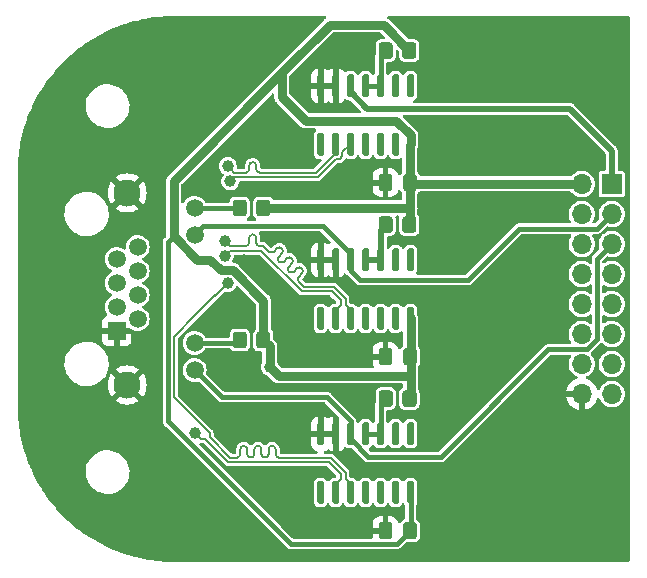
<source format=gbr>
G04 #@! TF.GenerationSoftware,KiCad,Pcbnew,7.0.2-6a45011f42~172~ubuntu22.04.1*
G04 #@! TF.CreationDate,2023-06-19T14:24:24-04:00*
G04 #@! TF.ProjectId,differential_encoder_encoder,64696666-6572-4656-9e74-69616c5f656e,rev?*
G04 #@! TF.SameCoordinates,Original*
G04 #@! TF.FileFunction,Copper,L1,Top*
G04 #@! TF.FilePolarity,Positive*
%FSLAX46Y46*%
G04 Gerber Fmt 4.6, Leading zero omitted, Abs format (unit mm)*
G04 Created by KiCad (PCBNEW 7.0.2-6a45011f42~172~ubuntu22.04.1) date 2023-06-19 14:24:24*
%MOMM*%
%LPD*%
G01*
G04 APERTURE LIST*
G04 #@! TA.AperFunction,ComponentPad*
%ADD10R,1.500000X1.500000*%
G04 #@! TD*
G04 #@! TA.AperFunction,ComponentPad*
%ADD11C,1.500000*%
G04 #@! TD*
G04 #@! TA.AperFunction,ComponentPad*
%ADD12C,2.300000*%
G04 #@! TD*
G04 #@! TA.AperFunction,ComponentPad*
%ADD13R,1.700000X1.700000*%
G04 #@! TD*
G04 #@! TA.AperFunction,ComponentPad*
%ADD14O,1.700000X1.700000*%
G04 #@! TD*
G04 #@! TA.AperFunction,ViaPad*
%ADD15C,1.000000*%
G04 #@! TD*
G04 #@! TA.AperFunction,Conductor*
%ADD16C,0.762000*%
G04 #@! TD*
G04 #@! TA.AperFunction,Conductor*
%ADD17C,0.381000*%
G04 #@! TD*
G04 #@! TA.AperFunction,Conductor*
%ADD18C,0.152000*%
G04 #@! TD*
G04 #@! TA.AperFunction,Conductor*
%ADD19C,0.508000*%
G04 #@! TD*
G04 APERTURE END LIST*
G04 #@! TO.P,U101,1,NC*
G04 #@! TO.N,unconnected-(U101-NC-Pad1)*
G04 #@! TA.AperFunction,SMDPad,CuDef*
G36*
G01*
X174856000Y-62336000D02*
X175156000Y-62336000D01*
G75*
G02*
X175306000Y-62486000I0J-150000D01*
G01*
X175306000Y-64136000D01*
G75*
G02*
X175156000Y-64286000I-150000J0D01*
G01*
X174856000Y-64286000D01*
G75*
G02*
X174706000Y-64136000I0J150000D01*
G01*
X174706000Y-62486000D01*
G75*
G02*
X174856000Y-62336000I150000J0D01*
G01*
G37*
G04 #@! TD.AperFunction*
G04 #@! TO.P,U101,2,RO*
G04 #@! TO.N,unconnected-(U101-RO-Pad2)*
G04 #@! TA.AperFunction,SMDPad,CuDef*
G36*
G01*
X173586000Y-62336000D02*
X173886000Y-62336000D01*
G75*
G02*
X174036000Y-62486000I0J-150000D01*
G01*
X174036000Y-64136000D01*
G75*
G02*
X173886000Y-64286000I-150000J0D01*
G01*
X173586000Y-64286000D01*
G75*
G02*
X173436000Y-64136000I0J150000D01*
G01*
X173436000Y-62486000D01*
G75*
G02*
X173586000Y-62336000I150000J0D01*
G01*
G37*
G04 #@! TD.AperFunction*
G04 #@! TO.P,U101,3,~{RE}*
G04 #@! TO.N,Net-(U101-DE)*
G04 #@! TA.AperFunction,SMDPad,CuDef*
G36*
G01*
X172316000Y-62336000D02*
X172616000Y-62336000D01*
G75*
G02*
X172766000Y-62486000I0J-150000D01*
G01*
X172766000Y-64136000D01*
G75*
G02*
X172616000Y-64286000I-150000J0D01*
G01*
X172316000Y-64286000D01*
G75*
G02*
X172166000Y-64136000I0J150000D01*
G01*
X172166000Y-62486000D01*
G75*
G02*
X172316000Y-62336000I150000J0D01*
G01*
G37*
G04 #@! TD.AperFunction*
G04 #@! TO.P,U101,4,DE*
G04 #@! TA.AperFunction,SMDPad,CuDef*
G36*
G01*
X171046000Y-62336000D02*
X171346000Y-62336000D01*
G75*
G02*
X171496000Y-62486000I0J-150000D01*
G01*
X171496000Y-64136000D01*
G75*
G02*
X171346000Y-64286000I-150000J0D01*
G01*
X171046000Y-64286000D01*
G75*
G02*
X170896000Y-64136000I0J150000D01*
G01*
X170896000Y-62486000D01*
G75*
G02*
X171046000Y-62336000I150000J0D01*
G01*
G37*
G04 #@! TD.AperFunction*
G04 #@! TO.P,U101,5,DI*
G04 #@! TO.N,A*
G04 #@! TA.AperFunction,SMDPad,CuDef*
G36*
G01*
X169776000Y-62336000D02*
X170076000Y-62336000D01*
G75*
G02*
X170226000Y-62486000I0J-150000D01*
G01*
X170226000Y-64136000D01*
G75*
G02*
X170076000Y-64286000I-150000J0D01*
G01*
X169776000Y-64286000D01*
G75*
G02*
X169626000Y-64136000I0J150000D01*
G01*
X169626000Y-62486000D01*
G75*
G02*
X169776000Y-62336000I150000J0D01*
G01*
G37*
G04 #@! TD.AperFunction*
G04 #@! TO.P,U101,6,GND*
G04 #@! TO.N,GND*
G04 #@! TA.AperFunction,SMDPad,CuDef*
G36*
G01*
X168506000Y-62336000D02*
X168806000Y-62336000D01*
G75*
G02*
X168956000Y-62486000I0J-150000D01*
G01*
X168956000Y-64136000D01*
G75*
G02*
X168806000Y-64286000I-150000J0D01*
G01*
X168506000Y-64286000D01*
G75*
G02*
X168356000Y-64136000I0J150000D01*
G01*
X168356000Y-62486000D01*
G75*
G02*
X168506000Y-62336000I150000J0D01*
G01*
G37*
G04 #@! TD.AperFunction*
G04 #@! TO.P,U101,7,GND*
G04 #@! TA.AperFunction,SMDPad,CuDef*
G36*
G01*
X167236000Y-62336000D02*
X167536000Y-62336000D01*
G75*
G02*
X167686000Y-62486000I0J-150000D01*
G01*
X167686000Y-64136000D01*
G75*
G02*
X167536000Y-64286000I-150000J0D01*
G01*
X167236000Y-64286000D01*
G75*
G02*
X167086000Y-64136000I0J150000D01*
G01*
X167086000Y-62486000D01*
G75*
G02*
X167236000Y-62336000I150000J0D01*
G01*
G37*
G04 #@! TD.AperFunction*
G04 #@! TO.P,U101,8,NC*
G04 #@! TO.N,unconnected-(U101-NC-Pad8)*
G04 #@! TA.AperFunction,SMDPad,CuDef*
G36*
G01*
X167236000Y-67286000D02*
X167536000Y-67286000D01*
G75*
G02*
X167686000Y-67436000I0J-150000D01*
G01*
X167686000Y-69086000D01*
G75*
G02*
X167536000Y-69236000I-150000J0D01*
G01*
X167236000Y-69236000D01*
G75*
G02*
X167086000Y-69086000I0J150000D01*
G01*
X167086000Y-67436000D01*
G75*
G02*
X167236000Y-67286000I150000J0D01*
G01*
G37*
G04 #@! TD.AperFunction*
G04 #@! TO.P,U101,9,Y*
G04 #@! TO.N,a+*
G04 #@! TA.AperFunction,SMDPad,CuDef*
G36*
G01*
X168506000Y-67286000D02*
X168806000Y-67286000D01*
G75*
G02*
X168956000Y-67436000I0J-150000D01*
G01*
X168956000Y-69086000D01*
G75*
G02*
X168806000Y-69236000I-150000J0D01*
G01*
X168506000Y-69236000D01*
G75*
G02*
X168356000Y-69086000I0J150000D01*
G01*
X168356000Y-67436000D01*
G75*
G02*
X168506000Y-67286000I150000J0D01*
G01*
G37*
G04 #@! TD.AperFunction*
G04 #@! TO.P,U101,10,Z*
G04 #@! TO.N,a-*
G04 #@! TA.AperFunction,SMDPad,CuDef*
G36*
G01*
X169776000Y-67286000D02*
X170076000Y-67286000D01*
G75*
G02*
X170226000Y-67436000I0J-150000D01*
G01*
X170226000Y-69086000D01*
G75*
G02*
X170076000Y-69236000I-150000J0D01*
G01*
X169776000Y-69236000D01*
G75*
G02*
X169626000Y-69086000I0J150000D01*
G01*
X169626000Y-67436000D01*
G75*
G02*
X169776000Y-67286000I150000J0D01*
G01*
G37*
G04 #@! TD.AperFunction*
G04 #@! TO.P,U101,11,B*
G04 #@! TO.N,unconnected-(U101-B-Pad11)*
G04 #@! TA.AperFunction,SMDPad,CuDef*
G36*
G01*
X171046000Y-67286000D02*
X171346000Y-67286000D01*
G75*
G02*
X171496000Y-67436000I0J-150000D01*
G01*
X171496000Y-69086000D01*
G75*
G02*
X171346000Y-69236000I-150000J0D01*
G01*
X171046000Y-69236000D01*
G75*
G02*
X170896000Y-69086000I0J150000D01*
G01*
X170896000Y-67436000D01*
G75*
G02*
X171046000Y-67286000I150000J0D01*
G01*
G37*
G04 #@! TD.AperFunction*
G04 #@! TO.P,U101,12,A*
G04 #@! TO.N,unconnected-(U101-A-Pad12)*
G04 #@! TA.AperFunction,SMDPad,CuDef*
G36*
G01*
X172316000Y-67286000D02*
X172616000Y-67286000D01*
G75*
G02*
X172766000Y-67436000I0J-150000D01*
G01*
X172766000Y-69086000D01*
G75*
G02*
X172616000Y-69236000I-150000J0D01*
G01*
X172316000Y-69236000D01*
G75*
G02*
X172166000Y-69086000I0J150000D01*
G01*
X172166000Y-67436000D01*
G75*
G02*
X172316000Y-67286000I150000J0D01*
G01*
G37*
G04 #@! TD.AperFunction*
G04 #@! TO.P,U101,13,NC*
G04 #@! TO.N,unconnected-(U101-NC-Pad13)*
G04 #@! TA.AperFunction,SMDPad,CuDef*
G36*
G01*
X173586000Y-67286000D02*
X173886000Y-67286000D01*
G75*
G02*
X174036000Y-67436000I0J-150000D01*
G01*
X174036000Y-69086000D01*
G75*
G02*
X173886000Y-69236000I-150000J0D01*
G01*
X173586000Y-69236000D01*
G75*
G02*
X173436000Y-69086000I0J150000D01*
G01*
X173436000Y-67436000D01*
G75*
G02*
X173586000Y-67286000I150000J0D01*
G01*
G37*
G04 #@! TD.AperFunction*
G04 #@! TO.P,U101,14,VCC*
G04 #@! TO.N,+5V*
G04 #@! TA.AperFunction,SMDPad,CuDef*
G36*
G01*
X174856000Y-67286000D02*
X175156000Y-67286000D01*
G75*
G02*
X175306000Y-67436000I0J-150000D01*
G01*
X175306000Y-69086000D01*
G75*
G02*
X175156000Y-69236000I-150000J0D01*
G01*
X174856000Y-69236000D01*
G75*
G02*
X174706000Y-69086000I0J150000D01*
G01*
X174706000Y-67436000D01*
G75*
G02*
X174856000Y-67286000I150000J0D01*
G01*
G37*
G04 #@! TD.AperFunction*
G04 #@! TD*
D10*
G04 #@! TO.P,J101,1*
G04 #@! TO.N,GND*
X150112000Y-69342000D03*
D11*
G04 #@! TO.P,J101,2*
G04 #@! TO.N,+5V*
X151892000Y-68326000D03*
G04 #@! TO.P,J101,3*
G04 #@! TO.N,i+*
X150112000Y-67310000D03*
G04 #@! TO.P,J101,4*
G04 #@! TO.N,b+*
X151892000Y-66294000D03*
G04 #@! TO.P,J101,5*
G04 #@! TO.N,b-*
X150112000Y-65278000D03*
G04 #@! TO.P,J101,6*
G04 #@! TO.N,i-*
X151892000Y-64262000D03*
G04 #@! TO.P,J101,7*
G04 #@! TO.N,a+*
X150112000Y-63246000D03*
G04 #@! TO.P,J101,8*
G04 #@! TO.N,a-*
X151892000Y-62230000D03*
G04 #@! TO.P,J101,9*
G04 #@! TO.N,I*
X156712000Y-72642000D03*
G04 #@! TO.P,J101,10*
G04 #@! TO.N,Net-(J101-Pad10)*
X156712000Y-70352000D03*
G04 #@! TO.P,J101,11*
G04 #@! TO.N,A*
X156712000Y-61212000D03*
G04 #@! TO.P,J101,12*
G04 #@! TO.N,Net-(J101-Pad12)*
X156712000Y-58922000D03*
D12*
G04 #@! TO.P,J101,SH*
G04 #@! TO.N,GND*
X151002000Y-73912000D03*
X151002000Y-57652000D03*
G04 #@! TD*
G04 #@! TO.P,C102,1*
G04 #@! TO.N,+5V*
G04 #@! TA.AperFunction,SMDPad,CuDef*
G36*
G01*
X175534900Y-56305200D02*
X175534900Y-57255200D01*
G75*
G02*
X175284900Y-57505200I-250000J0D01*
G01*
X174609900Y-57505200D01*
G75*
G02*
X174359900Y-57255200I0J250000D01*
G01*
X174359900Y-56305200D01*
G75*
G02*
X174609900Y-56055200I250000J0D01*
G01*
X175284900Y-56055200D01*
G75*
G02*
X175534900Y-56305200I0J-250000D01*
G01*
G37*
G04 #@! TD.AperFunction*
G04 #@! TO.P,C102,2*
G04 #@! TO.N,GND*
G04 #@! TA.AperFunction,SMDPad,CuDef*
G36*
G01*
X173459900Y-56305200D02*
X173459900Y-57255200D01*
G75*
G02*
X173209900Y-57505200I-250000J0D01*
G01*
X172534900Y-57505200D01*
G75*
G02*
X172284900Y-57255200I0J250000D01*
G01*
X172284900Y-56305200D01*
G75*
G02*
X172534900Y-56055200I250000J0D01*
G01*
X173209900Y-56055200D01*
G75*
G02*
X173459900Y-56305200I0J-250000D01*
G01*
G37*
G04 #@! TD.AperFunction*
G04 #@! TD*
G04 #@! TO.P,R103,1*
G04 #@! TO.N,+5V*
G04 #@! TA.AperFunction,SMDPad,CuDef*
G36*
G01*
X163128000Y-58478000D02*
X163128000Y-59378000D01*
G75*
G02*
X162878000Y-59628000I-250000J0D01*
G01*
X162178000Y-59628000D01*
G75*
G02*
X161928000Y-59378000I0J250000D01*
G01*
X161928000Y-58478000D01*
G75*
G02*
X162178000Y-58228000I250000J0D01*
G01*
X162878000Y-58228000D01*
G75*
G02*
X163128000Y-58478000I0J-250000D01*
G01*
G37*
G04 #@! TD.AperFunction*
G04 #@! TO.P,R103,2*
G04 #@! TO.N,Net-(J101-Pad12)*
G04 #@! TA.AperFunction,SMDPad,CuDef*
G36*
G01*
X161128000Y-58478000D02*
X161128000Y-59378000D01*
G75*
G02*
X160878000Y-59628000I-250000J0D01*
G01*
X160178000Y-59628000D01*
G75*
G02*
X159928000Y-59378000I0J250000D01*
G01*
X159928000Y-58478000D01*
G75*
G02*
X160178000Y-58228000I250000J0D01*
G01*
X160878000Y-58228000D01*
G75*
G02*
X161128000Y-58478000I0J-250000D01*
G01*
G37*
G04 #@! TD.AperFunction*
G04 #@! TD*
G04 #@! TO.P,R102,1*
G04 #@! TO.N,+5V*
G04 #@! TA.AperFunction,SMDPad,CuDef*
G36*
G01*
X163128000Y-69654000D02*
X163128000Y-70554000D01*
G75*
G02*
X162878000Y-70804000I-250000J0D01*
G01*
X162178000Y-70804000D01*
G75*
G02*
X161928000Y-70554000I0J250000D01*
G01*
X161928000Y-69654000D01*
G75*
G02*
X162178000Y-69404000I250000J0D01*
G01*
X162878000Y-69404000D01*
G75*
G02*
X163128000Y-69654000I0J-250000D01*
G01*
G37*
G04 #@! TD.AperFunction*
G04 #@! TO.P,R102,2*
G04 #@! TO.N,Net-(J101-Pad10)*
G04 #@! TA.AperFunction,SMDPad,CuDef*
G36*
G01*
X161128000Y-69654000D02*
X161128000Y-70554000D01*
G75*
G02*
X160878000Y-70804000I-250000J0D01*
G01*
X160178000Y-70804000D01*
G75*
G02*
X159928000Y-70554000I0J250000D01*
G01*
X159928000Y-69654000D01*
G75*
G02*
X160178000Y-69404000I250000J0D01*
G01*
X160878000Y-69404000D01*
G75*
G02*
X161128000Y-69654000I0J-250000D01*
G01*
G37*
G04 #@! TD.AperFunction*
G04 #@! TD*
G04 #@! TO.P,R105,1*
G04 #@! TO.N,+5V*
G04 #@! TA.AperFunction,SMDPad,CuDef*
G36*
G01*
X175504400Y-74618200D02*
X175504400Y-75518200D01*
G75*
G02*
X175254400Y-75768200I-250000J0D01*
G01*
X174554400Y-75768200D01*
G75*
G02*
X174304400Y-75518200I0J250000D01*
G01*
X174304400Y-74618200D01*
G75*
G02*
X174554400Y-74368200I250000J0D01*
G01*
X175254400Y-74368200D01*
G75*
G02*
X175504400Y-74618200I0J-250000D01*
G01*
G37*
G04 #@! TD.AperFunction*
G04 #@! TO.P,R105,2*
G04 #@! TO.N,Net-(U103-DE)*
G04 #@! TA.AperFunction,SMDPad,CuDef*
G36*
G01*
X173504400Y-74618200D02*
X173504400Y-75518200D01*
G75*
G02*
X173254400Y-75768200I-250000J0D01*
G01*
X172554400Y-75768200D01*
G75*
G02*
X172304400Y-75518200I0J250000D01*
G01*
X172304400Y-74618200D01*
G75*
G02*
X172554400Y-74368200I250000J0D01*
G01*
X173254400Y-74368200D01*
G75*
G02*
X173504400Y-74618200I0J-250000D01*
G01*
G37*
G04 #@! TD.AperFunction*
G04 #@! TD*
G04 #@! TO.P,U103,1,NC*
G04 #@! TO.N,unconnected-(U103-NC-Pad1)*
G04 #@! TA.AperFunction,SMDPad,CuDef*
G36*
G01*
X174856000Y-77068000D02*
X175156000Y-77068000D01*
G75*
G02*
X175306000Y-77218000I0J-150000D01*
G01*
X175306000Y-78868000D01*
G75*
G02*
X175156000Y-79018000I-150000J0D01*
G01*
X174856000Y-79018000D01*
G75*
G02*
X174706000Y-78868000I0J150000D01*
G01*
X174706000Y-77218000D01*
G75*
G02*
X174856000Y-77068000I150000J0D01*
G01*
G37*
G04 #@! TD.AperFunction*
G04 #@! TO.P,U103,2,RO*
G04 #@! TO.N,unconnected-(U103-RO-Pad2)*
G04 #@! TA.AperFunction,SMDPad,CuDef*
G36*
G01*
X173586000Y-77068000D02*
X173886000Y-77068000D01*
G75*
G02*
X174036000Y-77218000I0J-150000D01*
G01*
X174036000Y-78868000D01*
G75*
G02*
X173886000Y-79018000I-150000J0D01*
G01*
X173586000Y-79018000D01*
G75*
G02*
X173436000Y-78868000I0J150000D01*
G01*
X173436000Y-77218000D01*
G75*
G02*
X173586000Y-77068000I150000J0D01*
G01*
G37*
G04 #@! TD.AperFunction*
G04 #@! TO.P,U103,3,~{RE}*
G04 #@! TO.N,Net-(U103-DE)*
G04 #@! TA.AperFunction,SMDPad,CuDef*
G36*
G01*
X172316000Y-77068000D02*
X172616000Y-77068000D01*
G75*
G02*
X172766000Y-77218000I0J-150000D01*
G01*
X172766000Y-78868000D01*
G75*
G02*
X172616000Y-79018000I-150000J0D01*
G01*
X172316000Y-79018000D01*
G75*
G02*
X172166000Y-78868000I0J150000D01*
G01*
X172166000Y-77218000D01*
G75*
G02*
X172316000Y-77068000I150000J0D01*
G01*
G37*
G04 #@! TD.AperFunction*
G04 #@! TO.P,U103,4,DE*
G04 #@! TA.AperFunction,SMDPad,CuDef*
G36*
G01*
X171046000Y-77068000D02*
X171346000Y-77068000D01*
G75*
G02*
X171496000Y-77218000I0J-150000D01*
G01*
X171496000Y-78868000D01*
G75*
G02*
X171346000Y-79018000I-150000J0D01*
G01*
X171046000Y-79018000D01*
G75*
G02*
X170896000Y-78868000I0J150000D01*
G01*
X170896000Y-77218000D01*
G75*
G02*
X171046000Y-77068000I150000J0D01*
G01*
G37*
G04 #@! TD.AperFunction*
G04 #@! TO.P,U103,5,DI*
G04 #@! TO.N,I*
G04 #@! TA.AperFunction,SMDPad,CuDef*
G36*
G01*
X169776000Y-77068000D02*
X170076000Y-77068000D01*
G75*
G02*
X170226000Y-77218000I0J-150000D01*
G01*
X170226000Y-78868000D01*
G75*
G02*
X170076000Y-79018000I-150000J0D01*
G01*
X169776000Y-79018000D01*
G75*
G02*
X169626000Y-78868000I0J150000D01*
G01*
X169626000Y-77218000D01*
G75*
G02*
X169776000Y-77068000I150000J0D01*
G01*
G37*
G04 #@! TD.AperFunction*
G04 #@! TO.P,U103,6,GND*
G04 #@! TO.N,GND*
G04 #@! TA.AperFunction,SMDPad,CuDef*
G36*
G01*
X168506000Y-77068000D02*
X168806000Y-77068000D01*
G75*
G02*
X168956000Y-77218000I0J-150000D01*
G01*
X168956000Y-78868000D01*
G75*
G02*
X168806000Y-79018000I-150000J0D01*
G01*
X168506000Y-79018000D01*
G75*
G02*
X168356000Y-78868000I0J150000D01*
G01*
X168356000Y-77218000D01*
G75*
G02*
X168506000Y-77068000I150000J0D01*
G01*
G37*
G04 #@! TD.AperFunction*
G04 #@! TO.P,U103,7,GND*
G04 #@! TA.AperFunction,SMDPad,CuDef*
G36*
G01*
X167236000Y-77068000D02*
X167536000Y-77068000D01*
G75*
G02*
X167686000Y-77218000I0J-150000D01*
G01*
X167686000Y-78868000D01*
G75*
G02*
X167536000Y-79018000I-150000J0D01*
G01*
X167236000Y-79018000D01*
G75*
G02*
X167086000Y-78868000I0J150000D01*
G01*
X167086000Y-77218000D01*
G75*
G02*
X167236000Y-77068000I150000J0D01*
G01*
G37*
G04 #@! TD.AperFunction*
G04 #@! TO.P,U103,8,NC*
G04 #@! TO.N,unconnected-(U103-NC-Pad8)*
G04 #@! TA.AperFunction,SMDPad,CuDef*
G36*
G01*
X167236000Y-82018000D02*
X167536000Y-82018000D01*
G75*
G02*
X167686000Y-82168000I0J-150000D01*
G01*
X167686000Y-83818000D01*
G75*
G02*
X167536000Y-83968000I-150000J0D01*
G01*
X167236000Y-83968000D01*
G75*
G02*
X167086000Y-83818000I0J150000D01*
G01*
X167086000Y-82168000D01*
G75*
G02*
X167236000Y-82018000I150000J0D01*
G01*
G37*
G04 #@! TD.AperFunction*
G04 #@! TO.P,U103,9,Y*
G04 #@! TO.N,i+*
G04 #@! TA.AperFunction,SMDPad,CuDef*
G36*
G01*
X168506000Y-82018000D02*
X168806000Y-82018000D01*
G75*
G02*
X168956000Y-82168000I0J-150000D01*
G01*
X168956000Y-83818000D01*
G75*
G02*
X168806000Y-83968000I-150000J0D01*
G01*
X168506000Y-83968000D01*
G75*
G02*
X168356000Y-83818000I0J150000D01*
G01*
X168356000Y-82168000D01*
G75*
G02*
X168506000Y-82018000I150000J0D01*
G01*
G37*
G04 #@! TD.AperFunction*
G04 #@! TO.P,U103,10,Z*
G04 #@! TO.N,i-*
G04 #@! TA.AperFunction,SMDPad,CuDef*
G36*
G01*
X169776000Y-82018000D02*
X170076000Y-82018000D01*
G75*
G02*
X170226000Y-82168000I0J-150000D01*
G01*
X170226000Y-83818000D01*
G75*
G02*
X170076000Y-83968000I-150000J0D01*
G01*
X169776000Y-83968000D01*
G75*
G02*
X169626000Y-83818000I0J150000D01*
G01*
X169626000Y-82168000D01*
G75*
G02*
X169776000Y-82018000I150000J0D01*
G01*
G37*
G04 #@! TD.AperFunction*
G04 #@! TO.P,U103,11,B*
G04 #@! TO.N,unconnected-(U103-B-Pad11)*
G04 #@! TA.AperFunction,SMDPad,CuDef*
G36*
G01*
X171046000Y-82018000D02*
X171346000Y-82018000D01*
G75*
G02*
X171496000Y-82168000I0J-150000D01*
G01*
X171496000Y-83818000D01*
G75*
G02*
X171346000Y-83968000I-150000J0D01*
G01*
X171046000Y-83968000D01*
G75*
G02*
X170896000Y-83818000I0J150000D01*
G01*
X170896000Y-82168000D01*
G75*
G02*
X171046000Y-82018000I150000J0D01*
G01*
G37*
G04 #@! TD.AperFunction*
G04 #@! TO.P,U103,12,A*
G04 #@! TO.N,unconnected-(U103-A-Pad12)*
G04 #@! TA.AperFunction,SMDPad,CuDef*
G36*
G01*
X172316000Y-82018000D02*
X172616000Y-82018000D01*
G75*
G02*
X172766000Y-82168000I0J-150000D01*
G01*
X172766000Y-83818000D01*
G75*
G02*
X172616000Y-83968000I-150000J0D01*
G01*
X172316000Y-83968000D01*
G75*
G02*
X172166000Y-83818000I0J150000D01*
G01*
X172166000Y-82168000D01*
G75*
G02*
X172316000Y-82018000I150000J0D01*
G01*
G37*
G04 #@! TD.AperFunction*
G04 #@! TO.P,U103,13,NC*
G04 #@! TO.N,unconnected-(U103-NC-Pad13)*
G04 #@! TA.AperFunction,SMDPad,CuDef*
G36*
G01*
X173586000Y-82018000D02*
X173886000Y-82018000D01*
G75*
G02*
X174036000Y-82168000I0J-150000D01*
G01*
X174036000Y-83818000D01*
G75*
G02*
X173886000Y-83968000I-150000J0D01*
G01*
X173586000Y-83968000D01*
G75*
G02*
X173436000Y-83818000I0J150000D01*
G01*
X173436000Y-82168000D01*
G75*
G02*
X173586000Y-82018000I150000J0D01*
G01*
G37*
G04 #@! TD.AperFunction*
G04 #@! TO.P,U103,14,VCC*
G04 #@! TO.N,+5V*
G04 #@! TA.AperFunction,SMDPad,CuDef*
G36*
G01*
X174856000Y-82018000D02*
X175156000Y-82018000D01*
G75*
G02*
X175306000Y-82168000I0J-150000D01*
G01*
X175306000Y-83818000D01*
G75*
G02*
X175156000Y-83968000I-150000J0D01*
G01*
X174856000Y-83968000D01*
G75*
G02*
X174706000Y-83818000I0J150000D01*
G01*
X174706000Y-82168000D01*
G75*
G02*
X174856000Y-82018000I150000J0D01*
G01*
G37*
G04 #@! TD.AperFunction*
G04 #@! TD*
G04 #@! TO.P,U102,1,NC*
G04 #@! TO.N,unconnected-(U102-NC-Pad1)*
G04 #@! TA.AperFunction,SMDPad,CuDef*
G36*
G01*
X174856000Y-47604000D02*
X175156000Y-47604000D01*
G75*
G02*
X175306000Y-47754000I0J-150000D01*
G01*
X175306000Y-49404000D01*
G75*
G02*
X175156000Y-49554000I-150000J0D01*
G01*
X174856000Y-49554000D01*
G75*
G02*
X174706000Y-49404000I0J150000D01*
G01*
X174706000Y-47754000D01*
G75*
G02*
X174856000Y-47604000I150000J0D01*
G01*
G37*
G04 #@! TD.AperFunction*
G04 #@! TO.P,U102,2,RO*
G04 #@! TO.N,unconnected-(U102-RO-Pad2)*
G04 #@! TA.AperFunction,SMDPad,CuDef*
G36*
G01*
X173586000Y-47604000D02*
X173886000Y-47604000D01*
G75*
G02*
X174036000Y-47754000I0J-150000D01*
G01*
X174036000Y-49404000D01*
G75*
G02*
X173886000Y-49554000I-150000J0D01*
G01*
X173586000Y-49554000D01*
G75*
G02*
X173436000Y-49404000I0J150000D01*
G01*
X173436000Y-47754000D01*
G75*
G02*
X173586000Y-47604000I150000J0D01*
G01*
G37*
G04 #@! TD.AperFunction*
G04 #@! TO.P,U102,3,~{RE}*
G04 #@! TO.N,Net-(U102-DE)*
G04 #@! TA.AperFunction,SMDPad,CuDef*
G36*
G01*
X172316000Y-47604000D02*
X172616000Y-47604000D01*
G75*
G02*
X172766000Y-47754000I0J-150000D01*
G01*
X172766000Y-49404000D01*
G75*
G02*
X172616000Y-49554000I-150000J0D01*
G01*
X172316000Y-49554000D01*
G75*
G02*
X172166000Y-49404000I0J150000D01*
G01*
X172166000Y-47754000D01*
G75*
G02*
X172316000Y-47604000I150000J0D01*
G01*
G37*
G04 #@! TD.AperFunction*
G04 #@! TO.P,U102,4,DE*
G04 #@! TA.AperFunction,SMDPad,CuDef*
G36*
G01*
X171046000Y-47604000D02*
X171346000Y-47604000D01*
G75*
G02*
X171496000Y-47754000I0J-150000D01*
G01*
X171496000Y-49404000D01*
G75*
G02*
X171346000Y-49554000I-150000J0D01*
G01*
X171046000Y-49554000D01*
G75*
G02*
X170896000Y-49404000I0J150000D01*
G01*
X170896000Y-47754000D01*
G75*
G02*
X171046000Y-47604000I150000J0D01*
G01*
G37*
G04 #@! TD.AperFunction*
G04 #@! TO.P,U102,5,DI*
G04 #@! TO.N,B*
G04 #@! TA.AperFunction,SMDPad,CuDef*
G36*
G01*
X169776000Y-47604000D02*
X170076000Y-47604000D01*
G75*
G02*
X170226000Y-47754000I0J-150000D01*
G01*
X170226000Y-49404000D01*
G75*
G02*
X170076000Y-49554000I-150000J0D01*
G01*
X169776000Y-49554000D01*
G75*
G02*
X169626000Y-49404000I0J150000D01*
G01*
X169626000Y-47754000D01*
G75*
G02*
X169776000Y-47604000I150000J0D01*
G01*
G37*
G04 #@! TD.AperFunction*
G04 #@! TO.P,U102,6,GND*
G04 #@! TO.N,GND*
G04 #@! TA.AperFunction,SMDPad,CuDef*
G36*
G01*
X168506000Y-47604000D02*
X168806000Y-47604000D01*
G75*
G02*
X168956000Y-47754000I0J-150000D01*
G01*
X168956000Y-49404000D01*
G75*
G02*
X168806000Y-49554000I-150000J0D01*
G01*
X168506000Y-49554000D01*
G75*
G02*
X168356000Y-49404000I0J150000D01*
G01*
X168356000Y-47754000D01*
G75*
G02*
X168506000Y-47604000I150000J0D01*
G01*
G37*
G04 #@! TD.AperFunction*
G04 #@! TO.P,U102,7,GND*
G04 #@! TA.AperFunction,SMDPad,CuDef*
G36*
G01*
X167236000Y-47604000D02*
X167536000Y-47604000D01*
G75*
G02*
X167686000Y-47754000I0J-150000D01*
G01*
X167686000Y-49404000D01*
G75*
G02*
X167536000Y-49554000I-150000J0D01*
G01*
X167236000Y-49554000D01*
G75*
G02*
X167086000Y-49404000I0J150000D01*
G01*
X167086000Y-47754000D01*
G75*
G02*
X167236000Y-47604000I150000J0D01*
G01*
G37*
G04 #@! TD.AperFunction*
G04 #@! TO.P,U102,8,NC*
G04 #@! TO.N,unconnected-(U102-NC-Pad8)*
G04 #@! TA.AperFunction,SMDPad,CuDef*
G36*
G01*
X167236000Y-52554000D02*
X167536000Y-52554000D01*
G75*
G02*
X167686000Y-52704000I0J-150000D01*
G01*
X167686000Y-54354000D01*
G75*
G02*
X167536000Y-54504000I-150000J0D01*
G01*
X167236000Y-54504000D01*
G75*
G02*
X167086000Y-54354000I0J150000D01*
G01*
X167086000Y-52704000D01*
G75*
G02*
X167236000Y-52554000I150000J0D01*
G01*
G37*
G04 #@! TD.AperFunction*
G04 #@! TO.P,U102,9,Y*
G04 #@! TO.N,b+*
G04 #@! TA.AperFunction,SMDPad,CuDef*
G36*
G01*
X168506000Y-52554000D02*
X168806000Y-52554000D01*
G75*
G02*
X168956000Y-52704000I0J-150000D01*
G01*
X168956000Y-54354000D01*
G75*
G02*
X168806000Y-54504000I-150000J0D01*
G01*
X168506000Y-54504000D01*
G75*
G02*
X168356000Y-54354000I0J150000D01*
G01*
X168356000Y-52704000D01*
G75*
G02*
X168506000Y-52554000I150000J0D01*
G01*
G37*
G04 #@! TD.AperFunction*
G04 #@! TO.P,U102,10,Z*
G04 #@! TO.N,b-*
G04 #@! TA.AperFunction,SMDPad,CuDef*
G36*
G01*
X169776000Y-52554000D02*
X170076000Y-52554000D01*
G75*
G02*
X170226000Y-52704000I0J-150000D01*
G01*
X170226000Y-54354000D01*
G75*
G02*
X170076000Y-54504000I-150000J0D01*
G01*
X169776000Y-54504000D01*
G75*
G02*
X169626000Y-54354000I0J150000D01*
G01*
X169626000Y-52704000D01*
G75*
G02*
X169776000Y-52554000I150000J0D01*
G01*
G37*
G04 #@! TD.AperFunction*
G04 #@! TO.P,U102,11,B*
G04 #@! TO.N,unconnected-(U102-B-Pad11)*
G04 #@! TA.AperFunction,SMDPad,CuDef*
G36*
G01*
X171046000Y-52554000D02*
X171346000Y-52554000D01*
G75*
G02*
X171496000Y-52704000I0J-150000D01*
G01*
X171496000Y-54354000D01*
G75*
G02*
X171346000Y-54504000I-150000J0D01*
G01*
X171046000Y-54504000D01*
G75*
G02*
X170896000Y-54354000I0J150000D01*
G01*
X170896000Y-52704000D01*
G75*
G02*
X171046000Y-52554000I150000J0D01*
G01*
G37*
G04 #@! TD.AperFunction*
G04 #@! TO.P,U102,12,A*
G04 #@! TO.N,unconnected-(U102-A-Pad12)*
G04 #@! TA.AperFunction,SMDPad,CuDef*
G36*
G01*
X172316000Y-52554000D02*
X172616000Y-52554000D01*
G75*
G02*
X172766000Y-52704000I0J-150000D01*
G01*
X172766000Y-54354000D01*
G75*
G02*
X172616000Y-54504000I-150000J0D01*
G01*
X172316000Y-54504000D01*
G75*
G02*
X172166000Y-54354000I0J150000D01*
G01*
X172166000Y-52704000D01*
G75*
G02*
X172316000Y-52554000I150000J0D01*
G01*
G37*
G04 #@! TD.AperFunction*
G04 #@! TO.P,U102,13,NC*
G04 #@! TO.N,unconnected-(U102-NC-Pad13)*
G04 #@! TA.AperFunction,SMDPad,CuDef*
G36*
G01*
X173586000Y-52554000D02*
X173886000Y-52554000D01*
G75*
G02*
X174036000Y-52704000I0J-150000D01*
G01*
X174036000Y-54354000D01*
G75*
G02*
X173886000Y-54504000I-150000J0D01*
G01*
X173586000Y-54504000D01*
G75*
G02*
X173436000Y-54354000I0J150000D01*
G01*
X173436000Y-52704000D01*
G75*
G02*
X173586000Y-52554000I150000J0D01*
G01*
G37*
G04 #@! TD.AperFunction*
G04 #@! TO.P,U102,14,VCC*
G04 #@! TO.N,+5V*
G04 #@! TA.AperFunction,SMDPad,CuDef*
G36*
G01*
X174856000Y-52554000D02*
X175156000Y-52554000D01*
G75*
G02*
X175306000Y-52704000I0J-150000D01*
G01*
X175306000Y-54354000D01*
G75*
G02*
X175156000Y-54504000I-150000J0D01*
G01*
X174856000Y-54504000D01*
G75*
G02*
X174706000Y-54354000I0J150000D01*
G01*
X174706000Y-52704000D01*
G75*
G02*
X174856000Y-52554000I150000J0D01*
G01*
G37*
G04 #@! TD.AperFunction*
G04 #@! TD*
G04 #@! TO.P,R104,1*
G04 #@! TO.N,+5V*
G04 #@! TA.AperFunction,SMDPad,CuDef*
G36*
G01*
X175488400Y-45154200D02*
X175488400Y-46054200D01*
G75*
G02*
X175238400Y-46304200I-250000J0D01*
G01*
X174538400Y-46304200D01*
G75*
G02*
X174288400Y-46054200I0J250000D01*
G01*
X174288400Y-45154200D01*
G75*
G02*
X174538400Y-44904200I250000J0D01*
G01*
X175238400Y-44904200D01*
G75*
G02*
X175488400Y-45154200I0J-250000D01*
G01*
G37*
G04 #@! TD.AperFunction*
G04 #@! TO.P,R104,2*
G04 #@! TO.N,Net-(U102-DE)*
G04 #@! TA.AperFunction,SMDPad,CuDef*
G36*
G01*
X173488400Y-45154200D02*
X173488400Y-46054200D01*
G75*
G02*
X173238400Y-46304200I-250000J0D01*
G01*
X172538400Y-46304200D01*
G75*
G02*
X172288400Y-46054200I0J250000D01*
G01*
X172288400Y-45154200D01*
G75*
G02*
X172538400Y-44904200I250000J0D01*
G01*
X173238400Y-44904200D01*
G75*
G02*
X173488400Y-45154200I0J-250000D01*
G01*
G37*
G04 #@! TD.AperFunction*
G04 #@! TD*
G04 #@! TO.P,C103,1*
G04 #@! TO.N,+5V*
G04 #@! TA.AperFunction,SMDPad,CuDef*
G36*
G01*
X175534900Y-85769200D02*
X175534900Y-86719200D01*
G75*
G02*
X175284900Y-86969200I-250000J0D01*
G01*
X174609900Y-86969200D01*
G75*
G02*
X174359900Y-86719200I0J250000D01*
G01*
X174359900Y-85769200D01*
G75*
G02*
X174609900Y-85519200I250000J0D01*
G01*
X175284900Y-85519200D01*
G75*
G02*
X175534900Y-85769200I0J-250000D01*
G01*
G37*
G04 #@! TD.AperFunction*
G04 #@! TO.P,C103,2*
G04 #@! TO.N,GND*
G04 #@! TA.AperFunction,SMDPad,CuDef*
G36*
G01*
X173459900Y-85769200D02*
X173459900Y-86719200D01*
G75*
G02*
X173209900Y-86969200I-250000J0D01*
G01*
X172534900Y-86969200D01*
G75*
G02*
X172284900Y-86719200I0J250000D01*
G01*
X172284900Y-85769200D01*
G75*
G02*
X172534900Y-85519200I250000J0D01*
G01*
X173209900Y-85519200D01*
G75*
G02*
X173459900Y-85769200I0J-250000D01*
G01*
G37*
G04 #@! TD.AperFunction*
G04 #@! TD*
G04 #@! TO.P,R101,1*
G04 #@! TO.N,+5V*
G04 #@! TA.AperFunction,SMDPad,CuDef*
G36*
G01*
X175488400Y-59886200D02*
X175488400Y-60786200D01*
G75*
G02*
X175238400Y-61036200I-250000J0D01*
G01*
X174538400Y-61036200D01*
G75*
G02*
X174288400Y-60786200I0J250000D01*
G01*
X174288400Y-59886200D01*
G75*
G02*
X174538400Y-59636200I250000J0D01*
G01*
X175238400Y-59636200D01*
G75*
G02*
X175488400Y-59886200I0J-250000D01*
G01*
G37*
G04 #@! TD.AperFunction*
G04 #@! TO.P,R101,2*
G04 #@! TO.N,Net-(U101-DE)*
G04 #@! TA.AperFunction,SMDPad,CuDef*
G36*
G01*
X173488400Y-59886200D02*
X173488400Y-60786200D01*
G75*
G02*
X173238400Y-61036200I-250000J0D01*
G01*
X172538400Y-61036200D01*
G75*
G02*
X172288400Y-60786200I0J250000D01*
G01*
X172288400Y-59886200D01*
G75*
G02*
X172538400Y-59636200I250000J0D01*
G01*
X173238400Y-59636200D01*
G75*
G02*
X173488400Y-59886200I0J-250000D01*
G01*
G37*
G04 #@! TD.AperFunction*
G04 #@! TD*
D13*
G04 #@! TO.P,J102,1,Pin_1*
G04 #@! TO.N,B*
X192024000Y-56896000D03*
D14*
G04 #@! TO.P,J102,2,Pin_2*
G04 #@! TO.N,+5V*
X189484000Y-56896000D03*
G04 #@! TO.P,J102,3,Pin_3*
G04 #@! TO.N,A*
X192024000Y-59436000D03*
G04 #@! TO.P,J102,4,Pin_4*
G04 #@! TO.N,unconnected-(J102-Pin_4-Pad4)*
X189484000Y-59436000D03*
G04 #@! TO.P,J102,5,Pin_5*
G04 #@! TO.N,I*
X192024000Y-61976000D03*
G04 #@! TO.P,J102,6,Pin_6*
G04 #@! TO.N,unconnected-(J102-Pin_6-Pad6)*
X189484000Y-61976000D03*
G04 #@! TO.P,J102,7,Pin_7*
G04 #@! TO.N,test*
X192024000Y-64516000D03*
G04 #@! TO.P,J102,8,Pin_8*
G04 #@! TO.N,csn*
X189484000Y-64516000D03*
G04 #@! TO.P,J102,9,Pin_9*
G04 #@! TO.N,unconnected-(J102-Pin_9-Pad9)*
X192024000Y-67056000D03*
G04 #@! TO.P,J102,10,Pin_10*
G04 #@! TO.N,clk*
X189484000Y-67056000D03*
G04 #@! TO.P,J102,11,Pin_11*
G04 #@! TO.N,W*
X192024000Y-69596000D03*
G04 #@! TO.P,J102,12,Pin_12*
G04 #@! TO.N,mosi*
X189484000Y-69596000D03*
G04 #@! TO.P,J102,13,Pin_13*
G04 #@! TO.N,v*
X192024000Y-72136000D03*
G04 #@! TO.P,J102,14,Pin_14*
G04 #@! TO.N,miso*
X189484000Y-72136000D03*
G04 #@! TO.P,J102,15,Pin_15*
G04 #@! TO.N,u*
X192024000Y-74676000D03*
G04 #@! TO.P,J102,16,Pin_16*
G04 #@! TO.N,GND*
X189484000Y-74676000D03*
G04 #@! TD*
G04 #@! TO.P,C101,1*
G04 #@! TO.N,+5V*
G04 #@! TA.AperFunction,SMDPad,CuDef*
G36*
G01*
X175534900Y-71037200D02*
X175534900Y-71987200D01*
G75*
G02*
X175284900Y-72237200I-250000J0D01*
G01*
X174609900Y-72237200D01*
G75*
G02*
X174359900Y-71987200I0J250000D01*
G01*
X174359900Y-71037200D01*
G75*
G02*
X174609900Y-70787200I250000J0D01*
G01*
X175284900Y-70787200D01*
G75*
G02*
X175534900Y-71037200I0J-250000D01*
G01*
G37*
G04 #@! TD.AperFunction*
G04 #@! TO.P,C101,2*
G04 #@! TO.N,GND*
G04 #@! TA.AperFunction,SMDPad,CuDef*
G36*
G01*
X173459900Y-71037200D02*
X173459900Y-71987200D01*
G75*
G02*
X173209900Y-72237200I-250000J0D01*
G01*
X172534900Y-72237200D01*
G75*
G02*
X172284900Y-71987200I0J250000D01*
G01*
X172284900Y-71037200D01*
G75*
G02*
X172534900Y-70787200I250000J0D01*
G01*
X173209900Y-70787200D01*
G75*
G02*
X173459900Y-71037200I0J-250000D01*
G01*
G37*
G04 #@! TD.AperFunction*
G04 #@! TD*
D15*
G04 #@! TO.N,+5V*
X163068000Y-72390000D03*
G04 #@! TO.N,GND*
X171196000Y-56642000D03*
X158877000Y-76708000D03*
X167386000Y-75946000D03*
X189484000Y-77978000D03*
X162941000Y-64897000D03*
X152527000Y-70739000D03*
X165862000Y-61722000D03*
X170942000Y-71628000D03*
X167894000Y-46482000D03*
X171196000Y-86360000D03*
X160909000Y-63373000D03*
X152781000Y-60325000D03*
G04 #@! TO.N,i+*
X156718000Y-77978000D03*
G04 #@! TO.N,b+*
X159512000Y-55372000D03*
G04 #@! TO.N,b-*
X159726389Y-56683113D03*
G04 #@! TO.N,i-*
X159512000Y-65278000D03*
G04 #@! TO.N,a+*
X159258000Y-62992000D03*
G04 #@! TO.N,a-*
X159258000Y-61722000D03*
G04 #@! TD*
D16*
G04 #@! TO.N,+5V*
X175006000Y-52790210D02*
X175006000Y-53529000D01*
X159959765Y-64197000D02*
X158934235Y-64197000D01*
X163068000Y-70644000D02*
X162528000Y-70104000D01*
X163068000Y-72390000D02*
X163830000Y-73152000D01*
X164084000Y-47498000D02*
X164084000Y-49530000D01*
D17*
X174947400Y-86244200D02*
X173831900Y-87359700D01*
D16*
X174947400Y-56780200D02*
X175063200Y-56896000D01*
X172718200Y-43434000D02*
X168148000Y-43434000D01*
X168148000Y-43434000D02*
X164465000Y-47117000D01*
X156923446Y-63305765D02*
X154940000Y-61322319D01*
X175006000Y-68261000D02*
X175006000Y-71453600D01*
D17*
X154473500Y-61788819D02*
X154940000Y-61322319D01*
D16*
X175063200Y-56896000D02*
X189484000Y-56896000D01*
X174947400Y-58928000D02*
X174947400Y-60277200D01*
D17*
X175006000Y-82993000D02*
X175006000Y-86185600D01*
D16*
X173777790Y-51562000D02*
X175006000Y-52790210D01*
X154940000Y-56642000D02*
X164465000Y-47117000D01*
X175006000Y-71570800D02*
X174947400Y-71512200D01*
X163068000Y-72390000D02*
X163068000Y-70644000D01*
X175006000Y-71453600D02*
X174947400Y-71512200D01*
X174947400Y-60277200D02*
X174888400Y-60336200D01*
X162528000Y-58928000D02*
X174947400Y-58928000D01*
D17*
X175006000Y-86185600D02*
X174947400Y-86244200D01*
D16*
X175006000Y-73152000D02*
X175006000Y-71570800D01*
X175006000Y-73152000D02*
X175006000Y-74966600D01*
X162528000Y-70104000D02*
X162528000Y-66765235D01*
X158934235Y-64197000D02*
X158043000Y-63305765D01*
X162528000Y-66765235D02*
X159959765Y-64197000D01*
X175006000Y-74966600D02*
X174904400Y-75068200D01*
X158043000Y-63305765D02*
X156923446Y-63305765D01*
X166116000Y-51562000D02*
X173777790Y-51562000D01*
X164465000Y-47117000D02*
X164084000Y-47498000D01*
X174888400Y-45604200D02*
X172718200Y-43434000D01*
X174947400Y-56780200D02*
X174947400Y-58928000D01*
X174947400Y-53587600D02*
X175006000Y-53529000D01*
D17*
X173831900Y-87359700D02*
X164840342Y-87359700D01*
D16*
X154940000Y-61322319D02*
X154940000Y-56642000D01*
X174947400Y-56780200D02*
X174947400Y-53587600D01*
X164084000Y-49530000D02*
X166116000Y-51562000D01*
X163830000Y-73152000D02*
X175006000Y-73152000D01*
D17*
X154473500Y-76992858D02*
X154473500Y-61788819D01*
X164840342Y-87359700D02*
X154473500Y-76992858D01*
G04 #@! TO.N,GND*
X189484000Y-74676000D02*
X189484000Y-77978000D01*
D18*
G04 #@! TO.N,i+*
X168064742Y-80465000D02*
X169090000Y-81490258D01*
X156718000Y-77978000D02*
X157226000Y-78486000D01*
X169090000Y-81490258D02*
X169090000Y-81884000D01*
X157226000Y-78486000D02*
X157576742Y-78486000D01*
X169090000Y-81884000D02*
X168656000Y-82318000D01*
X168656000Y-82318000D02*
X168656000Y-82993000D01*
X159555742Y-80465000D02*
X168064742Y-80465000D01*
X157576742Y-78486000D02*
X159555742Y-80465000D01*
G04 #@! TO.N,b+*
X161936000Y-55337953D02*
X161936000Y-55633000D01*
X159766000Y-55626000D02*
X160073000Y-55933000D01*
X166953486Y-55933000D02*
X168656000Y-54230486D01*
X168656000Y-54230486D02*
X168656000Y-53529000D01*
X162236000Y-55933000D02*
X165286000Y-55933000D01*
X161336000Y-55633000D02*
X161336000Y-55337953D01*
X165286000Y-55933000D02*
X166953486Y-55933000D01*
X160073000Y-55933000D02*
X161036000Y-55933000D01*
X161036000Y-55933000D02*
G75*
G03*
X161336000Y-55633000I0J300000D01*
G01*
X161636000Y-55038000D02*
G75*
G03*
X161336000Y-55337953I0J-300000D01*
G01*
X161936000Y-55633000D02*
G75*
G03*
X162236000Y-55933000I300000J0D01*
G01*
X161936047Y-55337953D02*
G75*
G03*
X161636000Y-55037953I-300047J-47D01*
G01*
G04 #@! TO.N,b-*
X168675000Y-54780000D02*
X168982455Y-54780000D01*
X167120000Y-56335000D02*
X168675000Y-54780000D01*
X168982455Y-54780000D02*
X169232000Y-54530455D01*
X169232000Y-54530455D02*
X169232000Y-54223000D01*
X159766000Y-56642000D02*
X160073000Y-56335000D01*
X169232000Y-54223000D02*
X169926000Y-53529000D01*
X160073000Y-56335000D02*
X167120000Y-56335000D01*
G04 #@! TO.N,i-*
X154940000Y-74930000D02*
X157988000Y-77978000D01*
X169492000Y-81884000D02*
X169926000Y-82318000D01*
X162374000Y-79363000D02*
X162374000Y-79763000D01*
X169492000Y-81323742D02*
X169492000Y-81884000D01*
X163574000Y-79363000D02*
X163574000Y-79763000D01*
X161774000Y-79763000D02*
X161774000Y-79363000D01*
X157988000Y-77978000D02*
X157988000Y-78328742D01*
X158551598Y-66238402D02*
X156845000Y-67945000D01*
X168231258Y-80063000D02*
X169492000Y-81323742D01*
X161174000Y-79363000D02*
X161174000Y-79763000D01*
X160574000Y-79763000D02*
X160574000Y-79363000D01*
X157988000Y-78328742D02*
X159722258Y-80063000D01*
X159722258Y-80063000D02*
X160274000Y-80063000D01*
X156845000Y-67945000D02*
X154940000Y-69850000D01*
X164524000Y-80063000D02*
X168231258Y-80063000D01*
X169926000Y-82318000D02*
X169926000Y-82993000D01*
X159512000Y-65278000D02*
X156845000Y-67945000D01*
X154940000Y-69850000D02*
X154940000Y-74930000D01*
X162974000Y-79763000D02*
X162974000Y-79363000D01*
X163874000Y-80063000D02*
X164524000Y-80063000D01*
X162674000Y-80063000D02*
G75*
G03*
X162974000Y-79763000I0J300000D01*
G01*
X160274000Y-80063000D02*
G75*
G03*
X160574000Y-79763000I0J300000D01*
G01*
X162374000Y-79363000D02*
G75*
G03*
X162074000Y-79063000I-300000J0D01*
G01*
X163574000Y-79763000D02*
G75*
G03*
X163874000Y-80063000I300000J0D01*
G01*
X163274000Y-79063000D02*
G75*
G03*
X162974000Y-79363000I0J-300000D01*
G01*
X161474000Y-80063000D02*
G75*
G03*
X161774000Y-79763000I0J300000D01*
G01*
X160874000Y-79063000D02*
G75*
G03*
X160574000Y-79363000I0J-300000D01*
G01*
X163574000Y-79363000D02*
G75*
G03*
X163274000Y-79063000I-300000J0D01*
G01*
X162374000Y-79763000D02*
G75*
G03*
X162674000Y-80063000I300000J0D01*
G01*
X161174000Y-79363000D02*
G75*
G03*
X160874000Y-79063000I-300000J0D01*
G01*
X162074000Y-79063000D02*
G75*
G03*
X161774000Y-79363000I0J-300000D01*
G01*
X161174000Y-79763000D02*
G75*
G03*
X161474000Y-80063000I300000J0D01*
G01*
G04 #@! TO.N,a+*
X159692000Y-62558000D02*
X162349742Y-62558000D01*
X168656000Y-67586000D02*
X168656000Y-68261000D01*
X169090000Y-66758258D02*
X169090000Y-67152000D01*
X168318742Y-65987000D02*
X169090000Y-66758258D01*
X162349742Y-62558000D02*
X165778742Y-65987000D01*
X159258000Y-62992000D02*
X159692000Y-62558000D01*
X165778742Y-65987000D02*
X168318742Y-65987000D01*
X169090000Y-67152000D02*
X168656000Y-67586000D01*
G04 #@! TO.N,a-*
X159258000Y-61722000D02*
X159692000Y-62156000D01*
X165800360Y-64458041D02*
X165521460Y-64736938D01*
X163824404Y-63464146D02*
X163824405Y-63464147D01*
X165800359Y-64458042D02*
X165800360Y-64458041D01*
X168485258Y-65585000D02*
X169492000Y-66591742D01*
X161936000Y-61461616D02*
X161936000Y-61856000D01*
X163400141Y-62615619D02*
X163679013Y-62336748D01*
X169492000Y-66591742D02*
X169492000Y-67152000D01*
X161336000Y-61856000D02*
X161336000Y-61461616D01*
X164672932Y-64312674D02*
X164672933Y-64312675D01*
X165097198Y-64312674D02*
X165097197Y-64312675D01*
X164951786Y-63609559D02*
X164951787Y-63609558D01*
X164103276Y-62761013D02*
X164103277Y-62761012D01*
X164951787Y-63609558D02*
X164672932Y-63888410D01*
X165945258Y-65585000D02*
X168485258Y-65585000D01*
X164248670Y-63464146D02*
X164248669Y-63464147D01*
X165521461Y-65161203D02*
X165945258Y-65585000D01*
X162236000Y-62156000D02*
X162516258Y-62156000D01*
X165521460Y-65161202D02*
X165521461Y-65161203D01*
X163400142Y-62615618D02*
X163400141Y-62615619D01*
X164248669Y-63464147D02*
X164527523Y-63185294D01*
X159692000Y-62156000D02*
X161036000Y-62156000D01*
X165097197Y-64312675D02*
X165376096Y-64033777D01*
X169926000Y-67586000D02*
X169926000Y-68261000D01*
X164103277Y-62761012D02*
X163824404Y-63039882D01*
X162516258Y-62156000D02*
X162975877Y-62615619D01*
X169492000Y-67152000D02*
X169926000Y-67586000D01*
X165800359Y-64033778D02*
G75*
G03*
X165376097Y-64033778I-212131J-212131D01*
G01*
X165800350Y-64458033D02*
G75*
G03*
X165800360Y-64033777I-212150J212133D01*
G01*
X161036000Y-62156000D02*
G75*
G03*
X161336000Y-61856000I0J300000D01*
G01*
X165521490Y-64736968D02*
G75*
G03*
X165521460Y-65161202I212110J-212132D01*
G01*
X161936000Y-61856000D02*
G75*
G03*
X162236000Y-62156000I300000J0D01*
G01*
X164672890Y-63888368D02*
G75*
G03*
X164672932Y-64312674I212210J-212132D01*
G01*
X161636000Y-61161600D02*
G75*
G03*
X161336000Y-61461616I0J-300000D01*
G01*
X164103276Y-62336749D02*
G75*
G03*
X163679014Y-62336749I-212131J-212131D01*
G01*
X164951786Y-63185295D02*
G75*
G03*
X164527524Y-63185295I-212131J-212131D01*
G01*
X164951759Y-63609532D02*
G75*
G03*
X164951786Y-63185295I-212059J212132D01*
G01*
X163824369Y-63464183D02*
G75*
G03*
X164248669Y-63464145I212131J212183D01*
G01*
X162975868Y-62615628D02*
G75*
G03*
X163400142Y-62615618I212132J212128D01*
G01*
X164103295Y-62761032D02*
G75*
G03*
X164103276Y-62336749I-212195J212132D01*
G01*
X161935984Y-61461616D02*
G75*
G03*
X161636000Y-61161616I-299984J16D01*
G01*
X163824390Y-63039868D02*
G75*
G03*
X163824404Y-63464146I212110J-212132D01*
G01*
X164672968Y-64312640D02*
G75*
G03*
X165097198Y-64312674I212132J212140D01*
G01*
D17*
G04 #@! TO.N,Net-(J101-Pad10)*
X156712000Y-70352000D02*
X160280000Y-70352000D01*
X160280000Y-70352000D02*
X160528000Y-70104000D01*
G04 #@! TO.N,Net-(J101-Pad12)*
X156712000Y-58922000D02*
X160522000Y-58922000D01*
X160522000Y-58922000D02*
X160528000Y-58928000D01*
D19*
G04 #@! TO.N,B*
X188468000Y-50546000D02*
X171333815Y-50546000D01*
X192024000Y-54102000D02*
X188468000Y-50546000D01*
X169926000Y-49138185D02*
X169926000Y-48579000D01*
X171333815Y-50546000D02*
X169926000Y-49138185D01*
X192024000Y-56896000D02*
X192024000Y-54102000D01*
D17*
G04 #@! TO.N,A*
X179832000Y-65024000D02*
X170688000Y-65024000D01*
X184179500Y-60676500D02*
X179832000Y-65024000D01*
X157462000Y-60462000D02*
X167546382Y-60462000D01*
X169926000Y-64262000D02*
X169926000Y-63311000D01*
X170688000Y-65024000D02*
X169926000Y-64262000D01*
X190783500Y-60676500D02*
X184179500Y-60676500D01*
X192024000Y-59436000D02*
X190783500Y-60676500D01*
X156712000Y-61212000D02*
X157462000Y-60462000D01*
X169926000Y-62841618D02*
X169926000Y-63311000D01*
X167546382Y-60462000D02*
X169926000Y-62841618D01*
G04 #@! TO.N,I*
X190783500Y-70050832D02*
X189938832Y-70895500D01*
X189938832Y-70895500D02*
X186660500Y-70895500D01*
X186660500Y-70895500D02*
X177546000Y-80010000D01*
X192024000Y-61976000D02*
X190783500Y-63216500D01*
X169926000Y-76962000D02*
X167894000Y-74930000D01*
X171423618Y-80010000D02*
X169926000Y-78512382D01*
X169926000Y-78512382D02*
X169926000Y-78043000D01*
X159000000Y-74930000D02*
X167894000Y-74930000D01*
X190783500Y-63216500D02*
X190783500Y-70050832D01*
X177546000Y-80010000D02*
X171423618Y-80010000D01*
X169926000Y-78043000D02*
X169926000Y-76962000D01*
X156712000Y-72642000D02*
X159000000Y-74930000D01*
D19*
G04 #@! TO.N,Net-(U101-DE)*
X172466000Y-60758600D02*
X172888400Y-60336200D01*
X172466000Y-63311000D02*
X172466000Y-60758600D01*
X171196000Y-63311000D02*
X172466000Y-63311000D01*
D17*
G04 #@! TO.N,Net-(U102-DE)*
X172466000Y-48579000D02*
X172466000Y-46026600D01*
X171196000Y-48579000D02*
X172466000Y-48579000D01*
X172466000Y-46026600D02*
X172888400Y-45604200D01*
G04 #@! TO.N,Net-(U103-DE)*
X172466000Y-78043000D02*
X172466000Y-75506600D01*
X172466000Y-78043000D02*
X171196000Y-78043000D01*
X172466000Y-75506600D02*
X172904400Y-75068200D01*
G04 #@! TD*
G04 #@! TA.AperFunction,Conductor*
G04 #@! TO.N,GND*
G36*
X167800343Y-42692185D02*
G01*
X167846098Y-42744989D01*
X167856042Y-42814147D01*
X167827017Y-42877703D01*
X167806148Y-42896848D01*
X167803397Y-42898845D01*
X167793678Y-42905227D01*
X167755403Y-42927864D01*
X167755402Y-42927865D01*
X167740893Y-42942372D01*
X167726108Y-42955000D01*
X167709513Y-42967057D01*
X167681164Y-43001324D01*
X167673303Y-43009962D01*
X164072401Y-46610866D01*
X163693922Y-46989343D01*
X163677593Y-47002426D01*
X163628898Y-47054281D01*
X163626188Y-47057077D01*
X154549922Y-56133343D01*
X154533593Y-56146426D01*
X154484897Y-56198282D01*
X154482192Y-56201074D01*
X154465112Y-56218154D01*
X154465105Y-56218161D01*
X154462361Y-56220906D01*
X154459980Y-56223974D01*
X154459966Y-56223991D01*
X154459791Y-56224218D01*
X154452222Y-56233078D01*
X154434870Y-56251557D01*
X154421781Y-56265496D01*
X154411901Y-56283467D01*
X154401224Y-56299721D01*
X154388649Y-56315932D01*
X154370986Y-56356748D01*
X154365850Y-56367232D01*
X154344430Y-56406196D01*
X154339330Y-56426061D01*
X154333029Y-56444464D01*
X154324882Y-56463290D01*
X154317926Y-56507212D01*
X154315558Y-56518645D01*
X154305326Y-56558503D01*
X154304500Y-56561719D01*
X154304500Y-56582225D01*
X154302973Y-56601624D01*
X154299765Y-56621877D01*
X154303950Y-56666150D01*
X154304500Y-56677819D01*
X154304500Y-61238470D01*
X154302204Y-61259264D01*
X154302698Y-61274979D01*
X154285127Y-61342603D01*
X154266440Y-61366552D01*
X154181431Y-61451561D01*
X154171067Y-61460824D01*
X154143609Y-61482722D01*
X154111824Y-61529340D01*
X154109144Y-61533117D01*
X154072007Y-61583436D01*
X154069837Y-61587735D01*
X154051408Y-61647477D01*
X154049960Y-61651877D01*
X154029306Y-61710902D01*
X154028500Y-61715652D01*
X154028500Y-61778194D01*
X154028413Y-61782830D01*
X154026075Y-61845309D01*
X154028500Y-61863725D01*
X154028500Y-76960911D01*
X154027720Y-76974795D01*
X154023788Y-77009686D01*
X154034275Y-77065110D01*
X154035052Y-77069679D01*
X154044376Y-77131538D01*
X154045877Y-77136098D01*
X154075094Y-77191380D01*
X154077183Y-77195518D01*
X154104319Y-77251866D01*
X154107096Y-77255780D01*
X154151309Y-77299992D01*
X154154527Y-77303332D01*
X154197071Y-77349183D01*
X154211806Y-77360489D01*
X164503086Y-87651769D01*
X164512351Y-87662136D01*
X164534247Y-87689592D01*
X164580856Y-87721369D01*
X164584615Y-87724035D01*
X164630059Y-87757575D01*
X164630061Y-87757575D01*
X164634980Y-87761206D01*
X164639242Y-87763358D01*
X164698993Y-87781788D01*
X164703399Y-87783238D01*
X164719349Y-87788819D01*
X164756677Y-87801881D01*
X164762445Y-87803899D01*
X164767157Y-87804700D01*
X164773269Y-87804700D01*
X164829702Y-87804700D01*
X164834339Y-87804787D01*
X164890729Y-87806897D01*
X164890729Y-87806896D01*
X164896829Y-87807125D01*
X164915253Y-87804700D01*
X173799954Y-87804700D01*
X173813835Y-87805479D01*
X173848727Y-87809411D01*
X173904227Y-87798909D01*
X173908663Y-87798155D01*
X173964547Y-87789733D01*
X173964550Y-87789731D01*
X173970605Y-87788819D01*
X173975112Y-87787336D01*
X173980529Y-87784472D01*
X173980534Y-87784472D01*
X174030485Y-87758071D01*
X174034518Y-87756036D01*
X174085409Y-87731529D01*
X174085411Y-87731526D01*
X174090920Y-87728874D01*
X174094810Y-87726114D01*
X174099132Y-87721791D01*
X174099135Y-87721790D01*
X174139061Y-87681862D01*
X174142375Y-87678671D01*
X174183744Y-87640287D01*
X174183746Y-87640282D01*
X174188225Y-87636127D01*
X174199529Y-87621394D01*
X174560906Y-87260018D01*
X174622229Y-87226533D01*
X174648587Y-87223699D01*
X175329843Y-87223699D01*
X175333154Y-87223699D01*
X175393242Y-87217240D01*
X175529167Y-87166542D01*
X175645304Y-87079604D01*
X175732242Y-86963467D01*
X175782940Y-86827542D01*
X175789400Y-86767455D01*
X175789399Y-85720946D01*
X175782940Y-85660858D01*
X175732242Y-85524933D01*
X175645304Y-85408796D01*
X175529167Y-85321858D01*
X175529164Y-85321857D01*
X175514895Y-85311175D01*
X175515345Y-85310573D01*
X175475730Y-85280916D01*
X175451315Y-85215451D01*
X175451000Y-85206635D01*
X175451000Y-84146409D01*
X175470685Y-84079370D01*
X175487317Y-84058731D01*
X175487326Y-84058723D01*
X175530516Y-83973959D01*
X175545498Y-83944556D01*
X175560500Y-83849836D01*
X175560500Y-82136163D01*
X175545498Y-82041443D01*
X175487326Y-81927277D01*
X175396722Y-81836673D01*
X175282556Y-81778501D01*
X175187836Y-81763500D01*
X175187834Y-81763500D01*
X174824166Y-81763500D01*
X174824164Y-81763500D01*
X174729443Y-81778501D01*
X174615277Y-81836673D01*
X174524674Y-81927276D01*
X174481484Y-82012041D01*
X174433510Y-82062836D01*
X174365689Y-82079631D01*
X174299554Y-82057093D01*
X174260516Y-82012041D01*
X174217325Y-81927276D01*
X174126722Y-81836673D01*
X174012556Y-81778501D01*
X173917836Y-81763500D01*
X173917834Y-81763500D01*
X173554166Y-81763500D01*
X173554164Y-81763500D01*
X173459443Y-81778501D01*
X173345277Y-81836673D01*
X173254674Y-81927276D01*
X173211484Y-82012041D01*
X173163510Y-82062836D01*
X173095689Y-82079631D01*
X173029554Y-82057093D01*
X172990516Y-82012041D01*
X172947325Y-81927276D01*
X172856722Y-81836673D01*
X172742556Y-81778501D01*
X172647836Y-81763500D01*
X172647834Y-81763500D01*
X172284166Y-81763500D01*
X172284164Y-81763500D01*
X172189443Y-81778501D01*
X172075277Y-81836673D01*
X171984674Y-81927276D01*
X171941484Y-82012041D01*
X171893510Y-82062836D01*
X171825689Y-82079631D01*
X171759554Y-82057093D01*
X171720516Y-82012041D01*
X171677325Y-81927276D01*
X171586722Y-81836673D01*
X171472556Y-81778501D01*
X171377836Y-81763500D01*
X171377834Y-81763500D01*
X171014166Y-81763500D01*
X171014164Y-81763500D01*
X170919443Y-81778501D01*
X170805277Y-81836673D01*
X170714674Y-81927276D01*
X170671484Y-82012041D01*
X170623510Y-82062836D01*
X170555689Y-82079631D01*
X170489554Y-82057093D01*
X170450516Y-82012041D01*
X170407325Y-81927276D01*
X170316722Y-81836673D01*
X170202556Y-81778501D01*
X170107836Y-81763500D01*
X170107834Y-81763500D01*
X169946500Y-81763500D01*
X169879461Y-81743815D01*
X169833706Y-81691011D01*
X169822500Y-81639500D01*
X169822500Y-81343567D01*
X169822972Y-81332759D01*
X169826320Y-81294492D01*
X169816368Y-81257352D01*
X169814035Y-81246827D01*
X169807359Y-81208961D01*
X169807358Y-81208959D01*
X169807195Y-81208034D01*
X169796695Y-81182683D01*
X169774115Y-81150437D01*
X169768300Y-81141309D01*
X169749083Y-81108023D01*
X169719636Y-81083314D01*
X169711661Y-81076006D01*
X168478982Y-79843326D01*
X168471673Y-79835350D01*
X168446976Y-79805917D01*
X168413693Y-79786701D01*
X168404571Y-79780889D01*
X168362273Y-79751272D01*
X168316298Y-79723246D01*
X168312166Y-79714740D01*
X168275348Y-79727380D01*
X168233034Y-79731082D01*
X168222229Y-79732028D01*
X168211422Y-79732500D01*
X167761465Y-79732500D01*
X167694426Y-79712815D01*
X167648671Y-79660011D01*
X167638727Y-79590853D01*
X167667752Y-79527297D01*
X167726530Y-79489523D01*
X167726870Y-79489424D01*
X167796197Y-79469282D01*
X167951040Y-79377709D01*
X167952173Y-79379625D01*
X167994633Y-79356437D01*
X168064325Y-79361416D01*
X168090606Y-79378306D01*
X168090960Y-79377709D01*
X168245799Y-79469280D01*
X168299132Y-79484775D01*
X168358018Y-79522381D01*
X168361446Y-79529830D01*
X168405109Y-79515875D01*
X168405364Y-79515882D01*
X168406000Y-79515294D01*
X168406000Y-78293000D01*
X166586000Y-78293000D01*
X166586000Y-78931196D01*
X166586191Y-78936076D01*
X166588900Y-78970493D01*
X166634717Y-79128197D01*
X166718317Y-79269557D01*
X166834442Y-79385682D01*
X166975802Y-79469282D01*
X167045130Y-79489424D01*
X167104016Y-79527030D01*
X167133222Y-79590502D01*
X167123476Y-79659689D01*
X167077872Y-79712624D01*
X167010889Y-79732499D01*
X167010535Y-79732500D01*
X164028500Y-79732500D01*
X163961461Y-79712815D01*
X163915706Y-79660011D01*
X163904500Y-79608500D01*
X163904500Y-79291959D01*
X163872885Y-79153441D01*
X163811238Y-79025430D01*
X163771935Y-78976146D01*
X163722652Y-78914348D01*
X163673367Y-78875045D01*
X163611569Y-78825761D01*
X163483558Y-78764114D01*
X163345041Y-78732500D01*
X163345040Y-78732500D01*
X163326346Y-78732500D01*
X163274000Y-78732500D01*
X163202960Y-78732500D01*
X163202959Y-78732500D01*
X163064441Y-78764114D01*
X162936430Y-78825761D01*
X162825347Y-78914348D01*
X162770947Y-78982564D01*
X162713758Y-79022704D01*
X162643946Y-79025554D01*
X162583677Y-78990208D01*
X162577053Y-78982564D01*
X162522652Y-78914348D01*
X162411569Y-78825761D01*
X162283558Y-78764114D01*
X162145041Y-78732500D01*
X162145040Y-78732500D01*
X162126346Y-78732500D01*
X162074000Y-78732500D01*
X162002960Y-78732500D01*
X162002959Y-78732500D01*
X161864441Y-78764114D01*
X161736430Y-78825761D01*
X161625347Y-78914348D01*
X161570947Y-78982564D01*
X161513758Y-79022704D01*
X161443946Y-79025554D01*
X161383677Y-78990208D01*
X161377053Y-78982564D01*
X161322652Y-78914348D01*
X161211569Y-78825761D01*
X161083558Y-78764114D01*
X160945041Y-78732500D01*
X160945040Y-78732500D01*
X160926346Y-78732500D01*
X160874000Y-78732500D01*
X160802960Y-78732500D01*
X160802959Y-78732500D01*
X160664441Y-78764114D01*
X160536430Y-78825761D01*
X160425348Y-78914348D01*
X160336761Y-79025430D01*
X160275114Y-79153441D01*
X160243500Y-79291959D01*
X160243500Y-79608500D01*
X160223815Y-79675539D01*
X160171011Y-79721294D01*
X160119500Y-79732500D01*
X159910518Y-79732500D01*
X159843479Y-79712815D01*
X159822837Y-79696181D01*
X158354819Y-78228163D01*
X158321334Y-78166840D01*
X158318500Y-78140482D01*
X158318500Y-77997837D01*
X158318972Y-77987029D01*
X158319762Y-77978000D01*
X158322321Y-77948751D01*
X158312365Y-77911599D01*
X158310034Y-77901083D01*
X158303359Y-77863219D01*
X158303358Y-77863217D01*
X158303194Y-77862287D01*
X158292696Y-77836943D01*
X158270108Y-77804684D01*
X158264296Y-77795560D01*
X158262818Y-77793000D01*
X166586000Y-77793000D01*
X167136000Y-77793000D01*
X167636000Y-77793000D01*
X168406000Y-77793000D01*
X168406000Y-76570703D01*
X168403512Y-76570900D01*
X168245799Y-76616719D01*
X168090960Y-76708291D01*
X168089826Y-76706374D01*
X168047358Y-76729564D01*
X167977666Y-76724580D01*
X167951392Y-76707694D01*
X167951040Y-76708291D01*
X167796200Y-76616719D01*
X167638487Y-76570900D01*
X167636000Y-76570703D01*
X167636000Y-77793000D01*
X167136000Y-77793000D01*
X167136000Y-76570703D01*
X167133512Y-76570900D01*
X166975799Y-76616719D01*
X166834442Y-76700317D01*
X166718317Y-76816442D01*
X166634717Y-76957802D01*
X166588900Y-77115506D01*
X166586191Y-77149923D01*
X166586000Y-77154803D01*
X166586000Y-77793000D01*
X158262818Y-77793000D01*
X158245083Y-77762281D01*
X158215648Y-77737583D01*
X158207673Y-77730275D01*
X155306819Y-74829421D01*
X155273334Y-74768098D01*
X155270500Y-74741740D01*
X155270500Y-72642000D01*
X155702640Y-72642000D01*
X155722034Y-72838914D01*
X155730699Y-72867478D01*
X155768427Y-72991852D01*
X155779474Y-73028267D01*
X155871408Y-73200264D01*
X155872748Y-73202770D01*
X155998275Y-73355725D01*
X156151230Y-73481252D01*
X156325735Y-73574527D01*
X156515084Y-73631965D01*
X156712000Y-73651360D01*
X156908916Y-73631965D01*
X156963411Y-73615433D01*
X157033278Y-73614810D01*
X157087088Y-73646413D01*
X158662744Y-75222069D01*
X158672009Y-75232436D01*
X158693905Y-75259892D01*
X158740514Y-75291669D01*
X158744273Y-75294335D01*
X158789717Y-75327875D01*
X158789719Y-75327875D01*
X158794638Y-75331506D01*
X158798900Y-75333658D01*
X158858651Y-75352088D01*
X158863057Y-75353538D01*
X158892110Y-75363704D01*
X158916335Y-75372181D01*
X158922103Y-75374199D01*
X158926815Y-75375000D01*
X158932927Y-75375000D01*
X158989360Y-75375000D01*
X158993997Y-75375087D01*
X159050387Y-75377197D01*
X159050387Y-75377196D01*
X159056487Y-75377425D01*
X159074911Y-75375000D01*
X167658313Y-75375000D01*
X167725352Y-75394685D01*
X167745994Y-75411319D01*
X168869681Y-76535006D01*
X168903166Y-76596329D01*
X168906000Y-76622687D01*
X168906000Y-79515295D01*
X168908488Y-79515099D01*
X169066200Y-79469280D01*
X169207557Y-79385682D01*
X169323679Y-79269560D01*
X169347037Y-79230063D01*
X169398106Y-79182379D01*
X169466847Y-79169873D01*
X169517578Y-79190801D01*
X169517778Y-79190410D01*
X169522657Y-79192896D01*
X169531437Y-79196518D01*
X169533635Y-79198489D01*
X169535276Y-79199325D01*
X169535277Y-79199326D01*
X169563369Y-79213640D01*
X169649443Y-79257498D01*
X169744164Y-79272500D01*
X169744166Y-79272500D01*
X170005431Y-79272500D01*
X170072470Y-79292185D01*
X170093112Y-79308819D01*
X171086362Y-80302069D01*
X171095627Y-80312436D01*
X171117523Y-80339892D01*
X171164132Y-80371669D01*
X171167891Y-80374335D01*
X171213335Y-80407875D01*
X171213337Y-80407875D01*
X171218256Y-80411506D01*
X171222516Y-80413656D01*
X171228357Y-80415457D01*
X171228359Y-80415459D01*
X171282314Y-80432101D01*
X171286631Y-80433522D01*
X171339953Y-80452181D01*
X171339955Y-80452181D01*
X171345722Y-80454199D01*
X171350435Y-80455000D01*
X171356545Y-80455000D01*
X171412994Y-80455000D01*
X171417630Y-80455087D01*
X171421418Y-80455228D01*
X171474005Y-80457196D01*
X171474005Y-80457195D01*
X171480108Y-80457424D01*
X171498525Y-80455000D01*
X177514054Y-80455000D01*
X177527935Y-80455779D01*
X177562827Y-80459711D01*
X177618327Y-80449209D01*
X177622763Y-80448455D01*
X177678647Y-80440033D01*
X177678650Y-80440031D01*
X177684705Y-80439119D01*
X177689212Y-80437636D01*
X177694629Y-80434772D01*
X177694634Y-80434772D01*
X177744585Y-80408371D01*
X177748618Y-80406336D01*
X177799509Y-80381829D01*
X177799511Y-80381826D01*
X177805020Y-80379174D01*
X177808910Y-80376414D01*
X177813232Y-80372091D01*
X177813235Y-80372090D01*
X177853161Y-80332162D01*
X177856475Y-80328971D01*
X177897844Y-80290587D01*
X177897846Y-80290582D01*
X177902325Y-80286427D01*
X177913629Y-80271694D01*
X186808505Y-71376819D01*
X186869829Y-71343334D01*
X186896187Y-71340500D01*
X188451653Y-71340500D01*
X188518692Y-71360185D01*
X188564447Y-71412989D01*
X188574391Y-71482147D01*
X188550606Y-71539228D01*
X188540911Y-71552065D01*
X188449670Y-71735300D01*
X188393654Y-71932176D01*
X188374768Y-72136000D01*
X188393654Y-72339823D01*
X188449670Y-72536699D01*
X188540911Y-72719934D01*
X188664268Y-72883286D01*
X188815535Y-73021184D01*
X188815537Y-73021185D01*
X188815538Y-73021186D01*
X188989573Y-73128944D01*
X189065739Y-73158451D01*
X189121140Y-73201023D01*
X189144731Y-73266789D01*
X189129020Y-73334870D01*
X189078996Y-73383649D01*
X189053041Y-73393851D01*
X189020510Y-73402568D01*
X188806421Y-73502400D01*
X188612921Y-73637890D01*
X188445890Y-73804921D01*
X188310400Y-73998421D01*
X188210569Y-74212507D01*
X188153364Y-74425999D01*
X188153364Y-74426000D01*
X189050314Y-74426000D01*
X189024507Y-74466156D01*
X188984000Y-74604111D01*
X188984000Y-74747889D01*
X189024507Y-74885844D01*
X189050314Y-74926000D01*
X188153364Y-74926000D01*
X188210569Y-75139492D01*
X188310399Y-75353576D01*
X188445893Y-75547081D01*
X188612918Y-75714106D01*
X188806423Y-75849600D01*
X189020509Y-75949430D01*
X189234000Y-76006634D01*
X189234000Y-75111501D01*
X189341685Y-75160680D01*
X189448237Y-75176000D01*
X189519763Y-75176000D01*
X189626315Y-75160680D01*
X189734000Y-75111501D01*
X189734000Y-76006633D01*
X189947490Y-75949430D01*
X190161576Y-75849600D01*
X190355081Y-75714106D01*
X190522106Y-75547081D01*
X190657600Y-75353576D01*
X190757431Y-75139490D01*
X190764844Y-75111825D01*
X190801208Y-75052164D01*
X190864055Y-75021634D01*
X190933430Y-75029928D01*
X190987309Y-75074413D01*
X190995619Y-75088645D01*
X191080911Y-75259934D01*
X191204268Y-75423286D01*
X191355535Y-75561184D01*
X191355537Y-75561185D01*
X191355538Y-75561186D01*
X191529573Y-75668944D01*
X191720444Y-75742888D01*
X191921653Y-75780500D01*
X191921655Y-75780500D01*
X192126345Y-75780500D01*
X192126347Y-75780500D01*
X192327556Y-75742888D01*
X192518427Y-75668944D01*
X192692462Y-75561186D01*
X192843732Y-75423285D01*
X192967088Y-75259935D01*
X193058328Y-75076701D01*
X193058979Y-75074413D01*
X193114345Y-74879823D01*
X193119015Y-74829421D01*
X193133232Y-74676000D01*
X193115330Y-74482804D01*
X193114345Y-74472176D01*
X193058329Y-74275300D01*
X192967088Y-74092065D01*
X192843731Y-73928713D01*
X192692464Y-73790815D01*
X192518427Y-73683056D01*
X192436610Y-73651360D01*
X192327556Y-73609112D01*
X192126347Y-73571500D01*
X191921653Y-73571500D01*
X191731207Y-73607100D01*
X191720444Y-73609112D01*
X191529572Y-73683056D01*
X191355535Y-73790815D01*
X191204268Y-73928713D01*
X191080911Y-74092065D01*
X190995619Y-74263354D01*
X190948116Y-74314591D01*
X190880453Y-74332012D01*
X190814113Y-74310086D01*
X190770158Y-74255775D01*
X190764844Y-74240175D01*
X190757430Y-74212508D01*
X190657599Y-73998421D01*
X190522109Y-73804921D01*
X190355081Y-73637893D01*
X190161576Y-73502399D01*
X189947488Y-73402567D01*
X189914959Y-73393851D01*
X189855299Y-73357486D01*
X189824771Y-73294639D01*
X189833066Y-73225263D01*
X189877552Y-73171386D01*
X189902254Y-73158453D01*
X189978427Y-73128944D01*
X190152462Y-73021186D01*
X190303732Y-72883285D01*
X190427088Y-72719935D01*
X190518328Y-72536701D01*
X190524076Y-72516500D01*
X190574345Y-72339823D01*
X190582029Y-72256898D01*
X190593232Y-72136000D01*
X190914768Y-72136000D01*
X190933654Y-72339823D01*
X190989670Y-72536699D01*
X191080911Y-72719934D01*
X191204268Y-72883286D01*
X191355535Y-73021184D01*
X191355537Y-73021185D01*
X191355538Y-73021186D01*
X191529573Y-73128944D01*
X191720444Y-73202888D01*
X191921653Y-73240500D01*
X191921655Y-73240500D01*
X192126345Y-73240500D01*
X192126347Y-73240500D01*
X192327556Y-73202888D01*
X192518427Y-73128944D01*
X192692462Y-73021186D01*
X192843732Y-72883285D01*
X192967088Y-72719935D01*
X193058328Y-72536701D01*
X193064076Y-72516500D01*
X193114345Y-72339823D01*
X193122029Y-72256898D01*
X193133232Y-72136000D01*
X193114345Y-71932179D01*
X193114345Y-71932176D01*
X193058329Y-71735300D01*
X192967088Y-71552065D01*
X192843731Y-71388713D01*
X192692464Y-71250815D01*
X192518427Y-71143056D01*
X192487273Y-71130987D01*
X192327556Y-71069112D01*
X192126347Y-71031500D01*
X191921653Y-71031500D01*
X191738563Y-71065725D01*
X191720444Y-71069112D01*
X191529572Y-71143056D01*
X191355535Y-71250815D01*
X191204268Y-71388713D01*
X191080911Y-71552065D01*
X190989670Y-71735300D01*
X190933654Y-71932176D01*
X190914768Y-72136000D01*
X190593232Y-72136000D01*
X190574345Y-71932179D01*
X190574345Y-71932176D01*
X190518329Y-71735300D01*
X190427088Y-71552065D01*
X190303730Y-71388712D01*
X190281191Y-71368165D01*
X190244910Y-71308454D01*
X190246671Y-71238606D01*
X190280388Y-71185632D01*
X190290676Y-71176087D01*
X190290678Y-71176082D01*
X190295159Y-71171925D01*
X190306461Y-71157194D01*
X191075576Y-70388079D01*
X191085962Y-70378800D01*
X191087191Y-70377820D01*
X191151887Y-70351436D01*
X191220578Y-70364217D01*
X191248007Y-70383159D01*
X191355535Y-70481184D01*
X191355537Y-70481185D01*
X191355538Y-70481186D01*
X191529573Y-70588944D01*
X191720444Y-70662888D01*
X191921653Y-70700500D01*
X191921655Y-70700500D01*
X192126345Y-70700500D01*
X192126347Y-70700500D01*
X192327556Y-70662888D01*
X192518427Y-70588944D01*
X192692462Y-70481186D01*
X192821498Y-70363554D01*
X192843731Y-70343286D01*
X192852847Y-70331215D01*
X192967088Y-70179935D01*
X193058328Y-69996701D01*
X193058329Y-69996699D01*
X193114345Y-69799823D01*
X193126199Y-69671892D01*
X193133232Y-69596000D01*
X193114345Y-69392179D01*
X193114345Y-69392176D01*
X193058329Y-69195300D01*
X192967088Y-69012065D01*
X192843731Y-68848713D01*
X192692464Y-68710815D01*
X192518427Y-68603056D01*
X192424966Y-68566849D01*
X192327556Y-68529112D01*
X192126347Y-68491500D01*
X191921653Y-68491500D01*
X191753601Y-68522914D01*
X191720444Y-68529112D01*
X191529569Y-68603057D01*
X191417777Y-68672276D01*
X191350416Y-68690831D01*
X191283717Y-68670023D01*
X191238856Y-68616458D01*
X191228500Y-68566849D01*
X191228500Y-68085150D01*
X191248185Y-68018111D01*
X191300989Y-67972356D01*
X191370147Y-67962412D01*
X191417776Y-67979722D01*
X191529573Y-68048944D01*
X191720444Y-68122888D01*
X191921653Y-68160500D01*
X191921655Y-68160500D01*
X192126345Y-68160500D01*
X192126347Y-68160500D01*
X192327556Y-68122888D01*
X192518427Y-68048944D01*
X192692462Y-67941186D01*
X192793308Y-67849251D01*
X192843731Y-67803286D01*
X192843732Y-67803285D01*
X192967088Y-67639935D01*
X193058328Y-67456701D01*
X193068953Y-67419358D01*
X193114345Y-67259823D01*
X193120326Y-67195276D01*
X193133232Y-67056000D01*
X193114345Y-66852179D01*
X193114345Y-66852176D01*
X193058329Y-66655300D01*
X192967088Y-66472065D01*
X192843731Y-66308713D01*
X192692464Y-66170815D01*
X192518427Y-66063056D01*
X192424966Y-66026849D01*
X192327556Y-65989112D01*
X192126347Y-65951500D01*
X191921653Y-65951500D01*
X191746411Y-65984258D01*
X191720444Y-65989112D01*
X191529569Y-66063057D01*
X191417777Y-66132276D01*
X191350416Y-66150831D01*
X191283717Y-66130023D01*
X191238856Y-66076458D01*
X191228500Y-66026849D01*
X191228500Y-65545150D01*
X191248185Y-65478111D01*
X191300989Y-65432356D01*
X191370147Y-65422412D01*
X191417776Y-65439722D01*
X191529573Y-65508944D01*
X191720444Y-65582888D01*
X191921653Y-65620500D01*
X191921655Y-65620500D01*
X192126345Y-65620500D01*
X192126347Y-65620500D01*
X192327556Y-65582888D01*
X192518427Y-65508944D01*
X192692462Y-65401186D01*
X192819155Y-65285690D01*
X192843731Y-65263286D01*
X192850366Y-65254500D01*
X192967088Y-65099935D01*
X193058328Y-64916701D01*
X193061448Y-64905736D01*
X193114345Y-64719823D01*
X193118532Y-64674639D01*
X193133232Y-64516000D01*
X193114345Y-64312179D01*
X193114345Y-64312176D01*
X193058329Y-64115300D01*
X192967088Y-63932065D01*
X192843731Y-63768713D01*
X192692464Y-63630815D01*
X192518427Y-63523056D01*
X192518426Y-63523056D01*
X192327556Y-63449112D01*
X192126347Y-63411500D01*
X191921653Y-63411500D01*
X191753601Y-63442914D01*
X191720444Y-63449112D01*
X191529569Y-63523057D01*
X191417777Y-63592276D01*
X191350416Y-63610831D01*
X191283717Y-63590023D01*
X191238856Y-63536458D01*
X191228500Y-63486849D01*
X191228500Y-63452186D01*
X191248185Y-63385147D01*
X191264815Y-63364509D01*
X191566722Y-63062601D01*
X191628045Y-63029117D01*
X191697737Y-63034101D01*
X191699167Y-63034645D01*
X191720444Y-63042888D01*
X191921653Y-63080500D01*
X191921655Y-63080500D01*
X192126345Y-63080500D01*
X192126347Y-63080500D01*
X192327556Y-63042888D01*
X192518427Y-62968944D01*
X192692462Y-62861186D01*
X192828958Y-62736753D01*
X192843731Y-62723286D01*
X192853618Y-62710194D01*
X192967088Y-62559935D01*
X193058328Y-62376701D01*
X193058786Y-62375092D01*
X193114345Y-62179823D01*
X193117297Y-62147954D01*
X193133232Y-61976000D01*
X193115117Y-61780505D01*
X193114345Y-61772176D01*
X193058329Y-61575300D01*
X192967088Y-61392065D01*
X192843731Y-61228713D01*
X192692464Y-61090815D01*
X192518427Y-60983056D01*
X192515089Y-60981763D01*
X192327556Y-60909112D01*
X192126347Y-60871500D01*
X191921653Y-60871500D01*
X191798388Y-60894542D01*
X191720444Y-60909112D01*
X191529572Y-60983056D01*
X191355538Y-61090813D01*
X191318018Y-61125018D01*
X191255213Y-61155634D01*
X191225402Y-61152111D01*
X191226074Y-61185037D01*
X191205364Y-61227262D01*
X191080910Y-61392066D01*
X190989670Y-61575300D01*
X190933654Y-61772176D01*
X190914768Y-61976000D01*
X190933654Y-62179823D01*
X190970682Y-62309961D01*
X190970095Y-62379828D01*
X190939097Y-62431576D01*
X190506979Y-62863694D01*
X190452131Y-62893643D01*
X190443986Y-62924213D01*
X190440467Y-62929677D01*
X190421825Y-62957019D01*
X190419144Y-62960798D01*
X190382007Y-63011117D01*
X190379837Y-63015416D01*
X190361408Y-63075158D01*
X190359960Y-63079558D01*
X190339306Y-63138583D01*
X190338500Y-63143333D01*
X190338500Y-63205875D01*
X190338413Y-63210511D01*
X190336075Y-63272990D01*
X190338500Y-63291406D01*
X190338500Y-63523381D01*
X190318815Y-63590420D01*
X190266011Y-63636175D01*
X190196853Y-63646119D01*
X190149222Y-63628808D01*
X190121139Y-63611420D01*
X189978427Y-63523056D01*
X189787556Y-63449112D01*
X189586347Y-63411500D01*
X189381653Y-63411500D01*
X189213601Y-63442914D01*
X189180444Y-63449112D01*
X188989572Y-63523056D01*
X188815535Y-63630815D01*
X188664268Y-63768713D01*
X188540911Y-63932065D01*
X188449670Y-64115300D01*
X188393654Y-64312176D01*
X188374768Y-64515999D01*
X188393654Y-64719823D01*
X188449670Y-64916699D01*
X188540911Y-65099934D01*
X188664268Y-65263286D01*
X188815535Y-65401184D01*
X188815537Y-65401185D01*
X188815538Y-65401186D01*
X188989573Y-65508944D01*
X189180444Y-65582888D01*
X189381653Y-65620500D01*
X189381655Y-65620500D01*
X189586345Y-65620500D01*
X189586347Y-65620500D01*
X189787556Y-65582888D01*
X189978427Y-65508944D01*
X190149225Y-65403190D01*
X190216583Y-65384635D01*
X190283282Y-65405443D01*
X190328144Y-65459008D01*
X190338500Y-65508618D01*
X190338500Y-66063381D01*
X190318815Y-66130420D01*
X190266011Y-66176175D01*
X190196853Y-66186119D01*
X190149222Y-66168808D01*
X190087223Y-66130420D01*
X189978427Y-66063056D01*
X189787556Y-65989112D01*
X189586347Y-65951500D01*
X189381653Y-65951500D01*
X189206411Y-65984258D01*
X189180444Y-65989112D01*
X188989572Y-66063056D01*
X188815535Y-66170815D01*
X188664268Y-66308713D01*
X188540911Y-66472065D01*
X188449670Y-66655300D01*
X188393654Y-66852176D01*
X188374768Y-67056000D01*
X188393654Y-67259823D01*
X188449670Y-67456699D01*
X188540911Y-67639934D01*
X188664268Y-67803286D01*
X188815535Y-67941184D01*
X188815537Y-67941185D01*
X188815538Y-67941186D01*
X188989573Y-68048944D01*
X189180444Y-68122888D01*
X189381653Y-68160500D01*
X189381655Y-68160500D01*
X189586345Y-68160500D01*
X189586347Y-68160500D01*
X189787556Y-68122888D01*
X189978427Y-68048944D01*
X190149225Y-67943190D01*
X190216583Y-67924635D01*
X190283282Y-67945443D01*
X190328144Y-67999008D01*
X190338500Y-68048618D01*
X190338500Y-68603381D01*
X190318815Y-68670420D01*
X190266011Y-68716175D01*
X190196853Y-68726119D01*
X190149222Y-68708808D01*
X190087223Y-68670420D01*
X189978427Y-68603056D01*
X189787556Y-68529112D01*
X189586347Y-68491500D01*
X189381653Y-68491500D01*
X189213601Y-68522914D01*
X189180444Y-68529112D01*
X188989572Y-68603056D01*
X188815535Y-68710815D01*
X188664268Y-68848713D01*
X188540911Y-69012065D01*
X188449670Y-69195300D01*
X188393654Y-69392176D01*
X188374768Y-69596000D01*
X188393654Y-69799823D01*
X188449670Y-69996699D01*
X188540912Y-70179937D01*
X188595161Y-70251774D01*
X188619853Y-70317135D01*
X188605288Y-70385470D01*
X188556090Y-70435082D01*
X188496207Y-70450500D01*
X186692447Y-70450500D01*
X186678563Y-70449720D01*
X186643672Y-70445788D01*
X186588247Y-70456275D01*
X186583678Y-70457052D01*
X186521824Y-70466375D01*
X186517256Y-70467878D01*
X186461969Y-70497097D01*
X186457836Y-70499184D01*
X186401498Y-70526316D01*
X186397568Y-70529105D01*
X186353361Y-70573312D01*
X186350024Y-70576527D01*
X186304178Y-70619067D01*
X186292871Y-70633802D01*
X177397994Y-79528681D01*
X177336671Y-79562166D01*
X177310313Y-79565000D01*
X171659306Y-79565000D01*
X171592267Y-79545315D01*
X171571625Y-79528681D01*
X171479219Y-79436275D01*
X171445734Y-79374952D01*
X171450718Y-79305260D01*
X171492590Y-79249327D01*
X171510592Y-79238116D01*
X171586723Y-79199326D01*
X171677326Y-79108723D01*
X171720516Y-79023957D01*
X171768490Y-78973163D01*
X171836311Y-78956368D01*
X171902446Y-78978906D01*
X171941483Y-79023956D01*
X171984674Y-79108723D01*
X171984675Y-79108724D01*
X172075277Y-79199326D01*
X172189443Y-79257498D01*
X172284164Y-79272500D01*
X172284166Y-79272500D01*
X172647836Y-79272500D01*
X172742556Y-79257498D01*
X172799639Y-79228411D01*
X172856723Y-79199326D01*
X172947326Y-79108723D01*
X172990516Y-79023957D01*
X173038490Y-78973163D01*
X173106311Y-78956368D01*
X173172446Y-78978906D01*
X173211483Y-79023956D01*
X173254674Y-79108723D01*
X173254675Y-79108724D01*
X173345277Y-79199326D01*
X173459443Y-79257498D01*
X173554164Y-79272500D01*
X173554166Y-79272500D01*
X173917836Y-79272500D01*
X174012556Y-79257498D01*
X174069639Y-79228411D01*
X174126723Y-79199326D01*
X174217326Y-79108723D01*
X174260516Y-79023957D01*
X174308490Y-78973163D01*
X174376311Y-78956368D01*
X174442446Y-78978906D01*
X174481483Y-79023956D01*
X174524674Y-79108723D01*
X174524675Y-79108724D01*
X174615277Y-79199326D01*
X174729443Y-79257498D01*
X174824164Y-79272500D01*
X174824166Y-79272500D01*
X175187836Y-79272500D01*
X175282556Y-79257498D01*
X175339639Y-79228411D01*
X175396723Y-79199326D01*
X175487326Y-79108723D01*
X175529766Y-79025431D01*
X175545498Y-78994556D01*
X175560500Y-78899836D01*
X175560500Y-77186163D01*
X175545498Y-77091443D01*
X175487326Y-76977277D01*
X175396722Y-76886673D01*
X175282556Y-76828501D01*
X175187836Y-76813500D01*
X175187834Y-76813500D01*
X174824166Y-76813500D01*
X174824164Y-76813500D01*
X174729443Y-76828501D01*
X174615277Y-76886673D01*
X174524674Y-76977276D01*
X174481484Y-77062041D01*
X174433510Y-77112836D01*
X174365689Y-77129631D01*
X174299554Y-77107093D01*
X174260516Y-77062041D01*
X174217325Y-76977276D01*
X174126722Y-76886673D01*
X174012556Y-76828501D01*
X173917836Y-76813500D01*
X173917834Y-76813500D01*
X173554166Y-76813500D01*
X173554164Y-76813500D01*
X173459443Y-76828501D01*
X173345277Y-76886673D01*
X173254674Y-76977276D01*
X173211484Y-77062041D01*
X173163510Y-77112836D01*
X173095689Y-77129631D01*
X173029554Y-77107093D01*
X172990516Y-77062041D01*
X172947325Y-76977276D01*
X172947319Y-76977270D01*
X172913834Y-76915947D01*
X172911000Y-76889589D01*
X172911000Y-76146699D01*
X172930685Y-76079660D01*
X172983489Y-76033905D01*
X173035000Y-76022699D01*
X173299343Y-76022699D01*
X173302654Y-76022699D01*
X173362742Y-76016240D01*
X173498667Y-75965542D01*
X173614804Y-75878604D01*
X173701742Y-75762467D01*
X173752440Y-75626542D01*
X173758900Y-75566455D01*
X173758899Y-74569946D01*
X173752440Y-74509858D01*
X173701742Y-74373933D01*
X173614804Y-74257796D01*
X173498667Y-74170858D01*
X173498664Y-74170857D01*
X173498663Y-74170856D01*
X173362745Y-74120160D01*
X173305941Y-74114053D01*
X173305935Y-74114052D01*
X173302655Y-74113700D01*
X173299345Y-74113700D01*
X172509457Y-74113700D01*
X172509438Y-74113700D01*
X172506146Y-74113701D01*
X172502868Y-74114053D01*
X172502856Y-74114054D01*
X172446058Y-74120160D01*
X172310133Y-74170858D01*
X172193996Y-74257796D01*
X172128566Y-74345202D01*
X172107056Y-74373936D01*
X172056360Y-74509854D01*
X172050253Y-74566658D01*
X172049900Y-74569945D01*
X172049900Y-74573254D01*
X172049900Y-75327146D01*
X172044388Y-75363704D01*
X172043911Y-75365250D01*
X172042465Y-75369646D01*
X172021806Y-75428686D01*
X172021000Y-75433433D01*
X172021000Y-75495975D01*
X172020913Y-75500611D01*
X172018575Y-75563090D01*
X172021000Y-75581506D01*
X172021000Y-76889589D01*
X172001315Y-76956628D01*
X171984681Y-76977270D01*
X171984674Y-76977276D01*
X171941484Y-77062041D01*
X171893510Y-77112836D01*
X171825689Y-77129631D01*
X171759554Y-77107093D01*
X171720516Y-77062041D01*
X171677325Y-76977276D01*
X171586722Y-76886673D01*
X171472556Y-76828501D01*
X171377836Y-76813500D01*
X171377834Y-76813500D01*
X171014166Y-76813500D01*
X171014164Y-76813500D01*
X170919443Y-76828501D01*
X170805277Y-76886673D01*
X170714674Y-76977276D01*
X170671484Y-77062041D01*
X170623510Y-77112836D01*
X170555689Y-77129631D01*
X170489554Y-77107093D01*
X170450516Y-77062041D01*
X170407325Y-76977276D01*
X170402871Y-76972822D01*
X170369386Y-76911499D01*
X170368724Y-76908248D01*
X170365209Y-76889672D01*
X170364447Y-76885183D01*
X170356033Y-76829353D01*
X170356032Y-76829351D01*
X170355121Y-76823304D01*
X170353632Y-76818779D01*
X170350772Y-76813368D01*
X170350772Y-76813366D01*
X170324371Y-76763414D01*
X170322335Y-76759379D01*
X170297829Y-76708491D01*
X170297827Y-76708488D01*
X170295177Y-76702986D01*
X170292406Y-76699080D01*
X170248189Y-76654864D01*
X170244971Y-76651524D01*
X170202432Y-76605678D01*
X170187693Y-76594368D01*
X168231254Y-74637929D01*
X168221988Y-74627561D01*
X168200094Y-74600107D01*
X168153486Y-74568329D01*
X168149707Y-74565648D01*
X168099378Y-74528504D01*
X168095090Y-74526339D01*
X168035348Y-74507910D01*
X168030948Y-74506462D01*
X167971913Y-74485805D01*
X167967170Y-74485000D01*
X167961073Y-74485000D01*
X167904624Y-74485000D01*
X167899988Y-74484913D01*
X167837510Y-74482575D01*
X167819094Y-74485000D01*
X159235687Y-74485000D01*
X159168648Y-74465315D01*
X159148006Y-74448681D01*
X157716413Y-73017088D01*
X157682928Y-72955765D01*
X157685434Y-72893411D01*
X157693300Y-72867479D01*
X157701965Y-72838916D01*
X157721360Y-72642000D01*
X157701965Y-72445084D01*
X157644527Y-72255735D01*
X157551252Y-72081230D01*
X157425725Y-71928275D01*
X157272770Y-71802748D01*
X157272769Y-71802747D01*
X157098267Y-71709474D01*
X157098266Y-71709473D01*
X157098265Y-71709473D01*
X157003590Y-71680753D01*
X156908914Y-71652034D01*
X156712000Y-71632640D01*
X156515085Y-71652034D01*
X156325732Y-71709474D01*
X156151230Y-71802747D01*
X155998275Y-71928275D01*
X155872747Y-72081230D01*
X155779474Y-72255732D01*
X155722034Y-72445085D01*
X155702640Y-72642000D01*
X155270500Y-72642000D01*
X155270500Y-70352000D01*
X155702640Y-70352000D01*
X155722034Y-70548914D01*
X155739212Y-70605541D01*
X155776313Y-70727849D01*
X155779474Y-70738267D01*
X155872747Y-70912769D01*
X155895256Y-70940196D01*
X155998275Y-71065725D01*
X156151230Y-71191252D01*
X156325735Y-71284527D01*
X156515084Y-71341965D01*
X156712000Y-71361360D01*
X156908916Y-71341965D01*
X157098265Y-71284527D01*
X157272770Y-71191252D01*
X157425725Y-71065725D01*
X157551252Y-70912770D01*
X157578096Y-70862547D01*
X157627059Y-70812702D01*
X157687455Y-70797000D01*
X159667639Y-70797000D01*
X159734678Y-70816685D01*
X159766905Y-70846688D01*
X159817596Y-70914404D01*
X159933733Y-71001342D01*
X159933736Y-71001343D01*
X160069654Y-71052039D01*
X160069655Y-71052039D01*
X160069658Y-71052040D01*
X160129745Y-71058500D01*
X160926254Y-71058499D01*
X160986342Y-71052040D01*
X161122267Y-71001342D01*
X161238404Y-70914404D01*
X161325342Y-70798267D01*
X161376040Y-70662342D01*
X161382500Y-70602255D01*
X161382499Y-69605746D01*
X161376040Y-69545658D01*
X161325342Y-69409733D01*
X161238404Y-69293596D01*
X161122267Y-69206658D01*
X161122264Y-69206657D01*
X161122263Y-69206656D01*
X160986345Y-69155960D01*
X160929541Y-69149853D01*
X160929535Y-69149852D01*
X160926255Y-69149500D01*
X160922945Y-69149500D01*
X160133057Y-69149500D01*
X160133038Y-69149500D01*
X160129746Y-69149501D01*
X160126468Y-69149853D01*
X160126456Y-69149854D01*
X160069658Y-69155960D01*
X159933733Y-69206658D01*
X159817596Y-69293596D01*
X159792799Y-69326722D01*
X159730656Y-69409736D01*
X159679960Y-69545654D01*
X159673853Y-69602458D01*
X159673500Y-69605745D01*
X159673500Y-69609054D01*
X159673500Y-69783000D01*
X159653815Y-69850039D01*
X159601011Y-69895794D01*
X159549500Y-69907000D01*
X157687455Y-69907000D01*
X157620416Y-69887315D01*
X157578097Y-69841453D01*
X157555844Y-69799821D01*
X157551252Y-69791230D01*
X157425725Y-69638275D01*
X157272770Y-69512748D01*
X157272769Y-69512747D01*
X157098267Y-69419474D01*
X157098266Y-69419473D01*
X157098265Y-69419473D01*
X157003590Y-69390753D01*
X156908914Y-69362034D01*
X156712000Y-69342640D01*
X156515085Y-69362034D01*
X156325732Y-69419474D01*
X156151230Y-69512747D01*
X155998275Y-69638275D01*
X155872747Y-69791230D01*
X155779474Y-69965732D01*
X155722034Y-70155085D01*
X155702640Y-70352000D01*
X155270500Y-70352000D01*
X155270500Y-70038260D01*
X155290185Y-69971221D01*
X155306819Y-69950579D01*
X156195985Y-69061413D01*
X157099143Y-68158255D01*
X157099143Y-68158254D01*
X158805741Y-66451657D01*
X158864300Y-66393098D01*
X158864313Y-66393083D01*
X159210996Y-66046400D01*
X159272317Y-66012917D01*
X159339630Y-66017041D01*
X159343046Y-66018237D01*
X159469761Y-66032514D01*
X159511999Y-66037274D01*
X159511999Y-66037273D01*
X159512000Y-66037274D01*
X159680954Y-66018237D01*
X159841437Y-65962082D01*
X159985400Y-65871624D01*
X160105624Y-65751400D01*
X160196082Y-65607437D01*
X160202287Y-65589702D01*
X160243005Y-65532929D01*
X160307957Y-65507179D01*
X160376519Y-65520633D01*
X160407009Y-65542976D01*
X161856181Y-66992148D01*
X161889666Y-67053471D01*
X161892500Y-67079829D01*
X161892500Y-69175453D01*
X161872815Y-69242492D01*
X161842811Y-69274720D01*
X161817597Y-69293595D01*
X161817596Y-69293596D01*
X161792798Y-69326723D01*
X161730656Y-69409736D01*
X161679960Y-69545654D01*
X161673853Y-69602458D01*
X161673500Y-69605745D01*
X161673500Y-69609053D01*
X161673500Y-69609054D01*
X161673500Y-70598942D01*
X161673500Y-70598960D01*
X161673501Y-70602254D01*
X161673853Y-70605532D01*
X161673854Y-70605543D01*
X161675775Y-70623413D01*
X161679960Y-70662342D01*
X161730658Y-70798267D01*
X161817596Y-70914404D01*
X161933733Y-71001342D01*
X161933736Y-71001343D01*
X162069654Y-71052039D01*
X162069655Y-71052039D01*
X162069658Y-71052040D01*
X162129745Y-71058500D01*
X162308500Y-71058499D01*
X162375539Y-71078183D01*
X162421294Y-71130987D01*
X162432500Y-71182499D01*
X162432500Y-71947521D01*
X162413494Y-72013493D01*
X162383918Y-72060562D01*
X162327762Y-72221048D01*
X162308725Y-72389999D01*
X162327762Y-72558951D01*
X162383918Y-72719437D01*
X162474377Y-72863402D01*
X162594597Y-72983622D01*
X162594599Y-72983623D01*
X162594600Y-72983624D01*
X162738563Y-73074082D01*
X162888420Y-73126519D01*
X162935146Y-73155879D01*
X163321341Y-73542074D01*
X163334429Y-73558409D01*
X163386280Y-73607100D01*
X163389078Y-73609811D01*
X163408906Y-73629639D01*
X163411986Y-73632028D01*
X163412187Y-73632184D01*
X163421075Y-73639773D01*
X163453494Y-73670217D01*
X163471461Y-73680094D01*
X163487724Y-73690776D01*
X163503933Y-73703350D01*
X163544746Y-73721011D01*
X163555232Y-73726148D01*
X163594197Y-73747569D01*
X163614067Y-73752670D01*
X163632462Y-73758968D01*
X163651292Y-73767117D01*
X163695219Y-73774073D01*
X163706642Y-73776439D01*
X163749718Y-73787500D01*
X163770226Y-73787500D01*
X163789624Y-73789026D01*
X163809879Y-73792235D01*
X163854150Y-73788050D01*
X163865820Y-73787500D01*
X174246500Y-73787500D01*
X174313539Y-73807185D01*
X174359294Y-73859989D01*
X174370500Y-73911500D01*
X174370500Y-74063598D01*
X174350815Y-74130637D01*
X174320810Y-74162866D01*
X174310134Y-74170857D01*
X174310133Y-74170858D01*
X174193996Y-74257796D01*
X174128566Y-74345202D01*
X174107056Y-74373936D01*
X174056360Y-74509854D01*
X174050253Y-74566658D01*
X174049900Y-74569945D01*
X174049900Y-74573253D01*
X174049900Y-74573254D01*
X174049900Y-75563142D01*
X174049900Y-75563160D01*
X174049901Y-75566454D01*
X174050253Y-75569732D01*
X174050254Y-75569743D01*
X174054391Y-75608221D01*
X174056360Y-75626542D01*
X174107058Y-75762467D01*
X174193996Y-75878604D01*
X174310133Y-75965542D01*
X174310136Y-75965543D01*
X174446054Y-76016239D01*
X174446055Y-76016239D01*
X174446058Y-76016240D01*
X174506145Y-76022700D01*
X175302654Y-76022699D01*
X175362742Y-76016240D01*
X175498667Y-75965542D01*
X175614804Y-75878604D01*
X175701742Y-75762467D01*
X175752440Y-75626542D01*
X175758900Y-75566455D01*
X175758899Y-74569946D01*
X175752440Y-74509858D01*
X175701742Y-74373933D01*
X175680235Y-74345202D01*
X175666232Y-74326495D01*
X175641816Y-74261030D01*
X175641500Y-74252186D01*
X175641500Y-73223793D01*
X175643697Y-73200555D01*
X175645287Y-73192219D01*
X175641745Y-73135921D01*
X175641500Y-73128135D01*
X175641500Y-72393956D01*
X175661185Y-72326917D01*
X175666221Y-72319661D01*
X175732242Y-72231467D01*
X175782940Y-72095542D01*
X175789400Y-72035455D01*
X175789399Y-70988946D01*
X175782940Y-70928858D01*
X175732242Y-70792933D01*
X175686212Y-70731443D01*
X175666232Y-70704752D01*
X175641816Y-70639288D01*
X175641500Y-70630443D01*
X175641500Y-68224911D01*
X175641500Y-68224910D01*
X175641500Y-68221017D01*
X175626427Y-68101701D01*
X175569208Y-67957183D01*
X175560500Y-67911535D01*
X175560500Y-67404163D01*
X175545498Y-67309443D01*
X175487326Y-67195277D01*
X175396722Y-67104673D01*
X175282556Y-67046501D01*
X175187836Y-67031500D01*
X175187834Y-67031500D01*
X174824166Y-67031500D01*
X174824164Y-67031500D01*
X174729443Y-67046501D01*
X174615277Y-67104673D01*
X174524674Y-67195276D01*
X174481484Y-67280041D01*
X174433510Y-67330836D01*
X174365689Y-67347631D01*
X174299554Y-67325093D01*
X174260516Y-67280041D01*
X174245007Y-67249604D01*
X174217326Y-67195277D01*
X174126723Y-67104674D01*
X174126723Y-67104673D01*
X174126722Y-67104673D01*
X174012556Y-67046501D01*
X173917836Y-67031500D01*
X173917834Y-67031500D01*
X173554166Y-67031500D01*
X173554164Y-67031500D01*
X173459443Y-67046501D01*
X173345277Y-67104673D01*
X173254674Y-67195276D01*
X173211484Y-67280041D01*
X173163510Y-67330836D01*
X173095689Y-67347631D01*
X173029554Y-67325093D01*
X172990516Y-67280041D01*
X172975007Y-67249604D01*
X172947326Y-67195277D01*
X172856723Y-67104674D01*
X172856723Y-67104673D01*
X172856722Y-67104673D01*
X172742556Y-67046501D01*
X172647836Y-67031500D01*
X172647834Y-67031500D01*
X172284166Y-67031500D01*
X172284164Y-67031500D01*
X172189443Y-67046501D01*
X172075277Y-67104673D01*
X171984674Y-67195276D01*
X171941484Y-67280041D01*
X171893510Y-67330836D01*
X171825689Y-67347631D01*
X171759554Y-67325093D01*
X171720516Y-67280041D01*
X171705007Y-67249604D01*
X171677326Y-67195277D01*
X171586723Y-67104674D01*
X171586723Y-67104673D01*
X171586722Y-67104673D01*
X171472556Y-67046501D01*
X171377836Y-67031500D01*
X171377834Y-67031500D01*
X171014166Y-67031500D01*
X171014164Y-67031500D01*
X170919443Y-67046501D01*
X170805277Y-67104673D01*
X170714674Y-67195276D01*
X170671484Y-67280041D01*
X170623510Y-67330836D01*
X170555689Y-67347631D01*
X170489554Y-67325093D01*
X170450516Y-67280041D01*
X170435007Y-67249604D01*
X170407326Y-67195277D01*
X170316723Y-67104674D01*
X170316723Y-67104673D01*
X170316722Y-67104673D01*
X170202556Y-67046501D01*
X170107836Y-67031500D01*
X170107834Y-67031500D01*
X169946500Y-67031500D01*
X169879461Y-67011815D01*
X169833706Y-66959011D01*
X169822500Y-66907500D01*
X169822500Y-66611575D01*
X169822972Y-66600766D01*
X169826321Y-66562491D01*
X169816372Y-66525363D01*
X169814036Y-66514829D01*
X169807359Y-66476961D01*
X169807356Y-66476956D01*
X169807193Y-66476029D01*
X169796696Y-66450686D01*
X169796155Y-66449914D01*
X169796155Y-66449912D01*
X169774107Y-66418425D01*
X169768296Y-66409302D01*
X169749083Y-66376023D01*
X169719648Y-66351325D01*
X169711673Y-66344017D01*
X168732982Y-65365326D01*
X168725673Y-65357350D01*
X168722771Y-65353892D01*
X168700976Y-65327917D01*
X168698411Y-65326436D01*
X168667693Y-65308701D01*
X168658571Y-65302889D01*
X168626319Y-65280306D01*
X168600968Y-65269805D01*
X168600039Y-65269641D01*
X168562190Y-65262967D01*
X168551631Y-65260626D01*
X168514506Y-65250678D01*
X168476231Y-65254028D01*
X168465422Y-65254500D01*
X166133517Y-65254500D01*
X166066478Y-65234815D01*
X166045836Y-65218181D01*
X165864407Y-65036751D01*
X165830922Y-64975428D01*
X165835906Y-64905736D01*
X165864405Y-64861389D01*
X165980767Y-64745029D01*
X165980791Y-64745013D01*
X165997053Y-64728747D01*
X165997055Y-64728747D01*
X166028089Y-64697708D01*
X166054502Y-64671296D01*
X166054504Y-64671292D01*
X166062652Y-64663145D01*
X166062743Y-64663034D01*
X166084287Y-64641491D01*
X166159871Y-64521193D01*
X166206794Y-64387094D01*
X166222703Y-64245915D01*
X166206801Y-64104736D01*
X166159884Y-63970634D01*
X166084305Y-63850333D01*
X166084304Y-63850332D01*
X166084288Y-63850306D01*
X166032757Y-63798776D01*
X165983908Y-63749918D01*
X165983865Y-63749886D01*
X165983825Y-63749846D01*
X165863524Y-63674255D01*
X165863523Y-63674254D01*
X165863522Y-63674254D01*
X165729415Y-63627328D01*
X165729411Y-63627327D01*
X165729410Y-63627327D01*
X165588227Y-63611419D01*
X165501471Y-63621194D01*
X165432649Y-63609139D01*
X165381270Y-63561790D01*
X165381064Y-63561000D01*
X166586000Y-63561000D01*
X166586000Y-64199196D01*
X166586191Y-64204076D01*
X166588900Y-64238493D01*
X166634717Y-64396197D01*
X166718317Y-64537557D01*
X166834442Y-64653682D01*
X166975799Y-64737280D01*
X167133511Y-64783099D01*
X167136000Y-64783295D01*
X167136000Y-63561000D01*
X167636000Y-63561000D01*
X167636000Y-64783295D01*
X167638488Y-64783099D01*
X167796200Y-64737280D01*
X167951040Y-64645709D01*
X167952173Y-64647625D01*
X167994633Y-64624437D01*
X168064325Y-64629416D01*
X168090606Y-64646306D01*
X168090960Y-64645709D01*
X168245799Y-64737280D01*
X168403511Y-64783099D01*
X168405999Y-64783295D01*
X168406000Y-64783295D01*
X168406000Y-63561000D01*
X167636000Y-63561000D01*
X167136000Y-63561000D01*
X166586000Y-63561000D01*
X165381064Y-63561000D01*
X165363646Y-63494180D01*
X165364369Y-63484080D01*
X165374138Y-63397440D01*
X165374138Y-63397439D01*
X165358236Y-63256244D01*
X165311309Y-63122129D01*
X165272898Y-63061000D01*
X166586000Y-63061000D01*
X167136000Y-63061000D01*
X167136000Y-61838703D01*
X167133512Y-61838900D01*
X166975799Y-61884719D01*
X166834442Y-61968317D01*
X166718317Y-62084442D01*
X166634717Y-62225802D01*
X166588900Y-62383506D01*
X166586191Y-62417923D01*
X166586000Y-62422803D01*
X166586000Y-63061000D01*
X165272898Y-63061000D01*
X165235712Y-63001820D01*
X165225892Y-62992000D01*
X165202835Y-62968943D01*
X165168046Y-62934156D01*
X165168046Y-62934155D01*
X165168043Y-62934153D01*
X165159305Y-62925415D01*
X165135251Y-62901362D01*
X165014951Y-62825772D01*
X165014950Y-62825771D01*
X165014949Y-62825771D01*
X164880842Y-62778845D01*
X164880838Y-62778844D01*
X164880837Y-62778844D01*
X164739654Y-62762936D01*
X164652971Y-62772703D01*
X164584149Y-62760648D01*
X164532770Y-62713299D01*
X164515146Y-62645689D01*
X164515867Y-62635606D01*
X164518045Y-62616265D01*
X164525635Y-62548872D01*
X164509724Y-62407693D01*
X164462800Y-62273594D01*
X164387217Y-62153296D01*
X164387215Y-62153294D01*
X164387204Y-62153276D01*
X164336977Y-62103050D01*
X164286952Y-62053017D01*
X164286913Y-62052988D01*
X164286742Y-62052817D01*
X164166441Y-61977226D01*
X164166440Y-61977225D01*
X164166439Y-61977225D01*
X164032332Y-61930299D01*
X164032328Y-61930298D01*
X164032327Y-61930298D01*
X163891145Y-61914390D01*
X163749962Y-61930298D01*
X163749959Y-61930298D01*
X163749958Y-61930299D01*
X163615851Y-61977225D01*
X163615849Y-61977225D01*
X163615849Y-61977226D01*
X163495545Y-62052818D01*
X163465761Y-62082602D01*
X163465757Y-62082607D01*
X163445314Y-62103049D01*
X163408299Y-62140064D01*
X163275689Y-62272673D01*
X163214365Y-62306157D01*
X163144674Y-62301172D01*
X163100327Y-62272672D01*
X162763982Y-61936326D01*
X162756673Y-61928350D01*
X162752775Y-61923705D01*
X162731976Y-61898917D01*
X162718184Y-61890954D01*
X162698693Y-61879701D01*
X162689571Y-61873889D01*
X162657319Y-61851306D01*
X162631968Y-61840805D01*
X162631039Y-61840641D01*
X162593190Y-61833967D01*
X162582631Y-61831626D01*
X162545506Y-61821678D01*
X162507231Y-61825028D01*
X162496422Y-61825500D01*
X162390500Y-61825500D01*
X162323461Y-61805815D01*
X162277706Y-61753011D01*
X162266500Y-61701500D01*
X162266500Y-61421793D01*
X162266485Y-61421635D01*
X162266487Y-61390593D01*
X162266487Y-61390591D01*
X162266487Y-61390590D01*
X162238404Y-61267527D01*
X162234877Y-61252072D01*
X162173235Y-61124058D01*
X162160676Y-61108309D01*
X162134270Y-61043623D01*
X162147028Y-60974928D01*
X162194900Y-60924035D01*
X162257626Y-60907000D01*
X167310695Y-60907000D01*
X167377734Y-60926685D01*
X167398376Y-60943319D01*
X168191814Y-61736757D01*
X168225299Y-61798080D01*
X168220315Y-61867772D01*
X168178443Y-61923705D01*
X168167256Y-61931169D01*
X168090963Y-61976290D01*
X168089829Y-61974374D01*
X168047349Y-61997566D01*
X167977658Y-61992577D01*
X167951390Y-61975696D01*
X167951039Y-61976291D01*
X167796200Y-61884719D01*
X167638487Y-61838900D01*
X167636000Y-61838703D01*
X167636000Y-63061000D01*
X168782000Y-63061000D01*
X168849039Y-63080685D01*
X168894794Y-63133489D01*
X168906000Y-63185000D01*
X168906000Y-64783295D01*
X168908488Y-64783099D01*
X169066200Y-64737280D01*
X169207557Y-64653682D01*
X169323680Y-64537559D01*
X169338640Y-64512263D01*
X169389708Y-64464578D01*
X169458450Y-64452072D01*
X169523040Y-64478716D01*
X169541417Y-64501846D01*
X169541459Y-64501808D01*
X169548841Y-64509764D01*
X169559596Y-64524922D01*
X169603809Y-64569134D01*
X169607027Y-64572474D01*
X169649571Y-64618325D01*
X169664306Y-64629631D01*
X170350744Y-65316069D01*
X170360009Y-65326436D01*
X170381905Y-65353892D01*
X170428514Y-65385669D01*
X170432273Y-65388335D01*
X170477717Y-65421875D01*
X170477719Y-65421875D01*
X170482638Y-65425506D01*
X170486898Y-65427656D01*
X170492739Y-65429457D01*
X170492741Y-65429459D01*
X170546696Y-65446101D01*
X170551013Y-65447522D01*
X170604335Y-65466181D01*
X170604337Y-65466181D01*
X170610104Y-65468199D01*
X170614817Y-65469000D01*
X170620927Y-65469000D01*
X170677376Y-65469000D01*
X170682012Y-65469087D01*
X170685501Y-65469217D01*
X170738386Y-65471196D01*
X170738386Y-65471195D01*
X170744489Y-65471424D01*
X170762906Y-65469000D01*
X179800054Y-65469000D01*
X179813935Y-65469779D01*
X179848827Y-65473711D01*
X179904327Y-65463209D01*
X179908763Y-65462455D01*
X179964647Y-65454033D01*
X179964650Y-65454031D01*
X179970705Y-65453119D01*
X179975212Y-65451636D01*
X179980629Y-65448772D01*
X179980634Y-65448772D01*
X180030585Y-65422371D01*
X180034618Y-65420336D01*
X180085509Y-65395829D01*
X180085511Y-65395826D01*
X180091020Y-65393174D01*
X180094910Y-65390414D01*
X180099232Y-65386091D01*
X180099235Y-65386090D01*
X180139161Y-65346162D01*
X180142475Y-65342971D01*
X180147406Y-65338396D01*
X180183844Y-65304587D01*
X180183846Y-65304582D01*
X180188325Y-65300427D01*
X180199629Y-65285694D01*
X184327505Y-61157819D01*
X184388829Y-61124334D01*
X184415187Y-61121500D01*
X188496207Y-61121500D01*
X188563246Y-61141185D01*
X188609001Y-61193989D01*
X188618945Y-61263147D01*
X188595161Y-61320226D01*
X188540912Y-61392062D01*
X188449670Y-61575300D01*
X188393654Y-61772176D01*
X188374768Y-61976000D01*
X188393654Y-62179823D01*
X188449670Y-62376699D01*
X188540911Y-62559934D01*
X188664268Y-62723286D01*
X188815535Y-62861184D01*
X188815537Y-62861185D01*
X188815538Y-62861186D01*
X188989573Y-62968944D01*
X189180444Y-63042888D01*
X189381653Y-63080500D01*
X189381655Y-63080500D01*
X189586345Y-63080500D01*
X189586347Y-63080500D01*
X189787556Y-63042888D01*
X189978427Y-62968944D01*
X190152462Y-62861186D01*
X190254479Y-62768184D01*
X190304551Y-62743774D01*
X190310466Y-62716586D01*
X190320339Y-62701293D01*
X190427088Y-62559935D01*
X190518328Y-62376701D01*
X190518786Y-62375092D01*
X190574345Y-62179823D01*
X190577297Y-62147954D01*
X190593232Y-61976000D01*
X190575117Y-61780505D01*
X190574345Y-61772176D01*
X190518329Y-61575300D01*
X190427087Y-61392062D01*
X190372839Y-61320226D01*
X190348147Y-61254865D01*
X190362712Y-61186530D01*
X190411910Y-61136918D01*
X190471793Y-61121500D01*
X190751554Y-61121500D01*
X190765435Y-61122279D01*
X190800327Y-61126211D01*
X190855827Y-61115709D01*
X190860263Y-61114955D01*
X190916147Y-61106533D01*
X190916150Y-61106531D01*
X190922205Y-61105619D01*
X190926712Y-61104136D01*
X190932129Y-61101272D01*
X190932134Y-61101272D01*
X190982085Y-61074871D01*
X190986139Y-61072825D01*
X191037009Y-61048329D01*
X191037011Y-61048327D01*
X191052608Y-61040816D01*
X191111906Y-61031051D01*
X191127085Y-60971394D01*
X191131419Y-60963885D01*
X191151129Y-60938194D01*
X191566723Y-60522600D01*
X191628044Y-60489117D01*
X191697736Y-60494101D01*
X191699136Y-60494633D01*
X191720444Y-60502888D01*
X191921653Y-60540500D01*
X191921655Y-60540500D01*
X192126345Y-60540500D01*
X192126347Y-60540500D01*
X192327556Y-60502888D01*
X192518427Y-60428944D01*
X192692462Y-60321186D01*
X192843732Y-60183285D01*
X192967088Y-60019935D01*
X193058328Y-59836701D01*
X193058329Y-59836699D01*
X193114345Y-59639823D01*
X193120693Y-59571319D01*
X193133232Y-59436000D01*
X193114345Y-59232179D01*
X193114345Y-59232176D01*
X193058329Y-59035300D01*
X192967088Y-58852065D01*
X192843731Y-58688713D01*
X192692464Y-58550815D01*
X192518427Y-58443056D01*
X192475583Y-58426458D01*
X192327556Y-58369112D01*
X192126347Y-58331500D01*
X191921653Y-58331500D01*
X191720443Y-58369111D01*
X191720444Y-58369112D01*
X191529572Y-58443056D01*
X191355535Y-58550815D01*
X191204268Y-58688713D01*
X191080911Y-58852065D01*
X190989670Y-59035300D01*
X190933654Y-59232176D01*
X190914768Y-59436000D01*
X190933654Y-59639823D01*
X190970682Y-59769961D01*
X190970095Y-59839828D01*
X190939097Y-59891576D01*
X190635492Y-60195182D01*
X190574171Y-60228666D01*
X190547813Y-60231500D01*
X190516347Y-60231500D01*
X190449308Y-60211815D01*
X190403553Y-60159011D01*
X190393609Y-60089853D01*
X190417394Y-60032772D01*
X190418002Y-60031967D01*
X190427088Y-60019935D01*
X190518328Y-59836701D01*
X190518329Y-59836699D01*
X190574345Y-59639823D01*
X190580693Y-59571319D01*
X190593232Y-59436000D01*
X190574345Y-59232179D01*
X190574345Y-59232176D01*
X190518329Y-59035300D01*
X190427088Y-58852065D01*
X190303731Y-58688713D01*
X190152464Y-58550815D01*
X189978427Y-58443056D01*
X189935583Y-58426458D01*
X189787556Y-58369112D01*
X189586347Y-58331500D01*
X189381653Y-58331500D01*
X189180443Y-58369111D01*
X189180444Y-58369112D01*
X188989572Y-58443056D01*
X188815535Y-58550815D01*
X188664268Y-58688713D01*
X188540911Y-58852065D01*
X188449670Y-59035300D01*
X188393654Y-59232176D01*
X188374768Y-59436000D01*
X188393654Y-59639823D01*
X188449670Y-59836699D01*
X188540911Y-60019934D01*
X188550606Y-60032772D01*
X188575299Y-60098133D01*
X188560734Y-60166468D01*
X188511537Y-60216081D01*
X188451653Y-60231500D01*
X184211438Y-60231500D01*
X184197554Y-60230720D01*
X184162673Y-60226789D01*
X184107245Y-60237276D01*
X184102678Y-60238052D01*
X184040834Y-60247374D01*
X184036252Y-60248882D01*
X183980978Y-60278094D01*
X183976842Y-60280181D01*
X183920503Y-60307313D01*
X183916569Y-60310104D01*
X183872361Y-60354312D01*
X183869024Y-60357527D01*
X183823178Y-60400067D01*
X183811871Y-60414802D01*
X179683994Y-64542681D01*
X179622671Y-64576166D01*
X179596313Y-64579000D01*
X175584411Y-64579000D01*
X175517372Y-64559315D01*
X175471617Y-64506511D01*
X175461673Y-64437353D01*
X175480811Y-64395445D01*
X175478410Y-64394222D01*
X175545498Y-64262556D01*
X175560500Y-64167836D01*
X175560500Y-62454163D01*
X175545498Y-62359443D01*
X175487326Y-62245277D01*
X175396722Y-62154673D01*
X175282556Y-62096501D01*
X175187836Y-62081500D01*
X175187834Y-62081500D01*
X174824166Y-62081500D01*
X174824164Y-62081500D01*
X174729443Y-62096501D01*
X174615277Y-62154673D01*
X174524674Y-62245276D01*
X174481484Y-62330041D01*
X174433510Y-62380836D01*
X174365689Y-62397631D01*
X174299554Y-62375093D01*
X174260516Y-62330041D01*
X174231285Y-62272673D01*
X174217326Y-62245277D01*
X174126723Y-62154674D01*
X174126722Y-62154673D01*
X174012556Y-62096501D01*
X173917836Y-62081500D01*
X173917834Y-62081500D01*
X173554166Y-62081500D01*
X173554164Y-62081500D01*
X173459443Y-62096501D01*
X173345277Y-62154673D01*
X173254674Y-62245276D01*
X173211484Y-62330040D01*
X173163509Y-62380836D01*
X173095688Y-62397630D01*
X173029553Y-62375092D01*
X172990513Y-62330035D01*
X172988013Y-62325128D01*
X172974500Y-62268837D01*
X172974500Y-61414699D01*
X172994185Y-61347660D01*
X173046989Y-61301905D01*
X173098500Y-61290699D01*
X173283343Y-61290699D01*
X173286654Y-61290699D01*
X173346742Y-61284240D01*
X173482667Y-61233542D01*
X173598804Y-61146604D01*
X173685742Y-61030467D01*
X173731006Y-60909112D01*
X173736439Y-60894545D01*
X173736439Y-60894544D01*
X173736440Y-60894542D01*
X173742900Y-60834455D01*
X173742899Y-59837946D01*
X173736440Y-59777858D01*
X173718900Y-59730834D01*
X173713916Y-59661143D01*
X173747400Y-59599820D01*
X173808723Y-59566334D01*
X173835082Y-59563500D01*
X173941717Y-59563500D01*
X174008756Y-59583185D01*
X174054511Y-59635989D01*
X174064455Y-59705147D01*
X174057899Y-59730834D01*
X174040360Y-59777857D01*
X174034254Y-59834656D01*
X174033900Y-59837945D01*
X174033900Y-59841253D01*
X174033900Y-59841254D01*
X174033900Y-60831142D01*
X174033900Y-60831160D01*
X174033901Y-60834454D01*
X174034253Y-60837732D01*
X174034254Y-60837743D01*
X174037883Y-60871500D01*
X174040360Y-60894542D01*
X174091058Y-61030467D01*
X174177996Y-61146604D01*
X174294133Y-61233542D01*
X174294136Y-61233543D01*
X174430054Y-61284239D01*
X174430055Y-61284239D01*
X174430058Y-61284240D01*
X174490145Y-61290700D01*
X175286654Y-61290699D01*
X175346742Y-61284240D01*
X175482667Y-61233542D01*
X175598804Y-61146604D01*
X175685742Y-61030467D01*
X175731006Y-60909112D01*
X175736439Y-60894545D01*
X175736439Y-60894544D01*
X175736440Y-60894542D01*
X175742900Y-60834455D01*
X175742899Y-59837946D01*
X175736440Y-59777858D01*
X175685742Y-59641933D01*
X175653828Y-59599301D01*
X175607632Y-59537588D01*
X175583216Y-59472124D01*
X175582900Y-59463279D01*
X175582900Y-58999793D01*
X175585097Y-58976555D01*
X175586687Y-58968219D01*
X175583145Y-58911921D01*
X175582900Y-58904135D01*
X175582900Y-57724388D01*
X175602585Y-57657349D01*
X175632589Y-57625121D01*
X175645304Y-57615604D01*
X175671066Y-57581188D01*
X175726998Y-57539319D01*
X175770333Y-57531500D01*
X188518107Y-57531500D01*
X188585146Y-57551185D01*
X188617061Y-57580773D01*
X188664268Y-57643286D01*
X188815535Y-57781184D01*
X188815537Y-57781185D01*
X188815538Y-57781186D01*
X188989573Y-57888944D01*
X189180444Y-57962888D01*
X189381653Y-58000500D01*
X189381655Y-58000500D01*
X189586345Y-58000500D01*
X189586347Y-58000500D01*
X189787556Y-57962888D01*
X189978427Y-57888944D01*
X190152462Y-57781186D01*
X190303732Y-57643285D01*
X190427088Y-57479935D01*
X190518328Y-57296701D01*
X190518329Y-57296699D01*
X190574345Y-57099823D01*
X190589130Y-56940264D01*
X190593232Y-56896000D01*
X190574345Y-56692179D01*
X190574345Y-56692176D01*
X190518329Y-56495300D01*
X190427088Y-56312065D01*
X190303731Y-56148713D01*
X190152464Y-56010815D01*
X189978427Y-55903056D01*
X189965585Y-55898081D01*
X189787556Y-55829112D01*
X189586347Y-55791500D01*
X189381653Y-55791500D01*
X189180444Y-55829111D01*
X189180444Y-55829112D01*
X188989572Y-55903056D01*
X188815535Y-56010815D01*
X188664268Y-56148713D01*
X188617061Y-56211227D01*
X188560952Y-56252863D01*
X188518107Y-56260500D01*
X175892772Y-56260500D01*
X175825733Y-56240815D01*
X175779978Y-56188011D01*
X175776591Y-56179834D01*
X175732243Y-56060935D01*
X175732242Y-56060933D01*
X175645304Y-55944796D01*
X175645302Y-55944794D01*
X175645301Y-55944793D01*
X175632590Y-55935278D01*
X175590718Y-55879345D01*
X175582900Y-55836011D01*
X175582900Y-53830599D01*
X175598239Y-53770859D01*
X175601569Y-53764803D01*
X175603211Y-53758409D01*
X175606666Y-53744948D01*
X175612969Y-53726534D01*
X175621117Y-53707708D01*
X175628072Y-53663787D01*
X175630442Y-53652346D01*
X175639749Y-53616101D01*
X175641500Y-53609282D01*
X175641500Y-53588773D01*
X175643027Y-53569373D01*
X175643327Y-53567479D01*
X175646235Y-53549121D01*
X175642050Y-53504848D01*
X175641500Y-53493179D01*
X175641500Y-52874059D01*
X175643795Y-52853266D01*
X175641561Y-52782165D01*
X175641500Y-52778270D01*
X175641500Y-52754120D01*
X175641500Y-52750227D01*
X175640978Y-52746095D01*
X175640061Y-52734448D01*
X175638665Y-52690005D01*
X175632942Y-52670308D01*
X175628998Y-52651265D01*
X175626427Y-52630911D01*
X175610048Y-52589544D01*
X175606280Y-52578535D01*
X175593869Y-52535817D01*
X175583424Y-52518156D01*
X175574869Y-52500692D01*
X175567318Y-52481620D01*
X175541180Y-52445644D01*
X175534766Y-52435880D01*
X175512134Y-52397611D01*
X175497632Y-52383109D01*
X175484995Y-52368313D01*
X175472942Y-52351723D01*
X175438673Y-52323373D01*
X175430034Y-52315511D01*
X174380704Y-51266181D01*
X174347219Y-51204858D01*
X174352203Y-51135166D01*
X174394075Y-51079233D01*
X174459539Y-51054816D01*
X174468385Y-51054500D01*
X188206010Y-51054500D01*
X188273049Y-51074185D01*
X188293691Y-51090819D01*
X191479181Y-54276309D01*
X191512666Y-54337632D01*
X191515500Y-54363990D01*
X191515500Y-55667500D01*
X191495815Y-55734539D01*
X191443011Y-55780294D01*
X191391500Y-55791500D01*
X191148935Y-55791500D01*
X191074698Y-55806266D01*
X190990515Y-55862515D01*
X190934265Y-55946699D01*
X190919500Y-56020930D01*
X190919500Y-57771065D01*
X190934266Y-57845301D01*
X190990515Y-57929484D01*
X191066058Y-57979960D01*
X191074699Y-57985734D01*
X191148933Y-58000500D01*
X192899066Y-58000499D01*
X192973301Y-57985734D01*
X193057484Y-57929484D01*
X193113734Y-57845301D01*
X193128500Y-57771067D01*
X193128499Y-56020934D01*
X193113734Y-55946699D01*
X193081248Y-55898081D01*
X193057484Y-55862515D01*
X192973300Y-55806265D01*
X192899069Y-55791500D01*
X192899067Y-55791500D01*
X192656500Y-55791500D01*
X192589461Y-55771815D01*
X192543706Y-55719011D01*
X192532500Y-55667500D01*
X192532500Y-54169994D01*
X192535334Y-54143635D01*
X192536419Y-54138647D01*
X192532816Y-54088269D01*
X192532500Y-54079423D01*
X192532500Y-54065635D01*
X192532500Y-54065632D01*
X192530534Y-54051962D01*
X192529590Y-54043172D01*
X192525988Y-53992802D01*
X192525988Y-53992799D01*
X192524200Y-53988006D01*
X192517646Y-53962328D01*
X192516919Y-53957266D01*
X192495923Y-53911292D01*
X192492540Y-53903124D01*
X192474887Y-53855794D01*
X192471827Y-53851706D01*
X192458303Y-53828913D01*
X192456176Y-53824256D01*
X192423098Y-53786082D01*
X192417547Y-53779194D01*
X192409281Y-53768153D01*
X192399537Y-53758409D01*
X192393505Y-53751930D01*
X192360422Y-53713751D01*
X192360421Y-53713750D01*
X192356123Y-53710987D01*
X192335480Y-53694352D01*
X188875645Y-50234517D01*
X188859014Y-50213880D01*
X188856250Y-50209579D01*
X188856246Y-50209576D01*
X188856246Y-50209575D01*
X188818069Y-50176494D01*
X188811602Y-50170474D01*
X188801848Y-50160720D01*
X188801847Y-50160719D01*
X188801845Y-50160717D01*
X188790809Y-50152456D01*
X188783918Y-50146902D01*
X188745745Y-50113825D01*
X188741094Y-50111701D01*
X188718300Y-50098176D01*
X188714206Y-50095111D01*
X188666863Y-50077453D01*
X188658687Y-50074066D01*
X188612735Y-50053080D01*
X188607675Y-50052353D01*
X188581997Y-50045799D01*
X188578963Y-50044668D01*
X188577199Y-50044010D01*
X188526795Y-50040405D01*
X188518000Y-50039459D01*
X188504372Y-50037500D01*
X188504368Y-50037500D01*
X188490590Y-50037500D01*
X188481744Y-50037184D01*
X188431351Y-50033579D01*
X188426359Y-50034666D01*
X188400000Y-50037500D01*
X175317556Y-50037500D01*
X175250517Y-50017815D01*
X175204762Y-49965011D01*
X175194818Y-49895853D01*
X175223843Y-49832297D01*
X175266359Y-49804973D01*
X175265056Y-49802415D01*
X175342934Y-49762732D01*
X175396723Y-49735326D01*
X175487326Y-49644723D01*
X175539698Y-49541938D01*
X175545498Y-49530556D01*
X175560500Y-49435836D01*
X175560500Y-47722163D01*
X175545498Y-47627443D01*
X175487326Y-47513277D01*
X175396722Y-47422673D01*
X175282556Y-47364501D01*
X175187836Y-47349500D01*
X175187834Y-47349500D01*
X174824166Y-47349500D01*
X174824164Y-47349500D01*
X174729443Y-47364501D01*
X174615277Y-47422673D01*
X174524674Y-47513276D01*
X174481484Y-47598041D01*
X174433510Y-47648836D01*
X174365689Y-47665631D01*
X174299554Y-47643093D01*
X174260516Y-47598041D01*
X174217325Y-47513276D01*
X174126722Y-47422673D01*
X174012556Y-47364501D01*
X173917836Y-47349500D01*
X173917834Y-47349500D01*
X173554166Y-47349500D01*
X173554164Y-47349500D01*
X173459443Y-47364501D01*
X173345277Y-47422673D01*
X173254674Y-47513276D01*
X173211484Y-47598041D01*
X173163510Y-47648836D01*
X173095689Y-47665631D01*
X173029554Y-47643093D01*
X172990516Y-47598041D01*
X172947325Y-47513276D01*
X172947319Y-47513270D01*
X172913834Y-47451947D01*
X172911000Y-47425589D01*
X172911000Y-46682699D01*
X172930685Y-46615660D01*
X172983489Y-46569905D01*
X173035000Y-46558699D01*
X173283343Y-46558699D01*
X173286654Y-46558699D01*
X173346742Y-46552240D01*
X173482667Y-46501542D01*
X173598804Y-46414604D01*
X173685742Y-46298467D01*
X173736440Y-46162542D01*
X173742900Y-46102455D01*
X173742899Y-45656791D01*
X173762583Y-45589754D01*
X173815387Y-45543999D01*
X173884546Y-45534055D01*
X173948102Y-45563080D01*
X173954580Y-45569112D01*
X173997581Y-45612113D01*
X174031066Y-45673436D01*
X174033900Y-45699794D01*
X174033900Y-46099142D01*
X174033900Y-46099160D01*
X174033901Y-46102454D01*
X174034253Y-46105732D01*
X174034254Y-46105743D01*
X174039349Y-46153145D01*
X174040360Y-46162542D01*
X174091058Y-46298467D01*
X174177996Y-46414604D01*
X174294133Y-46501542D01*
X174294136Y-46501543D01*
X174430054Y-46552239D01*
X174430055Y-46552239D01*
X174430058Y-46552240D01*
X174490145Y-46558700D01*
X175286654Y-46558699D01*
X175346742Y-46552240D01*
X175482667Y-46501542D01*
X175598804Y-46414604D01*
X175685742Y-46298467D01*
X175736440Y-46162542D01*
X175742900Y-46102455D01*
X175742899Y-45105946D01*
X175736440Y-45045858D01*
X175685742Y-44909933D01*
X175598804Y-44793796D01*
X175482667Y-44706858D01*
X175482664Y-44706857D01*
X175482663Y-44706856D01*
X175346745Y-44656160D01*
X175289941Y-44650053D01*
X175289935Y-44650052D01*
X175286655Y-44649700D01*
X175283345Y-44649700D01*
X174883995Y-44649700D01*
X174816956Y-44630015D01*
X174796314Y-44613381D01*
X173226858Y-43043925D01*
X173213776Y-43027596D01*
X173161917Y-42978898D01*
X173159120Y-42976187D01*
X173142053Y-42959120D01*
X173139294Y-42956361D01*
X173136218Y-42953975D01*
X173136209Y-42953967D01*
X173136002Y-42953807D01*
X173127116Y-42946218D01*
X173094708Y-42915784D01*
X173085918Y-42910952D01*
X173076731Y-42905901D01*
X173060481Y-42895227D01*
X173059523Y-42894484D01*
X173018612Y-42837844D01*
X173014818Y-42768078D01*
X173049345Y-42707335D01*
X173111231Y-42674902D01*
X173135517Y-42672500D01*
X193423500Y-42672500D01*
X193490539Y-42692185D01*
X193536294Y-42744989D01*
X193547500Y-42796500D01*
X193547500Y-88775500D01*
X193527815Y-88842539D01*
X193475011Y-88888294D01*
X193423500Y-88899500D01*
X154941642Y-88899500D01*
X154938396Y-88899458D01*
X154387177Y-88885024D01*
X154249532Y-88881295D01*
X154243161Y-88880958D01*
X153819323Y-88847601D01*
X153548403Y-88825540D01*
X153542282Y-88824888D01*
X153147089Y-88772861D01*
X152851268Y-88732556D01*
X152845412Y-88731615D01*
X152464526Y-88661022D01*
X152160086Y-88602605D01*
X152154507Y-88601401D01*
X151783851Y-88512414D01*
X151476801Y-88436053D01*
X151471511Y-88434613D01*
X151109708Y-88327443D01*
X150803402Y-88233392D01*
X150798409Y-88231743D01*
X150445044Y-88106610D01*
X150141761Y-87995190D01*
X150137072Y-87993358D01*
X149792398Y-87850589D01*
X149493739Y-87722115D01*
X149489360Y-87720130D01*
X149153852Y-87560101D01*
X148861174Y-87414946D01*
X148857139Y-87412851D01*
X148531247Y-87235906D01*
X148245970Y-87074617D01*
X148242214Y-87072405D01*
X147926566Y-86878976D01*
X147759705Y-86772321D01*
X147649715Y-86702016D01*
X147646289Y-86699745D01*
X147572401Y-86648963D01*
X147342580Y-86491011D01*
X147340533Y-86489573D01*
X147251160Y-86425376D01*
X147074200Y-86298265D01*
X147071055Y-86295930D01*
X146779028Y-86071850D01*
X146776827Y-86070121D01*
X146682377Y-85994200D01*
X146520982Y-85864467D01*
X146518200Y-85862162D01*
X146282503Y-85660858D01*
X146238467Y-85623247D01*
X146236193Y-85621257D01*
X145991702Y-85401914D01*
X145989152Y-85399561D01*
X145722423Y-85146446D01*
X145720098Y-85144180D01*
X145487818Y-84911900D01*
X145485552Y-84909575D01*
X145232437Y-84642846D01*
X145230084Y-84640296D01*
X145010741Y-84395805D01*
X145008751Y-84393531D01*
X144939671Y-84312650D01*
X144769825Y-84113785D01*
X144767543Y-84111031D01*
X144561876Y-83855170D01*
X144560148Y-83852970D01*
X144336068Y-83560943D01*
X144333733Y-83557798D01*
X144281292Y-83484791D01*
X144142399Y-83291427D01*
X144141013Y-83289456D01*
X143932249Y-82985703D01*
X143929968Y-82982261D01*
X143915747Y-82960013D01*
X143753035Y-82705453D01*
X143559593Y-82389783D01*
X143557382Y-82386028D01*
X143510904Y-82303822D01*
X143396097Y-82100759D01*
X143219133Y-81774831D01*
X143217052Y-81770824D01*
X143071905Y-81478163D01*
X143009708Y-81347764D01*
X147497787Y-81347764D01*
X147527413Y-81617016D01*
X147545992Y-81688080D01*
X147595928Y-81879088D01*
X147671572Y-82057093D01*
X147701871Y-82128392D01*
X147842982Y-82359611D01*
X147932253Y-82466881D01*
X148016255Y-82567820D01*
X148217998Y-82748582D01*
X148443910Y-82898044D01*
X148550211Y-82947876D01*
X148689177Y-83013021D01*
X148948562Y-83091058D01*
X148948569Y-83091060D01*
X149216561Y-83130500D01*
X149216564Y-83130500D01*
X149417369Y-83130500D01*
X149419631Y-83130500D01*
X149622156Y-83115677D01*
X149886553Y-83056780D01*
X150139558Y-82960014D01*
X150375777Y-82827441D01*
X150590177Y-82661888D01*
X150778186Y-82466881D01*
X150935799Y-82246579D01*
X151059656Y-82005675D01*
X151147118Y-81749305D01*
X151196319Y-81482933D01*
X151206212Y-81212235D01*
X151176586Y-80942982D01*
X151108072Y-80680912D01*
X151002130Y-80431610D01*
X150861018Y-80200390D01*
X150861017Y-80200388D01*
X150687746Y-79992181D01*
X150665847Y-79972559D01*
X150486002Y-79811418D01*
X150260090Y-79661956D01*
X150255254Y-79659689D01*
X150014822Y-79546978D01*
X149755437Y-79468941D01*
X149755431Y-79468940D01*
X149487439Y-79429500D01*
X149284369Y-79429500D01*
X149282120Y-79429664D01*
X149282109Y-79429665D01*
X149081843Y-79444322D01*
X148817449Y-79503219D01*
X148564441Y-79599986D01*
X148328223Y-79732559D01*
X148113825Y-79898109D01*
X147925813Y-80093120D01*
X147768201Y-80313420D01*
X147644342Y-80554329D01*
X147556881Y-80810695D01*
X147507680Y-81077066D01*
X147497787Y-81347764D01*
X143009708Y-81347764D01*
X142911853Y-81142605D01*
X142909894Y-81138284D01*
X142781410Y-80839601D01*
X142760605Y-80789373D01*
X142638620Y-80494876D01*
X142636831Y-80490296D01*
X142525380Y-80186930D01*
X142492160Y-80093120D01*
X142400256Y-79833590D01*
X142398615Y-79828625D01*
X142304576Y-79522359D01*
X142197384Y-79160483D01*
X142195951Y-79155224D01*
X142119605Y-78848231D01*
X142030594Y-78477475D01*
X142029399Y-78471938D01*
X141970980Y-78167487D01*
X141900375Y-77786540D01*
X141899450Y-77780783D01*
X141859161Y-77485078D01*
X141807106Y-77089686D01*
X141806461Y-77083627D01*
X141784416Y-76812906D01*
X141751036Y-76388778D01*
X141750706Y-76382524D01*
X141746977Y-76244892D01*
X141732541Y-75693603D01*
X141732500Y-75690358D01*
X141732500Y-72200678D01*
X145692737Y-72200678D01*
X145722763Y-72473569D01*
X145733987Y-72516500D01*
X145792204Y-72739182D01*
X145857744Y-72893411D01*
X145899577Y-72991852D01*
X146042025Y-73225263D01*
X146042595Y-73226196D01*
X146218209Y-73437218D01*
X146422677Y-73620423D01*
X146651641Y-73771904D01*
X146900221Y-73888433D01*
X147163119Y-73967527D01*
X147434731Y-74007500D01*
X147434734Y-74007500D01*
X147638285Y-74007500D01*
X147640547Y-74007500D01*
X147845805Y-73992477D01*
X148113775Y-73932784D01*
X148168120Y-73911999D01*
X149346898Y-73911999D01*
X149367275Y-74170916D01*
X149427903Y-74423455D01*
X149527294Y-74663402D01*
X149662993Y-74884843D01*
X149668801Y-74891644D01*
X150296217Y-74264228D01*
X150384379Y-74404536D01*
X150509464Y-74529621D01*
X150649770Y-74617782D01*
X150022354Y-75245198D01*
X150029155Y-75251006D01*
X150250597Y-75386705D01*
X150490544Y-75486096D01*
X150743083Y-75546724D01*
X151002000Y-75567101D01*
X151260916Y-75546724D01*
X151513455Y-75486096D01*
X151753397Y-75386707D01*
X151974849Y-75251003D01*
X151981645Y-75245198D01*
X151354229Y-74617782D01*
X151494536Y-74529621D01*
X151619621Y-74404536D01*
X151707782Y-74264229D01*
X152335198Y-74891645D01*
X152341003Y-74884849D01*
X152476707Y-74663397D01*
X152576096Y-74423455D01*
X152636724Y-74170916D01*
X152657101Y-73912000D01*
X152636724Y-73653083D01*
X152576096Y-73400544D01*
X152476705Y-73160597D01*
X152341006Y-72939155D01*
X152335198Y-72932354D01*
X151707781Y-73559770D01*
X151619621Y-73419464D01*
X151494536Y-73294379D01*
X151354229Y-73206217D01*
X151981645Y-72578801D01*
X151974843Y-72572993D01*
X151753402Y-72437294D01*
X151513455Y-72337903D01*
X151260916Y-72277275D01*
X151002000Y-72256898D01*
X150743083Y-72277275D01*
X150490544Y-72337903D01*
X150250597Y-72437294D01*
X150029156Y-72572992D01*
X150022354Y-72578801D01*
X150649770Y-73206217D01*
X150509464Y-73294379D01*
X150384379Y-73419464D01*
X150296217Y-73559770D01*
X149668801Y-72932354D01*
X149662992Y-72939156D01*
X149527294Y-73160597D01*
X149427903Y-73400544D01*
X149367275Y-73653083D01*
X149346898Y-73911999D01*
X148168120Y-73911999D01*
X148370198Y-73834711D01*
X148609609Y-73700347D01*
X148826904Y-73532557D01*
X149017454Y-73334916D01*
X149177196Y-73111637D01*
X149302727Y-72867479D01*
X149391370Y-72607646D01*
X149400365Y-72558951D01*
X149441236Y-72337674D01*
X149451262Y-72063321D01*
X149450959Y-72060562D01*
X149421236Y-71790429D01*
X149351796Y-71524818D01*
X149244423Y-71272148D01*
X149101405Y-71037804D01*
X148925791Y-70826782D01*
X148721323Y-70643577D01*
X148492359Y-70492096D01*
X148243779Y-70375567D01*
X147980881Y-70296473D01*
X147709269Y-70256500D01*
X147503453Y-70256500D01*
X147501204Y-70256664D01*
X147501193Y-70256665D01*
X147298194Y-70271522D01*
X147030225Y-70331215D01*
X146773803Y-70429288D01*
X146534391Y-70563653D01*
X146317094Y-70731443D01*
X146126545Y-70929083D01*
X145966802Y-71152364D01*
X145841272Y-71396521D01*
X145752629Y-71656352D01*
X145702763Y-71926325D01*
X145692737Y-72200678D01*
X141732500Y-72200678D01*
X141732500Y-70136518D01*
X148862000Y-70136518D01*
X148862354Y-70143132D01*
X148868400Y-70199371D01*
X148918647Y-70334089D01*
X149004811Y-70449188D01*
X149119910Y-70535352D01*
X149254628Y-70585599D01*
X149310867Y-70591645D01*
X149317482Y-70592000D01*
X149862000Y-70592000D01*
X149862000Y-69710137D01*
X149916741Y-69747459D01*
X150044927Y-69787000D01*
X150145346Y-69787000D01*
X150244647Y-69772033D01*
X150362000Y-69715518D01*
X150362000Y-70592000D01*
X150906518Y-70592000D01*
X150913132Y-70591645D01*
X150969371Y-70585599D01*
X151104089Y-70535352D01*
X151219188Y-70449188D01*
X151305352Y-70334089D01*
X151355599Y-70199371D01*
X151361645Y-70143132D01*
X151362000Y-70136518D01*
X151362000Y-69592000D01*
X150481503Y-69592000D01*
X150530917Y-69506413D01*
X150560768Y-69375630D01*
X150550743Y-69241860D01*
X150501734Y-69116987D01*
X150481807Y-69092000D01*
X151197604Y-69092000D01*
X151264643Y-69111685D01*
X151276268Y-69120146D01*
X151331230Y-69165252D01*
X151505735Y-69258527D01*
X151695084Y-69315965D01*
X151892000Y-69335360D01*
X152088916Y-69315965D01*
X152278265Y-69258527D01*
X152452770Y-69165252D01*
X152605725Y-69039725D01*
X152731252Y-68886770D01*
X152824527Y-68712265D01*
X152881965Y-68522916D01*
X152901360Y-68326000D01*
X152881965Y-68129084D01*
X152824527Y-67939735D01*
X152731252Y-67765230D01*
X152605725Y-67612275D01*
X152452770Y-67486748D01*
X152452769Y-67486747D01*
X152326692Y-67419358D01*
X152276848Y-67370396D01*
X152261387Y-67302258D01*
X152285218Y-67236579D01*
X152326692Y-67200642D01*
X152452770Y-67133252D01*
X152605725Y-67007725D01*
X152731252Y-66854770D01*
X152824527Y-66680265D01*
X152881965Y-66490916D01*
X152901360Y-66294000D01*
X152881965Y-66097084D01*
X152824527Y-65907735D01*
X152731252Y-65733230D01*
X152605725Y-65580275D01*
X152477342Y-65474914D01*
X152452769Y-65454747D01*
X152337573Y-65393174D01*
X152326691Y-65387357D01*
X152276848Y-65338396D01*
X152261387Y-65270258D01*
X152285218Y-65204579D01*
X152326692Y-65168642D01*
X152452770Y-65101252D01*
X152605725Y-64975725D01*
X152731252Y-64822770D01*
X152824527Y-64648265D01*
X152881965Y-64458916D01*
X152901360Y-64262000D01*
X152881965Y-64065084D01*
X152824527Y-63875735D01*
X152731252Y-63701230D01*
X152605725Y-63548275D01*
X152452770Y-63422748D01*
X152355882Y-63370960D01*
X152326691Y-63355357D01*
X152276847Y-63306394D01*
X152261387Y-63238257D01*
X152285219Y-63172577D01*
X152326688Y-63136644D01*
X152452770Y-63069252D01*
X152605725Y-62943725D01*
X152731252Y-62790770D01*
X152824527Y-62616265D01*
X152881965Y-62426916D01*
X152901360Y-62230000D01*
X152881965Y-62033084D01*
X152824527Y-61843735D01*
X152731252Y-61669230D01*
X152605725Y-61516275D01*
X152454982Y-61392563D01*
X152452769Y-61390747D01*
X152278267Y-61297474D01*
X152278266Y-61297473D01*
X152278265Y-61297473D01*
X152152306Y-61259264D01*
X152088914Y-61240034D01*
X151913512Y-61222758D01*
X151892000Y-61220640D01*
X151891999Y-61220640D01*
X151695085Y-61240034D01*
X151505732Y-61297474D01*
X151331230Y-61390747D01*
X151178275Y-61516275D01*
X151052747Y-61669230D01*
X150959474Y-61843732D01*
X150902034Y-62033085D01*
X150882640Y-62230000D01*
X150890692Y-62311752D01*
X150877673Y-62380398D01*
X150829608Y-62431108D01*
X150761757Y-62447783D01*
X150695663Y-62425127D01*
X150688624Y-62419759D01*
X150672769Y-62406747D01*
X150498267Y-62313474D01*
X150498266Y-62313473D01*
X150498265Y-62313473D01*
X150366801Y-62273594D01*
X150308914Y-62256034D01*
X150112000Y-62236640D01*
X149915085Y-62256034D01*
X149766286Y-62301172D01*
X149731409Y-62311752D01*
X149725732Y-62313474D01*
X149551230Y-62406747D01*
X149398275Y-62532275D01*
X149272747Y-62685230D01*
X149179474Y-62859732D01*
X149179473Y-62859734D01*
X149179473Y-62859735D01*
X149179033Y-62861186D01*
X149122034Y-63049085D01*
X149102640Y-63245999D01*
X149122034Y-63442914D01*
X149146345Y-63523056D01*
X149179033Y-63630815D01*
X149179474Y-63632267D01*
X149272747Y-63806769D01*
X149287927Y-63825266D01*
X149398275Y-63959725D01*
X149551230Y-64085252D01*
X149587682Y-64104736D01*
X149677307Y-64152642D01*
X149727152Y-64201604D01*
X149742612Y-64269742D01*
X149718780Y-64335422D01*
X149677307Y-64371358D01*
X149551231Y-64438747D01*
X149398275Y-64564275D01*
X149272747Y-64717230D01*
X149179474Y-64891732D01*
X149122034Y-65081085D01*
X149102640Y-65277999D01*
X149122034Y-65474914D01*
X149179474Y-65664267D01*
X149226048Y-65751402D01*
X149272748Y-65838770D01*
X149398275Y-65991725D01*
X149551230Y-66117252D01*
X149677308Y-66184642D01*
X149727151Y-66233603D01*
X149742612Y-66301740D01*
X149718781Y-66367420D01*
X149677308Y-66403357D01*
X149551229Y-66470748D01*
X149398275Y-66596275D01*
X149272747Y-66749230D01*
X149179474Y-66923732D01*
X149122034Y-67113085D01*
X149102640Y-67309999D01*
X149122034Y-67506914D01*
X149150754Y-67601590D01*
X149179473Y-67696265D01*
X149272748Y-67870770D01*
X149301409Y-67905693D01*
X149328722Y-67970003D01*
X149316931Y-68038870D01*
X149269779Y-68090430D01*
X149248890Y-68100539D01*
X149119913Y-68148645D01*
X149004811Y-68234811D01*
X148918647Y-68349910D01*
X148868400Y-68484628D01*
X148862354Y-68540867D01*
X148862000Y-68547481D01*
X148862000Y-69092000D01*
X149742497Y-69092000D01*
X149693083Y-69177587D01*
X149663232Y-69308370D01*
X149673257Y-69442140D01*
X149722266Y-69567013D01*
X149742193Y-69592000D01*
X148862000Y-69592000D01*
X148862000Y-70136518D01*
X141732500Y-70136518D01*
X141732500Y-59500678D01*
X145692737Y-59500678D01*
X145722763Y-59773569D01*
X145764015Y-59931359D01*
X145792204Y-60039182D01*
X145894189Y-60279172D01*
X145899577Y-60291852D01*
X146040401Y-60522602D01*
X146042595Y-60526196D01*
X146218209Y-60737218D01*
X146422677Y-60920423D01*
X146651641Y-61071904D01*
X146900221Y-61188433D01*
X147163119Y-61267527D01*
X147434731Y-61307500D01*
X147434734Y-61307500D01*
X147638285Y-61307500D01*
X147640547Y-61307500D01*
X147845805Y-61292477D01*
X148113775Y-61232784D01*
X148370198Y-61134711D01*
X148609609Y-61000347D01*
X148826904Y-60832557D01*
X148858063Y-60800239D01*
X149017454Y-60634916D01*
X149071233Y-60559747D01*
X149177196Y-60411637D01*
X149302727Y-60167479D01*
X149353789Y-60017805D01*
X149391370Y-59907647D01*
X149441236Y-59637674D01*
X149451262Y-59363321D01*
X149447374Y-59327980D01*
X149421236Y-59090429D01*
X149351796Y-58824818D01*
X149244423Y-58572148D01*
X149101405Y-58337804D01*
X148925791Y-58126782D01*
X148721323Y-57943577D01*
X148492359Y-57792096D01*
X148243779Y-57675567D01*
X148165442Y-57651999D01*
X149346898Y-57651999D01*
X149367275Y-57910916D01*
X149427903Y-58163455D01*
X149527294Y-58403402D01*
X149662993Y-58624843D01*
X149668801Y-58631644D01*
X150296217Y-58004228D01*
X150384379Y-58144536D01*
X150509464Y-58269621D01*
X150649770Y-58357782D01*
X150022354Y-58985198D01*
X150029155Y-58991006D01*
X150250597Y-59126705D01*
X150490544Y-59226096D01*
X150743083Y-59286724D01*
X151002000Y-59307101D01*
X151260916Y-59286724D01*
X151513455Y-59226096D01*
X151753397Y-59126707D01*
X151974849Y-58991003D01*
X151981645Y-58985198D01*
X151354229Y-58357782D01*
X151494536Y-58269621D01*
X151619621Y-58144536D01*
X151707782Y-58004228D01*
X152335198Y-58631645D01*
X152341003Y-58624849D01*
X152476707Y-58403397D01*
X152576096Y-58163455D01*
X152636724Y-57910916D01*
X152657101Y-57651999D01*
X152636724Y-57393083D01*
X152576096Y-57140544D01*
X152476705Y-56900597D01*
X152341006Y-56679155D01*
X152335198Y-56672354D01*
X152335197Y-56672354D01*
X151707781Y-57299769D01*
X151619621Y-57159464D01*
X151494536Y-57034379D01*
X151354229Y-56946217D01*
X151981645Y-56318801D01*
X151974843Y-56312993D01*
X151753402Y-56177294D01*
X151513455Y-56077903D01*
X151260916Y-56017275D01*
X151002000Y-55996898D01*
X150743083Y-56017275D01*
X150490544Y-56077903D01*
X150250597Y-56177294D01*
X150029156Y-56312992D01*
X150022354Y-56318801D01*
X150649770Y-56946217D01*
X150509464Y-57034379D01*
X150384379Y-57159464D01*
X150296217Y-57299770D01*
X149668801Y-56672354D01*
X149662992Y-56679156D01*
X149527294Y-56900597D01*
X149427903Y-57140544D01*
X149367275Y-57393083D01*
X149346898Y-57651999D01*
X148165442Y-57651999D01*
X147980881Y-57596473D01*
X147709269Y-57556500D01*
X147503453Y-57556500D01*
X147501204Y-57556664D01*
X147501193Y-57556665D01*
X147298194Y-57571522D01*
X147030225Y-57631215D01*
X146773803Y-57729288D01*
X146534391Y-57863653D01*
X146317094Y-58031443D01*
X146126545Y-58229083D01*
X145966802Y-58452364D01*
X145841272Y-58696521D01*
X145752629Y-58956352D01*
X145702763Y-59226325D01*
X145692737Y-59500678D01*
X141732500Y-59500678D01*
X141732500Y-55881641D01*
X141732542Y-55878395D01*
X141733652Y-55836011D01*
X141746990Y-55326607D01*
X141750706Y-55189471D01*
X141751036Y-55183226D01*
X141784408Y-54759195D01*
X141806461Y-54488368D01*
X141807106Y-54482317D01*
X141859170Y-54086851D01*
X141899451Y-53791209D01*
X141900373Y-53785472D01*
X141970998Y-53404416D01*
X142029411Y-53100001D01*
X142030578Y-53094592D01*
X142119614Y-52723730D01*
X142195947Y-52416794D01*
X142197374Y-52411550D01*
X142304577Y-52049638D01*
X142398632Y-51743318D01*
X142400256Y-51738409D01*
X142525390Y-51385044D01*
X142542074Y-51339629D01*
X142636837Y-51081686D01*
X142638606Y-51077157D01*
X142781418Y-50732379D01*
X142825882Y-50629016D01*
X142909902Y-50433695D01*
X142911834Y-50429433D01*
X142945064Y-50359764D01*
X147497787Y-50359764D01*
X147527413Y-50629016D01*
X147527414Y-50629018D01*
X147595928Y-50891088D01*
X147699650Y-51135166D01*
X147701871Y-51140392D01*
X147842982Y-51371611D01*
X147932253Y-51478881D01*
X148016255Y-51579820D01*
X148217998Y-51760582D01*
X148443910Y-51910044D01*
X148533568Y-51952074D01*
X148689177Y-52025021D01*
X148940984Y-52100778D01*
X148948569Y-52103060D01*
X149216561Y-52142500D01*
X149216564Y-52142500D01*
X149417369Y-52142500D01*
X149419631Y-52142500D01*
X149622156Y-52127677D01*
X149886553Y-52068780D01*
X150139558Y-51972014D01*
X150375777Y-51839441D01*
X150590177Y-51673888D01*
X150778186Y-51478881D01*
X150935799Y-51258579D01*
X151059656Y-51017675D01*
X151147118Y-50761305D01*
X151196319Y-50494933D01*
X151206212Y-50224235D01*
X151176586Y-49954982D01*
X151108072Y-49692912D01*
X151002130Y-49443610D01*
X150861018Y-49212390D01*
X150861017Y-49212388D01*
X150687746Y-49004181D01*
X150653568Y-48973557D01*
X150486002Y-48823418D01*
X150260090Y-48673956D01*
X150260086Y-48673954D01*
X150014822Y-48558978D01*
X149755437Y-48480941D01*
X149755431Y-48480940D01*
X149487439Y-48441500D01*
X149284369Y-48441500D01*
X149282120Y-48441664D01*
X149282109Y-48441665D01*
X149081843Y-48456322D01*
X148817449Y-48515219D01*
X148564441Y-48611986D01*
X148328223Y-48744559D01*
X148113825Y-48910109D01*
X147925813Y-49105120D01*
X147768201Y-49325420D01*
X147644342Y-49566329D01*
X147556881Y-49822695D01*
X147507680Y-50089066D01*
X147497787Y-50359764D01*
X142945064Y-50359764D01*
X143071933Y-50093779D01*
X143217084Y-49801110D01*
X143219097Y-49797235D01*
X143396121Y-49471196D01*
X143557427Y-49185891D01*
X143559559Y-49182270D01*
X143753034Y-48866549D01*
X143930037Y-48589631D01*
X143932202Y-48586365D01*
X144141079Y-48282448D01*
X144142333Y-48280663D01*
X144333765Y-48014156D01*
X144336036Y-48011097D01*
X144560217Y-47718939D01*
X144561807Y-47716915D01*
X144767597Y-47460901D01*
X144769769Y-47458280D01*
X145008804Y-47178406D01*
X145010690Y-47176250D01*
X145230124Y-46931658D01*
X145232396Y-46929195D01*
X145485625Y-46662347D01*
X145487741Y-46660176D01*
X145720176Y-46427741D01*
X145722347Y-46425625D01*
X145989195Y-46172396D01*
X145991658Y-46170124D01*
X146236250Y-45950690D01*
X146238406Y-45948804D01*
X146518280Y-45709769D01*
X146520901Y-45707597D01*
X146776915Y-45501807D01*
X146778939Y-45500217D01*
X147071097Y-45276036D01*
X147074156Y-45273765D01*
X147340663Y-45082333D01*
X147342448Y-45081079D01*
X147646351Y-44872211D01*
X147649672Y-44870010D01*
X147926549Y-44693034D01*
X148242245Y-44499574D01*
X148245933Y-44497403D01*
X148531196Y-44336121D01*
X148857212Y-44159109D01*
X148861152Y-44157063D01*
X149153810Y-44011918D01*
X149489433Y-43851834D01*
X149493695Y-43849902D01*
X149792399Y-43721410D01*
X149811381Y-43713547D01*
X150137157Y-43578606D01*
X150141686Y-43576837D01*
X150445006Y-43465403D01*
X150798437Y-43340246D01*
X150803346Y-43338623D01*
X151109638Y-43244577D01*
X151471539Y-43137377D01*
X151476752Y-43135957D01*
X151783734Y-43059613D01*
X152154542Y-42970590D01*
X152160043Y-42969403D01*
X152464416Y-42910998D01*
X152845478Y-42840372D01*
X152851203Y-42839452D01*
X153146851Y-42799170D01*
X153542321Y-42747105D01*
X153548363Y-42746462D01*
X153819195Y-42724408D01*
X154243226Y-42691036D01*
X154249471Y-42690706D01*
X154386841Y-42686984D01*
X154938396Y-42672541D01*
X154941642Y-42672500D01*
X167733304Y-42672500D01*
X167800343Y-42692185D01*
G37*
G04 #@! TD.AperFunction*
G04 #@! TA.AperFunction,Conductor*
G36*
X157455521Y-78836185D02*
G01*
X157476163Y-78852819D01*
X159308017Y-80684673D01*
X159315325Y-80692648D01*
X159340023Y-80722083D01*
X159373302Y-80741296D01*
X159382426Y-80747108D01*
X159414685Y-80769696D01*
X159440029Y-80780194D01*
X159440959Y-80780358D01*
X159440961Y-80780359D01*
X159478825Y-80787034D01*
X159489341Y-80789365D01*
X159526493Y-80799321D01*
X159564773Y-80795971D01*
X159575580Y-80795500D01*
X167876482Y-80795500D01*
X167943521Y-80815185D01*
X167964163Y-80831819D01*
X168684163Y-81551819D01*
X168717648Y-81613142D01*
X168712664Y-81682834D01*
X168670792Y-81738767D01*
X168605328Y-81763184D01*
X168596482Y-81763500D01*
X168474164Y-81763500D01*
X168379443Y-81778501D01*
X168265277Y-81836673D01*
X168174674Y-81927276D01*
X168131484Y-82012041D01*
X168083510Y-82062836D01*
X168015689Y-82079631D01*
X167949554Y-82057093D01*
X167910516Y-82012041D01*
X167867325Y-81927276D01*
X167776722Y-81836673D01*
X167662556Y-81778501D01*
X167567836Y-81763500D01*
X167567834Y-81763500D01*
X167204166Y-81763500D01*
X167204164Y-81763500D01*
X167109443Y-81778501D01*
X166995277Y-81836673D01*
X166904673Y-81927277D01*
X166846501Y-82041443D01*
X166831500Y-82136163D01*
X166831500Y-83849836D01*
X166846501Y-83944556D01*
X166904673Y-84058722D01*
X166995277Y-84149326D01*
X167109443Y-84207498D01*
X167204164Y-84222500D01*
X167204166Y-84222500D01*
X167567836Y-84222500D01*
X167662556Y-84207498D01*
X167719639Y-84178411D01*
X167776723Y-84149326D01*
X167867326Y-84058723D01*
X167910516Y-83973957D01*
X167958490Y-83923163D01*
X168026311Y-83906368D01*
X168092446Y-83928906D01*
X168131483Y-83973956D01*
X168174674Y-84058723D01*
X168174675Y-84058724D01*
X168265277Y-84149326D01*
X168379443Y-84207498D01*
X168474164Y-84222500D01*
X168474166Y-84222500D01*
X168837836Y-84222500D01*
X168932556Y-84207498D01*
X168989639Y-84178411D01*
X169046723Y-84149326D01*
X169137326Y-84058723D01*
X169180516Y-83973957D01*
X169228490Y-83923163D01*
X169296311Y-83906368D01*
X169362446Y-83928906D01*
X169401483Y-83973956D01*
X169444674Y-84058723D01*
X169444675Y-84058724D01*
X169535277Y-84149326D01*
X169649443Y-84207498D01*
X169744164Y-84222500D01*
X169744166Y-84222500D01*
X170107836Y-84222500D01*
X170202556Y-84207498D01*
X170259639Y-84178411D01*
X170316723Y-84149326D01*
X170407326Y-84058723D01*
X170450516Y-83973957D01*
X170498490Y-83923163D01*
X170566311Y-83906368D01*
X170632446Y-83928906D01*
X170671483Y-83973956D01*
X170714674Y-84058723D01*
X170714675Y-84058724D01*
X170805277Y-84149326D01*
X170919443Y-84207498D01*
X171014164Y-84222500D01*
X171014166Y-84222500D01*
X171377836Y-84222500D01*
X171472556Y-84207498D01*
X171529639Y-84178411D01*
X171586723Y-84149326D01*
X171677326Y-84058723D01*
X171720516Y-83973957D01*
X171768490Y-83923163D01*
X171836311Y-83906368D01*
X171902446Y-83928906D01*
X171941483Y-83973956D01*
X171984674Y-84058723D01*
X171984675Y-84058724D01*
X172075277Y-84149326D01*
X172189443Y-84207498D01*
X172284164Y-84222500D01*
X172284166Y-84222500D01*
X172647836Y-84222500D01*
X172742556Y-84207498D01*
X172799639Y-84178411D01*
X172856723Y-84149326D01*
X172947326Y-84058723D01*
X172990516Y-83973957D01*
X173038490Y-83923163D01*
X173106311Y-83906368D01*
X173172446Y-83928906D01*
X173211483Y-83973956D01*
X173254674Y-84058723D01*
X173254675Y-84058724D01*
X173345277Y-84149326D01*
X173459443Y-84207498D01*
X173554164Y-84222500D01*
X173554166Y-84222500D01*
X173917836Y-84222500D01*
X174012556Y-84207498D01*
X174069639Y-84178411D01*
X174126723Y-84149326D01*
X174217326Y-84058723D01*
X174260516Y-83973957D01*
X174308490Y-83923163D01*
X174376311Y-83906368D01*
X174442446Y-83928906D01*
X174481483Y-83973956D01*
X174524674Y-84058723D01*
X174524679Y-84058728D01*
X174558165Y-84120048D01*
X174561000Y-84146410D01*
X174561000Y-85162894D01*
X174541315Y-85229933D01*
X174488511Y-85275688D01*
X174480335Y-85279075D01*
X174365635Y-85321857D01*
X174365634Y-85321857D01*
X174365633Y-85321858D01*
X174261833Y-85399561D01*
X174249496Y-85408796D01*
X174162555Y-85524936D01*
X174156708Y-85540614D01*
X174114835Y-85596546D01*
X174049370Y-85620961D01*
X173981098Y-85606107D01*
X173931694Y-85556701D01*
X173922822Y-85536280D01*
X173894258Y-85450078D01*
X173802216Y-85300854D01*
X173678245Y-85176883D01*
X173529022Y-85084842D01*
X173362596Y-85029693D01*
X173263009Y-85019519D01*
X173256732Y-85019200D01*
X173122400Y-85019200D01*
X173122400Y-86370200D01*
X173102715Y-86437239D01*
X173049911Y-86482994D01*
X172998400Y-86494200D01*
X171784901Y-86494200D01*
X171784901Y-86766029D01*
X171785221Y-86772321D01*
X171785812Y-86778103D01*
X171773040Y-86846795D01*
X171725158Y-86897678D01*
X171662454Y-86914700D01*
X165076029Y-86914700D01*
X165008990Y-86895015D01*
X164988348Y-86878381D01*
X164104167Y-85994200D01*
X171784900Y-85994200D01*
X172622400Y-85994200D01*
X172622400Y-85019200D01*
X172488071Y-85019200D01*
X172481788Y-85019521D01*
X172382204Y-85029693D01*
X172215777Y-85084842D01*
X172066554Y-85176883D01*
X171942583Y-85300854D01*
X171850542Y-85450077D01*
X171795393Y-85616503D01*
X171785219Y-85716090D01*
X171784900Y-85722368D01*
X171784900Y-85994200D01*
X164104167Y-85994200D01*
X157139756Y-79029789D01*
X157106271Y-78968466D01*
X157111255Y-78898774D01*
X157153127Y-78842841D01*
X157216630Y-78818580D01*
X157235036Y-78816970D01*
X157245826Y-78816500D01*
X157388482Y-78816500D01*
X157455521Y-78836185D01*
G37*
G04 #@! TD.AperFunction*
G04 #@! TA.AperFunction,Conductor*
G36*
X162228521Y-62908185D02*
G01*
X162249163Y-62924819D01*
X165531006Y-66206661D01*
X165538314Y-66214636D01*
X165563023Y-66244083D01*
X165584524Y-66256495D01*
X165596312Y-66263301D01*
X165605416Y-66269100D01*
X165636912Y-66291155D01*
X165636914Y-66291155D01*
X165637686Y-66291696D01*
X165663029Y-66302193D01*
X165663956Y-66302356D01*
X165663961Y-66302359D01*
X165701829Y-66309036D01*
X165712363Y-66311372D01*
X165749491Y-66321321D01*
X165749491Y-66321320D01*
X165749492Y-66321321D01*
X165773630Y-66319209D01*
X165787769Y-66317972D01*
X165798577Y-66317500D01*
X168130482Y-66317500D01*
X168197521Y-66337185D01*
X168218163Y-66353819D01*
X168470506Y-66606162D01*
X168684164Y-66819819D01*
X168717649Y-66881142D01*
X168712665Y-66950833D01*
X168670794Y-67006767D01*
X168605329Y-67031184D01*
X168596483Y-67031500D01*
X168474164Y-67031500D01*
X168379443Y-67046501D01*
X168265277Y-67104673D01*
X168174674Y-67195276D01*
X168131484Y-67280041D01*
X168083510Y-67330836D01*
X168015689Y-67347631D01*
X167949554Y-67325093D01*
X167910516Y-67280041D01*
X167895007Y-67249604D01*
X167867326Y-67195277D01*
X167776723Y-67104674D01*
X167776723Y-67104673D01*
X167776722Y-67104673D01*
X167662556Y-67046501D01*
X167567836Y-67031500D01*
X167567834Y-67031500D01*
X167204166Y-67031500D01*
X167204164Y-67031500D01*
X167109443Y-67046501D01*
X166995277Y-67104673D01*
X166904673Y-67195277D01*
X166846501Y-67309443D01*
X166831500Y-67404163D01*
X166831500Y-69117836D01*
X166846501Y-69212556D01*
X166904673Y-69326722D01*
X166995277Y-69417326D01*
X167109443Y-69475498D01*
X167204164Y-69490500D01*
X167204166Y-69490500D01*
X167567836Y-69490500D01*
X167662556Y-69475498D01*
X167728023Y-69442140D01*
X167776723Y-69417326D01*
X167867326Y-69326723D01*
X167910516Y-69241957D01*
X167958490Y-69191163D01*
X168026311Y-69174368D01*
X168092446Y-69196906D01*
X168131483Y-69241956D01*
X168174674Y-69326723D01*
X168174675Y-69326724D01*
X168265277Y-69417326D01*
X168379443Y-69475498D01*
X168474164Y-69490500D01*
X168474166Y-69490500D01*
X168837836Y-69490500D01*
X168932556Y-69475498D01*
X168998023Y-69442140D01*
X169046723Y-69417326D01*
X169137326Y-69326723D01*
X169180516Y-69241957D01*
X169228490Y-69191163D01*
X169296311Y-69174368D01*
X169362446Y-69196906D01*
X169401483Y-69241956D01*
X169444674Y-69326723D01*
X169444675Y-69326724D01*
X169535277Y-69417326D01*
X169649443Y-69475498D01*
X169744164Y-69490500D01*
X169744166Y-69490500D01*
X170107836Y-69490500D01*
X170202556Y-69475498D01*
X170268023Y-69442140D01*
X170316723Y-69417326D01*
X170407326Y-69326723D01*
X170450516Y-69241957D01*
X170498490Y-69191163D01*
X170566311Y-69174368D01*
X170632446Y-69196906D01*
X170671483Y-69241956D01*
X170714674Y-69326723D01*
X170714675Y-69326724D01*
X170805277Y-69417326D01*
X170919443Y-69475498D01*
X171014164Y-69490500D01*
X171014166Y-69490500D01*
X171377836Y-69490500D01*
X171472556Y-69475498D01*
X171538023Y-69442140D01*
X171586723Y-69417326D01*
X171677326Y-69326723D01*
X171720516Y-69241957D01*
X171768490Y-69191163D01*
X171836311Y-69174368D01*
X171902446Y-69196906D01*
X171941483Y-69241956D01*
X171984674Y-69326723D01*
X171984675Y-69326724D01*
X172075277Y-69417326D01*
X172189443Y-69475498D01*
X172284164Y-69490500D01*
X172284166Y-69490500D01*
X172647836Y-69490500D01*
X172742556Y-69475498D01*
X172808023Y-69442140D01*
X172856723Y-69417326D01*
X172947326Y-69326723D01*
X172990516Y-69241957D01*
X173038490Y-69191163D01*
X173106311Y-69174368D01*
X173172446Y-69196906D01*
X173211483Y-69241956D01*
X173254674Y-69326723D01*
X173254675Y-69326724D01*
X173345277Y-69417326D01*
X173459443Y-69475498D01*
X173554164Y-69490500D01*
X173554166Y-69490500D01*
X173917836Y-69490500D01*
X174012556Y-69475498D01*
X174050611Y-69456107D01*
X174126723Y-69417326D01*
X174158819Y-69385229D01*
X174220140Y-69351745D01*
X174289831Y-69356729D01*
X174345765Y-69398599D01*
X174370183Y-69464064D01*
X174370499Y-69472911D01*
X174370499Y-70524145D01*
X174350814Y-70591184D01*
X174320810Y-70623411D01*
X174268075Y-70662888D01*
X174249496Y-70676796D01*
X174162555Y-70792936D01*
X174156708Y-70808614D01*
X174114835Y-70864546D01*
X174049370Y-70888961D01*
X173981098Y-70874107D01*
X173931694Y-70824701D01*
X173922822Y-70804280D01*
X173894258Y-70718078D01*
X173802216Y-70568854D01*
X173678245Y-70444883D01*
X173529022Y-70352842D01*
X173362596Y-70297693D01*
X173263009Y-70287519D01*
X173256732Y-70287200D01*
X173122400Y-70287200D01*
X173122400Y-71638200D01*
X173102715Y-71705239D01*
X173049911Y-71750994D01*
X172998400Y-71762200D01*
X171784901Y-71762200D01*
X171784901Y-72034029D01*
X171785221Y-72040311D01*
X171795393Y-72139895D01*
X171850542Y-72306323D01*
X171863545Y-72327403D01*
X171881986Y-72394795D01*
X171861064Y-72461459D01*
X171807422Y-72506228D01*
X171758007Y-72516500D01*
X164144594Y-72516500D01*
X164077555Y-72496815D01*
X164056913Y-72480181D01*
X163833879Y-72257146D01*
X163804518Y-72210419D01*
X163752082Y-72060563D01*
X163722505Y-72013492D01*
X163703500Y-71947521D01*
X163703500Y-71262200D01*
X171784900Y-71262200D01*
X172622400Y-71262200D01*
X172622400Y-70287200D01*
X172488071Y-70287200D01*
X172481788Y-70287521D01*
X172382204Y-70297693D01*
X172215777Y-70352842D01*
X172066554Y-70444883D01*
X171942583Y-70568854D01*
X171850542Y-70718077D01*
X171795393Y-70884503D01*
X171785219Y-70984090D01*
X171784900Y-70990368D01*
X171784900Y-71262200D01*
X163703500Y-71262200D01*
X163703500Y-70727849D01*
X163705795Y-70707057D01*
X163703561Y-70635968D01*
X163703500Y-70632073D01*
X163703500Y-70607908D01*
X163703500Y-70604017D01*
X163702977Y-70599884D01*
X163702060Y-70588229D01*
X163701977Y-70585599D01*
X163700664Y-70543795D01*
X163694942Y-70524101D01*
X163690997Y-70505055D01*
X163688427Y-70484701D01*
X163672056Y-70443354D01*
X163668271Y-70432299D01*
X163667397Y-70429289D01*
X163655869Y-70389607D01*
X163645429Y-70371955D01*
X163636871Y-70354485D01*
X163629319Y-70335411D01*
X163603180Y-70299434D01*
X163596766Y-70289670D01*
X163577247Y-70256665D01*
X163574134Y-70251401D01*
X163559632Y-70236900D01*
X163546995Y-70222103D01*
X163534942Y-70205513D01*
X163504026Y-70179937D01*
X163500673Y-70177163D01*
X163492034Y-70169301D01*
X163418818Y-70096085D01*
X163385333Y-70034762D01*
X163382499Y-70008404D01*
X163382499Y-69609057D01*
X163382499Y-69609054D01*
X163382499Y-69605746D01*
X163376040Y-69545658D01*
X163325342Y-69409733D01*
X163238404Y-69293596D01*
X163224923Y-69283505D01*
X163213189Y-69274720D01*
X163171318Y-69218786D01*
X163163500Y-69175453D01*
X163163500Y-66849087D01*
X163165796Y-66828294D01*
X163163561Y-66757171D01*
X163163500Y-66753276D01*
X163163500Y-66729151D01*
X163163500Y-66729150D01*
X163163500Y-66725252D01*
X163162979Y-66721136D01*
X163162061Y-66709475D01*
X163160665Y-66665030D01*
X163154942Y-66645333D01*
X163150998Y-66626290D01*
X163148427Y-66605936D01*
X163132048Y-66564569D01*
X163128280Y-66553560D01*
X163115869Y-66510842D01*
X163105424Y-66493181D01*
X163096869Y-66475717D01*
X163089319Y-66456648D01*
X163089319Y-66456647D01*
X163063178Y-66420667D01*
X163056770Y-66410912D01*
X163034134Y-66372637D01*
X163028917Y-66367420D01*
X163019632Y-66358135D01*
X163007000Y-66343344D01*
X162994941Y-66326747D01*
X162960670Y-66298394D01*
X162952031Y-66290533D01*
X160468423Y-63806925D01*
X160455341Y-63790596D01*
X160403482Y-63741898D01*
X160400685Y-63739187D01*
X160383618Y-63722120D01*
X160380859Y-63719361D01*
X160377783Y-63716975D01*
X160377774Y-63716967D01*
X160377567Y-63716807D01*
X160368681Y-63709218D01*
X160336273Y-63678784D01*
X160332960Y-63676963D01*
X160318296Y-63668901D01*
X160302039Y-63658222D01*
X160285832Y-63645650D01*
X160254901Y-63632265D01*
X160245018Y-63627988D01*
X160234534Y-63622852D01*
X160209589Y-63609139D01*
X160195565Y-63601429D01*
X160175707Y-63596331D01*
X160157299Y-63590029D01*
X160138473Y-63581882D01*
X160094553Y-63574926D01*
X160083115Y-63572558D01*
X160040047Y-63561500D01*
X160040046Y-63561500D01*
X160019539Y-63561500D01*
X160000115Y-63559969D01*
X159999525Y-63559875D01*
X159996533Y-63559401D01*
X159933405Y-63529457D01*
X159896487Y-63470137D01*
X159897500Y-63400275D01*
X159910962Y-63370963D01*
X159942082Y-63321437D01*
X159998237Y-63160954D01*
X160009319Y-63062602D01*
X160016529Y-62998616D01*
X160043596Y-62934202D01*
X160101191Y-62894647D01*
X160139749Y-62888500D01*
X162161482Y-62888500D01*
X162228521Y-62908185D01*
G37*
G04 #@! TD.AperFunction*
G04 #@! TA.AperFunction,Conductor*
G36*
X163367834Y-49215411D02*
G01*
X163423767Y-49257283D01*
X163448184Y-49322747D01*
X163448500Y-49331593D01*
X163448500Y-49446151D01*
X163446204Y-49466942D01*
X163448439Y-49538043D01*
X163448500Y-49541938D01*
X163448500Y-49569983D01*
X163448985Y-49573828D01*
X163448987Y-49573852D01*
X163449022Y-49574122D01*
X163449937Y-49585748D01*
X163451334Y-49630207D01*
X163457056Y-49649902D01*
X163461001Y-49668948D01*
X163463572Y-49689300D01*
X163479940Y-49730642D01*
X163483722Y-49741689D01*
X163496129Y-49784389D01*
X163496130Y-49784391D01*
X163496131Y-49784393D01*
X163501516Y-49793498D01*
X163506570Y-49802045D01*
X163515127Y-49819513D01*
X163522679Y-49838586D01*
X163548825Y-49874573D01*
X163555225Y-49884315D01*
X163577866Y-49922598D01*
X163577868Y-49922599D01*
X163577868Y-49922600D01*
X163592364Y-49937096D01*
X163605001Y-49951892D01*
X163617057Y-49968486D01*
X163651324Y-49996834D01*
X163659965Y-50004697D01*
X165607341Y-51952074D01*
X165620429Y-51968409D01*
X165672280Y-52017100D01*
X165675078Y-52019811D01*
X165694906Y-52039639D01*
X165697986Y-52042028D01*
X165698187Y-52042184D01*
X165707075Y-52049773D01*
X165739494Y-52080217D01*
X165757461Y-52090094D01*
X165773724Y-52100776D01*
X165789933Y-52113350D01*
X165830746Y-52131011D01*
X165841232Y-52136148D01*
X165880193Y-52157567D01*
X165880197Y-52157569D01*
X165900067Y-52162670D01*
X165918462Y-52168968D01*
X165937292Y-52177117D01*
X165981219Y-52184073D01*
X165992642Y-52186439D01*
X166035718Y-52197500D01*
X166056226Y-52197500D01*
X166075624Y-52199026D01*
X166095879Y-52202235D01*
X166140150Y-52198050D01*
X166151820Y-52197500D01*
X166871089Y-52197500D01*
X166938128Y-52217185D01*
X166983883Y-52269989D01*
X166993827Y-52339147D01*
X166964802Y-52402703D01*
X166958770Y-52409181D01*
X166904673Y-52463277D01*
X166846501Y-52577443D01*
X166831500Y-52672163D01*
X166831500Y-54385836D01*
X166846501Y-54480556D01*
X166904673Y-54594722D01*
X166995277Y-54685326D01*
X167109443Y-54743498D01*
X167204164Y-54758500D01*
X167361225Y-54758500D01*
X167428264Y-54778185D01*
X167474019Y-54830989D01*
X167483963Y-54900147D01*
X167454938Y-54963703D01*
X167448906Y-54970181D01*
X166852907Y-55566181D01*
X166791584Y-55599666D01*
X166765226Y-55602500D01*
X162390500Y-55602500D01*
X162323461Y-55582815D01*
X162277706Y-55530011D01*
X162266500Y-55478500D01*
X162266500Y-55410393D01*
X162266510Y-55410325D01*
X162266507Y-55390249D01*
X162266508Y-55390247D01*
X162266507Y-55389317D01*
X162266553Y-55389160D01*
X162266546Y-55337901D01*
X162266547Y-55337901D01*
X162266537Y-55266863D01*
X162234903Y-55128352D01*
X162173244Y-55000352D01*
X162173243Y-55000351D01*
X162173243Y-55000350D01*
X162084650Y-54889278D01*
X161973565Y-54800704D01*
X161973564Y-54800703D01*
X161907193Y-54768744D01*
X161845555Y-54739064D01*
X161799382Y-54728526D01*
X161707039Y-54707452D01*
X161707037Y-54707452D01*
X161635999Y-54707453D01*
X161565170Y-54707453D01*
X161564968Y-54707499D01*
X161564967Y-54707499D01*
X161517148Y-54718412D01*
X161426459Y-54739108D01*
X161298461Y-54800742D01*
X161187381Y-54889314D01*
X161098796Y-55000375D01*
X161037140Y-55128369D01*
X161005509Y-55266866D01*
X161005505Y-55298764D01*
X161005500Y-55298830D01*
X161005500Y-55337901D01*
X161005489Y-55410325D01*
X161005500Y-55410393D01*
X161005500Y-55478500D01*
X160985815Y-55545539D01*
X160933011Y-55591294D01*
X160881500Y-55602500D01*
X160384059Y-55602500D01*
X160317020Y-55582815D01*
X160271265Y-55530011D01*
X160260839Y-55464616D01*
X160271274Y-55372000D01*
X160264177Y-55309017D01*
X160252237Y-55203046D01*
X160196082Y-55042563D01*
X160105624Y-54898600D01*
X160105623Y-54898599D01*
X160105622Y-54898597D01*
X159985402Y-54778377D01*
X159841437Y-54687918D01*
X159680951Y-54631762D01*
X159511999Y-54612725D01*
X159343048Y-54631762D01*
X159182562Y-54687918D01*
X159038597Y-54778377D01*
X158918377Y-54898597D01*
X158827918Y-55042562D01*
X158771762Y-55203048D01*
X158752725Y-55371999D01*
X158771762Y-55540951D01*
X158771762Y-55540953D01*
X158771763Y-55540954D01*
X158780590Y-55566181D01*
X158827918Y-55701437D01*
X158918377Y-55845402D01*
X159038597Y-55965622D01*
X159114670Y-56013422D01*
X159160961Y-56065757D01*
X159171610Y-56134810D01*
X159143234Y-56198658D01*
X159136382Y-56206094D01*
X159132767Y-56209709D01*
X159042307Y-56353675D01*
X158986151Y-56514161D01*
X158967114Y-56683112D01*
X158986151Y-56852064D01*
X159042307Y-57012550D01*
X159132766Y-57156515D01*
X159252986Y-57276735D01*
X159252988Y-57276736D01*
X159252989Y-57276737D01*
X159396952Y-57367195D01*
X159557435Y-57423350D01*
X159670071Y-57436041D01*
X159726388Y-57442387D01*
X159726388Y-57442386D01*
X159726389Y-57442387D01*
X159895343Y-57423350D01*
X160055826Y-57367195D01*
X160199789Y-57276737D01*
X160320013Y-57156513D01*
X160399381Y-57030200D01*
X171784901Y-57030200D01*
X171784901Y-57302029D01*
X171785221Y-57308311D01*
X171795393Y-57407895D01*
X171850542Y-57574322D01*
X171942583Y-57723545D01*
X172066554Y-57847516D01*
X172215777Y-57939557D01*
X172382203Y-57994706D01*
X172481790Y-58004880D01*
X172488068Y-58005199D01*
X172622399Y-58005199D01*
X172622400Y-58005198D01*
X172622400Y-57030200D01*
X171784901Y-57030200D01*
X160399381Y-57030200D01*
X160410471Y-57012550D01*
X160466626Y-56852067D01*
X160475240Y-56775616D01*
X160502306Y-56711203D01*
X160559901Y-56671647D01*
X160598460Y-56665500D01*
X167100164Y-56665500D01*
X167110972Y-56665972D01*
X167113007Y-56666150D01*
X167149249Y-56669321D01*
X167186381Y-56659370D01*
X167196928Y-56657033D01*
X167206926Y-56655269D01*
X167234781Y-56650359D01*
X167234782Y-56650358D01*
X167235708Y-56650195D01*
X167261057Y-56639695D01*
X167261827Y-56639155D01*
X167261830Y-56639155D01*
X167293327Y-56617099D01*
X167302418Y-56611307D01*
X167335718Y-56592083D01*
X167360427Y-56562634D01*
X167367714Y-56554682D01*
X167392196Y-56530200D01*
X171784900Y-56530200D01*
X172622400Y-56530200D01*
X172622400Y-55555200D01*
X172488071Y-55555200D01*
X172481788Y-55555521D01*
X172382204Y-55565693D01*
X172215777Y-55620842D01*
X172066554Y-55712883D01*
X171942583Y-55836854D01*
X171850542Y-55986077D01*
X171795393Y-56152503D01*
X171785219Y-56252090D01*
X171784900Y-56258368D01*
X171784900Y-56530200D01*
X167392196Y-56530200D01*
X168775578Y-55146819D01*
X168836902Y-55113334D01*
X168863260Y-55110500D01*
X168962619Y-55110500D01*
X168973427Y-55110972D01*
X168975665Y-55111167D01*
X169011704Y-55114321D01*
X169048836Y-55104370D01*
X169059383Y-55102033D01*
X169069381Y-55100269D01*
X169097236Y-55095359D01*
X169097237Y-55095358D01*
X169098163Y-55095195D01*
X169123512Y-55084695D01*
X169124282Y-55084155D01*
X169124285Y-55084155D01*
X169155782Y-55062099D01*
X169164873Y-55056307D01*
X169198173Y-55037083D01*
X169222882Y-55007634D01*
X169230169Y-54999682D01*
X169451682Y-54778169D01*
X169459635Y-54770881D01*
X169488784Y-54746423D01*
X169552789Y-54718412D01*
X169621781Y-54729452D01*
X169624725Y-54730902D01*
X169649445Y-54743498D01*
X169696805Y-54750999D01*
X169744164Y-54758500D01*
X169744166Y-54758500D01*
X170107836Y-54758500D01*
X170202556Y-54743498D01*
X170273206Y-54707499D01*
X170316723Y-54685326D01*
X170407326Y-54594723D01*
X170450516Y-54509957D01*
X170498490Y-54459163D01*
X170566311Y-54442368D01*
X170632446Y-54464906D01*
X170671483Y-54509956D01*
X170714674Y-54594723D01*
X170714675Y-54594724D01*
X170805277Y-54685326D01*
X170919443Y-54743498D01*
X171014164Y-54758500D01*
X171014166Y-54758500D01*
X171377836Y-54758500D01*
X171472556Y-54743498D01*
X171543206Y-54707499D01*
X171586723Y-54685326D01*
X171677326Y-54594723D01*
X171720516Y-54509957D01*
X171768490Y-54459163D01*
X171836311Y-54442368D01*
X171902446Y-54464906D01*
X171941483Y-54509956D01*
X171984674Y-54594723D01*
X171984675Y-54594724D01*
X172075277Y-54685326D01*
X172189443Y-54743498D01*
X172284164Y-54758500D01*
X172284166Y-54758500D01*
X172647836Y-54758500D01*
X172742556Y-54743498D01*
X172813206Y-54707499D01*
X172856723Y-54685326D01*
X172947326Y-54594723D01*
X172990516Y-54509957D01*
X173038490Y-54459163D01*
X173106311Y-54442368D01*
X173172446Y-54464906D01*
X173211483Y-54509956D01*
X173254674Y-54594723D01*
X173254675Y-54594724D01*
X173345277Y-54685326D01*
X173459443Y-54743498D01*
X173554164Y-54758500D01*
X173554166Y-54758500D01*
X173917836Y-54758500D01*
X173995665Y-54746173D01*
X174012555Y-54743498D01*
X174126723Y-54685326D01*
X174126724Y-54685324D01*
X174131604Y-54682838D01*
X174200273Y-54669941D01*
X174265014Y-54696217D01*
X174305271Y-54753323D01*
X174311900Y-54793322D01*
X174311900Y-55836011D01*
X174292215Y-55903050D01*
X174262210Y-55935278D01*
X174249498Y-55944793D01*
X174162555Y-56060936D01*
X174156708Y-56076614D01*
X174114835Y-56132546D01*
X174049370Y-56156961D01*
X173981098Y-56142107D01*
X173931694Y-56092701D01*
X173922822Y-56072280D01*
X173894258Y-55986078D01*
X173802216Y-55836854D01*
X173678245Y-55712883D01*
X173529022Y-55620842D01*
X173362596Y-55565693D01*
X173263009Y-55555519D01*
X173256732Y-55555200D01*
X173122400Y-55555200D01*
X173122400Y-58005199D01*
X173256729Y-58005199D01*
X173263011Y-58004878D01*
X173362595Y-57994706D01*
X173529022Y-57939557D01*
X173678245Y-57847516D01*
X173802216Y-57723545D01*
X173894257Y-57574321D01*
X173922822Y-57488119D01*
X173962594Y-57430674D01*
X174027109Y-57403850D01*
X174095885Y-57416165D01*
X174147086Y-57463707D01*
X174156709Y-57483786D01*
X174162558Y-57499467D01*
X174249496Y-57615604D01*
X174262209Y-57625120D01*
X174304081Y-57681051D01*
X174311900Y-57724388D01*
X174311900Y-58168500D01*
X174292215Y-58235539D01*
X174239411Y-58281294D01*
X174187900Y-58292500D01*
X163431404Y-58292500D01*
X163364365Y-58272815D01*
X163332136Y-58242810D01*
X163325342Y-58233735D01*
X163325342Y-58233733D01*
X163238404Y-58117596D01*
X163122267Y-58030658D01*
X163122264Y-58030657D01*
X163122263Y-58030656D01*
X162986345Y-57979960D01*
X162929541Y-57973853D01*
X162929535Y-57973852D01*
X162926255Y-57973500D01*
X162922945Y-57973500D01*
X162133057Y-57973500D01*
X162133038Y-57973500D01*
X162129746Y-57973501D01*
X162126468Y-57973853D01*
X162126456Y-57973854D01*
X162069658Y-57979960D01*
X161933733Y-58030658D01*
X161817596Y-58117596D01*
X161749716Y-58208275D01*
X161730656Y-58233736D01*
X161679960Y-58369654D01*
X161673853Y-58426458D01*
X161673500Y-58429745D01*
X161673500Y-58433053D01*
X161673500Y-58433054D01*
X161673500Y-59422942D01*
X161673500Y-59422960D01*
X161673501Y-59426254D01*
X161673853Y-59429532D01*
X161673854Y-59429543D01*
X161677481Y-59463279D01*
X161679960Y-59486342D01*
X161730658Y-59622267D01*
X161817596Y-59738404D01*
X161891507Y-59793732D01*
X161933379Y-59849666D01*
X161938363Y-59919357D01*
X161904879Y-59980681D01*
X161843556Y-60014166D01*
X161817197Y-60017000D01*
X161238803Y-60017000D01*
X161171764Y-59997315D01*
X161126009Y-59944511D01*
X161116065Y-59875353D01*
X161145090Y-59811797D01*
X161164490Y-59793734D01*
X161238404Y-59738404D01*
X161325342Y-59622267D01*
X161376040Y-59486342D01*
X161382500Y-59426255D01*
X161382499Y-58429746D01*
X161376040Y-58369658D01*
X161325342Y-58233733D01*
X161238404Y-58117596D01*
X161122267Y-58030658D01*
X161122264Y-58030657D01*
X161122263Y-58030656D01*
X160986345Y-57979960D01*
X160929541Y-57973853D01*
X160929535Y-57973852D01*
X160926255Y-57973500D01*
X160922945Y-57973500D01*
X160133057Y-57973500D01*
X160133038Y-57973500D01*
X160129746Y-57973501D01*
X160126468Y-57973853D01*
X160126456Y-57973854D01*
X160069658Y-57979960D01*
X159933733Y-58030658D01*
X159817596Y-58117596D01*
X159749716Y-58208275D01*
X159730656Y-58233736D01*
X159674516Y-58384251D01*
X159673091Y-58383719D01*
X159653588Y-58430806D01*
X159596196Y-58470654D01*
X159557036Y-58477000D01*
X157687455Y-58477000D01*
X157620416Y-58457315D01*
X157578097Y-58411453D01*
X157563557Y-58384251D01*
X157551252Y-58361230D01*
X157425725Y-58208275D01*
X157272770Y-58082748D01*
X157272769Y-58082747D01*
X157098267Y-57989474D01*
X157098266Y-57989473D01*
X157098265Y-57989473D01*
X157003590Y-57960753D01*
X156908914Y-57932034D01*
X156712000Y-57912640D01*
X156515085Y-57932034D01*
X156325732Y-57989474D01*
X156151230Y-58082747D01*
X155998275Y-58208275D01*
X155872747Y-58361231D01*
X155808858Y-58480759D01*
X155759896Y-58530604D01*
X155691758Y-58546064D01*
X155626078Y-58522232D01*
X155583710Y-58466675D01*
X155575500Y-58422306D01*
X155575500Y-56956593D01*
X155595185Y-56889554D01*
X155611814Y-56868917D01*
X163236819Y-49243911D01*
X163298142Y-49210427D01*
X163367834Y-49215411D01*
G37*
G04 #@! TD.AperFunction*
G04 #@! TA.AperFunction,Conductor*
G36*
X172470645Y-44089185D02*
G01*
X172491287Y-44105819D01*
X172823487Y-44438019D01*
X172856972Y-44499342D01*
X172851988Y-44569034D01*
X172810116Y-44624967D01*
X172744652Y-44649384D01*
X172735807Y-44649700D01*
X172493457Y-44649700D01*
X172493438Y-44649700D01*
X172490146Y-44649701D01*
X172486868Y-44650053D01*
X172486856Y-44650054D01*
X172430058Y-44656160D01*
X172294133Y-44706858D01*
X172177996Y-44793796D01*
X172091056Y-44909936D01*
X172040360Y-45045854D01*
X172034253Y-45102658D01*
X172033900Y-45105945D01*
X172033900Y-45109254D01*
X172033900Y-45893055D01*
X172026943Y-45934005D01*
X172021806Y-45948685D01*
X172021000Y-45953433D01*
X172021000Y-46015975D01*
X172020913Y-46020611D01*
X172018575Y-46083090D01*
X172021000Y-46101506D01*
X172021000Y-47425588D01*
X172001315Y-47492627D01*
X171984684Y-47513266D01*
X171984674Y-47513275D01*
X171941483Y-47598041D01*
X171893508Y-47648837D01*
X171825687Y-47665631D01*
X171759552Y-47643093D01*
X171720517Y-47598043D01*
X171677326Y-47513277D01*
X171586723Y-47422674D01*
X171586722Y-47422673D01*
X171472556Y-47364501D01*
X171377836Y-47349500D01*
X171377834Y-47349500D01*
X171014166Y-47349500D01*
X171014164Y-47349500D01*
X170919443Y-47364501D01*
X170805277Y-47422673D01*
X170714674Y-47513276D01*
X170671484Y-47598041D01*
X170623510Y-47648836D01*
X170555689Y-47665631D01*
X170489554Y-47643093D01*
X170450516Y-47598041D01*
X170407325Y-47513276D01*
X170316722Y-47422673D01*
X170202556Y-47364501D01*
X170107836Y-47349500D01*
X170107834Y-47349500D01*
X169744166Y-47349500D01*
X169744164Y-47349500D01*
X169649443Y-47364501D01*
X169517778Y-47431590D01*
X169516915Y-47429897D01*
X169480121Y-47449985D01*
X169410430Y-47444996D01*
X169354499Y-47403121D01*
X169347038Y-47391936D01*
X169323682Y-47352442D01*
X169207557Y-47236317D01*
X169066200Y-47152719D01*
X168908487Y-47106900D01*
X168906000Y-47106703D01*
X168906000Y-50051295D01*
X168908488Y-50051099D01*
X169066200Y-50005280D01*
X169207557Y-49921682D01*
X169323679Y-49805560D01*
X169347037Y-49766063D01*
X169398106Y-49718379D01*
X169466847Y-49705873D01*
X169517578Y-49726801D01*
X169517778Y-49726410D01*
X169522657Y-49728896D01*
X169531437Y-49732518D01*
X169533635Y-49734489D01*
X169535276Y-49735325D01*
X169535277Y-49735326D01*
X169547765Y-49741689D01*
X169649443Y-49793498D01*
X169744164Y-49808500D01*
X169744166Y-49808500D01*
X169825825Y-49808500D01*
X169892864Y-49828185D01*
X169913506Y-49844819D01*
X170783506Y-50714819D01*
X170816991Y-50776142D01*
X170812007Y-50845834D01*
X170770135Y-50901767D01*
X170704671Y-50926184D01*
X170695825Y-50926500D01*
X166430594Y-50926500D01*
X166363555Y-50906815D01*
X166342913Y-50890181D01*
X164755819Y-49303086D01*
X164722334Y-49241763D01*
X164719500Y-49215405D01*
X164719500Y-48829000D01*
X166586000Y-48829000D01*
X166586000Y-49467196D01*
X166586191Y-49472076D01*
X166588900Y-49506493D01*
X166634717Y-49664197D01*
X166718317Y-49805557D01*
X166834442Y-49921682D01*
X166975799Y-50005280D01*
X167133511Y-50051099D01*
X167135999Y-50051295D01*
X167136000Y-50051294D01*
X167136000Y-48829000D01*
X167636000Y-48829000D01*
X167636000Y-50051295D01*
X167638488Y-50051099D01*
X167796200Y-50005280D01*
X167951040Y-49913709D01*
X167952173Y-49915625D01*
X167994633Y-49892437D01*
X168064325Y-49897416D01*
X168090606Y-49914306D01*
X168090960Y-49913709D01*
X168245799Y-50005280D01*
X168403511Y-50051099D01*
X168405999Y-50051295D01*
X168406000Y-50051294D01*
X168406000Y-48829000D01*
X167636000Y-48829000D01*
X167136000Y-48829000D01*
X166586000Y-48829000D01*
X164719500Y-48829000D01*
X164719500Y-48329000D01*
X166586000Y-48329000D01*
X167136000Y-48329000D01*
X167636000Y-48329000D01*
X168406000Y-48329000D01*
X168406000Y-47106703D01*
X168403512Y-47106900D01*
X168245799Y-47152719D01*
X168090960Y-47244291D01*
X168089826Y-47242374D01*
X168047358Y-47265564D01*
X167977666Y-47260580D01*
X167951392Y-47243694D01*
X167951040Y-47244291D01*
X167796200Y-47152719D01*
X167638487Y-47106900D01*
X167636000Y-47106703D01*
X167636000Y-48329000D01*
X167136000Y-48329000D01*
X167136000Y-47106703D01*
X167133512Y-47106900D01*
X166975799Y-47152719D01*
X166834442Y-47236317D01*
X166718317Y-47352442D01*
X166634717Y-47493802D01*
X166588900Y-47651506D01*
X166586191Y-47685923D01*
X166586000Y-47690803D01*
X166586000Y-48329000D01*
X164719500Y-48329000D01*
X164719500Y-47812593D01*
X164739185Y-47745554D01*
X164755814Y-47724916D01*
X164942638Y-47538094D01*
X164942637Y-47538094D01*
X165001206Y-47479525D01*
X165001205Y-47479525D01*
X168374913Y-44105819D01*
X168436237Y-44072334D01*
X168462595Y-44069500D01*
X172403606Y-44069500D01*
X172470645Y-44089185D01*
G37*
G04 #@! TD.AperFunction*
G04 #@! TD*
M02*

</source>
